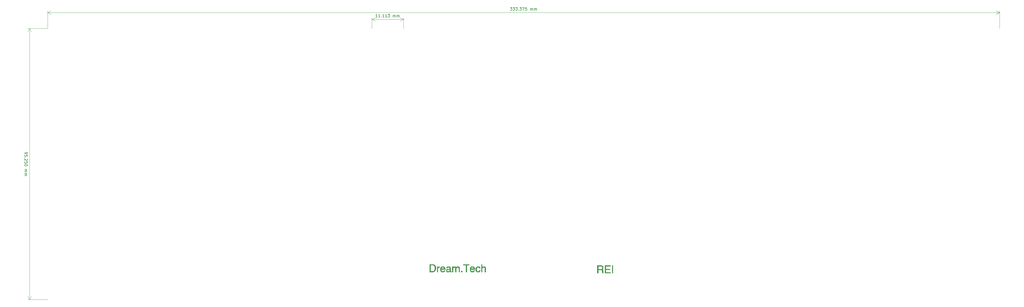
<source format=gto>
G04 #@! TF.GenerationSoftware,KiCad,Pcbnew,(5.1.5)-3*
G04 #@! TF.CreationDate,2020-06-19T00:16:12+10:00*
G04 #@! TF.ProjectId,rei_pcb,7265695f-7063-4622-9e6b-696361645f70,rev?*
G04 #@! TF.SameCoordinates,Original*
G04 #@! TF.FileFunction,Legend,Top*
G04 #@! TF.FilePolarity,Positive*
%FSLAX46Y46*%
G04 Gerber Fmt 4.6, Leading zero omitted, Abs format (unit mm)*
G04 Created by KiCad (PCBNEW (5.1.5)-3) date 2020-06-19 00:16:12*
%MOMM*%
%LPD*%
G04 APERTURE LIST*
%ADD10C,0.150000*%
%ADD11C,0.120000*%
%ADD12C,0.010000*%
%ADD13C,4.089800*%
%ADD14C,1.852000*%
%ADD15C,3.150000*%
G04 APERTURE END LIST*
D10*
X139303571Y-27757381D02*
X138732142Y-27757381D01*
X139017857Y-27757381D02*
X139017857Y-26757381D01*
X138922619Y-26900239D01*
X138827380Y-26995477D01*
X138732142Y-27043096D01*
X140255952Y-27757381D02*
X139684523Y-27757381D01*
X139970238Y-27757381D02*
X139970238Y-26757381D01*
X139875000Y-26900239D01*
X139779761Y-26995477D01*
X139684523Y-27043096D01*
X140684523Y-27662143D02*
X140732142Y-27709762D01*
X140684523Y-27757381D01*
X140636904Y-27709762D01*
X140684523Y-27662143D01*
X140684523Y-27757381D01*
X141684523Y-27757381D02*
X141113095Y-27757381D01*
X141398809Y-27757381D02*
X141398809Y-26757381D01*
X141303571Y-26900239D01*
X141208333Y-26995477D01*
X141113095Y-27043096D01*
X142636904Y-27757381D02*
X142065476Y-27757381D01*
X142351190Y-27757381D02*
X142351190Y-26757381D01*
X142255952Y-26900239D01*
X142160714Y-26995477D01*
X142065476Y-27043096D01*
X142970238Y-26757381D02*
X143589285Y-26757381D01*
X143255952Y-27138334D01*
X143398809Y-27138334D01*
X143494047Y-27185953D01*
X143541666Y-27233572D01*
X143589285Y-27328810D01*
X143589285Y-27566905D01*
X143541666Y-27662143D01*
X143494047Y-27709762D01*
X143398809Y-27757381D01*
X143113095Y-27757381D01*
X143017857Y-27709762D01*
X142970238Y-27662143D01*
X144779761Y-27757381D02*
X144779761Y-27090715D01*
X144779761Y-27185953D02*
X144827380Y-27138334D01*
X144922619Y-27090715D01*
X145065476Y-27090715D01*
X145160714Y-27138334D01*
X145208333Y-27233572D01*
X145208333Y-27757381D01*
X145208333Y-27233572D02*
X145255952Y-27138334D01*
X145351190Y-27090715D01*
X145494047Y-27090715D01*
X145589285Y-27138334D01*
X145636904Y-27233572D01*
X145636904Y-27757381D01*
X146113095Y-27757381D02*
X146113095Y-27090715D01*
X146113095Y-27185953D02*
X146160714Y-27138334D01*
X146255952Y-27090715D01*
X146398809Y-27090715D01*
X146494047Y-27138334D01*
X146541666Y-27233572D01*
X146541666Y-27757381D01*
X146541666Y-27233572D02*
X146589285Y-27138334D01*
X146684523Y-27090715D01*
X146827380Y-27090715D01*
X146922619Y-27138334D01*
X146970238Y-27233572D01*
X146970238Y-27757381D01*
D11*
X148431250Y-28575001D02*
X137318750Y-28575001D01*
X148431250Y-31750000D02*
X148431250Y-27988580D01*
X137318750Y-31750000D02*
X137318750Y-27988580D01*
X137318750Y-28575001D02*
X138445254Y-27988580D01*
X137318750Y-28575001D02*
X138445254Y-29161422D01*
X148431250Y-28575001D02*
X147304746Y-27988580D01*
X148431250Y-28575001D02*
X147304746Y-29161422D01*
D10*
X185833333Y-24376130D02*
X186452380Y-24376130D01*
X186119047Y-24757083D01*
X186261904Y-24757083D01*
X186357142Y-24804702D01*
X186404761Y-24852321D01*
X186452380Y-24947559D01*
X186452380Y-25185654D01*
X186404761Y-25280892D01*
X186357142Y-25328511D01*
X186261904Y-25376130D01*
X185976190Y-25376130D01*
X185880952Y-25328511D01*
X185833333Y-25280892D01*
X186785714Y-24376130D02*
X187404761Y-24376130D01*
X187071428Y-24757083D01*
X187214285Y-24757083D01*
X187309523Y-24804702D01*
X187357142Y-24852321D01*
X187404761Y-24947559D01*
X187404761Y-25185654D01*
X187357142Y-25280892D01*
X187309523Y-25328511D01*
X187214285Y-25376130D01*
X186928571Y-25376130D01*
X186833333Y-25328511D01*
X186785714Y-25280892D01*
X187738095Y-24376130D02*
X188357142Y-24376130D01*
X188023809Y-24757083D01*
X188166666Y-24757083D01*
X188261904Y-24804702D01*
X188309523Y-24852321D01*
X188357142Y-24947559D01*
X188357142Y-25185654D01*
X188309523Y-25280892D01*
X188261904Y-25328511D01*
X188166666Y-25376130D01*
X187880952Y-25376130D01*
X187785714Y-25328511D01*
X187738095Y-25280892D01*
X188785714Y-25280892D02*
X188833333Y-25328511D01*
X188785714Y-25376130D01*
X188738095Y-25328511D01*
X188785714Y-25280892D01*
X188785714Y-25376130D01*
X189166666Y-24376130D02*
X189785714Y-24376130D01*
X189452380Y-24757083D01*
X189595238Y-24757083D01*
X189690476Y-24804702D01*
X189738095Y-24852321D01*
X189785714Y-24947559D01*
X189785714Y-25185654D01*
X189738095Y-25280892D01*
X189690476Y-25328511D01*
X189595238Y-25376130D01*
X189309523Y-25376130D01*
X189214285Y-25328511D01*
X189166666Y-25280892D01*
X190119047Y-24376130D02*
X190785714Y-24376130D01*
X190357142Y-25376130D01*
X191642857Y-24376130D02*
X191166666Y-24376130D01*
X191119047Y-24852321D01*
X191166666Y-24804702D01*
X191261904Y-24757083D01*
X191500000Y-24757083D01*
X191595238Y-24804702D01*
X191642857Y-24852321D01*
X191690476Y-24947559D01*
X191690476Y-25185654D01*
X191642857Y-25280892D01*
X191595238Y-25328511D01*
X191500000Y-25376130D01*
X191261904Y-25376130D01*
X191166666Y-25328511D01*
X191119047Y-25280892D01*
X192880952Y-25376130D02*
X192880952Y-24709464D01*
X192880952Y-24804702D02*
X192928571Y-24757083D01*
X193023809Y-24709464D01*
X193166666Y-24709464D01*
X193261904Y-24757083D01*
X193309523Y-24852321D01*
X193309523Y-25376130D01*
X193309523Y-24852321D02*
X193357142Y-24757083D01*
X193452380Y-24709464D01*
X193595238Y-24709464D01*
X193690476Y-24757083D01*
X193738095Y-24852321D01*
X193738095Y-25376130D01*
X194214285Y-25376130D02*
X194214285Y-24709464D01*
X194214285Y-24804702D02*
X194261904Y-24757083D01*
X194357142Y-24709464D01*
X194500000Y-24709464D01*
X194595238Y-24757083D01*
X194642857Y-24852321D01*
X194642857Y-25376130D01*
X194642857Y-24852321D02*
X194690476Y-24757083D01*
X194785714Y-24709464D01*
X194928571Y-24709464D01*
X195023809Y-24757083D01*
X195071428Y-24852321D01*
X195071428Y-25376130D01*
D11*
X23812500Y-26193750D02*
X357187500Y-26193750D01*
X23812500Y-31750000D02*
X23812500Y-25607329D01*
X357187500Y-31750000D02*
X357187500Y-25607329D01*
X357187500Y-26193750D02*
X356060996Y-26780171D01*
X357187500Y-26193750D02*
X356060996Y-25607329D01*
X23812500Y-26193750D02*
X24939004Y-26780171D01*
X23812500Y-26193750D02*
X24939004Y-25607329D01*
D10*
X15740119Y-75327380D02*
X15740119Y-75517857D01*
X15787738Y-75613095D01*
X15835357Y-75660714D01*
X15978214Y-75755952D01*
X16168690Y-75803571D01*
X16549642Y-75803571D01*
X16644880Y-75755952D01*
X16692500Y-75708333D01*
X16740119Y-75613095D01*
X16740119Y-75422619D01*
X16692500Y-75327380D01*
X16644880Y-75279761D01*
X16549642Y-75232142D01*
X16311547Y-75232142D01*
X16216309Y-75279761D01*
X16168690Y-75327380D01*
X16121071Y-75422619D01*
X16121071Y-75613095D01*
X16168690Y-75708333D01*
X16216309Y-75755952D01*
X16311547Y-75803571D01*
X16740119Y-76708333D02*
X16740119Y-76232142D01*
X16263928Y-76184523D01*
X16311547Y-76232142D01*
X16359166Y-76327380D01*
X16359166Y-76565476D01*
X16311547Y-76660714D01*
X16263928Y-76708333D01*
X16168690Y-76755952D01*
X15930595Y-76755952D01*
X15835357Y-76708333D01*
X15787738Y-76660714D01*
X15740119Y-76565476D01*
X15740119Y-76327380D01*
X15787738Y-76232142D01*
X15835357Y-76184523D01*
X15835357Y-77184523D02*
X15787738Y-77232142D01*
X15740119Y-77184523D01*
X15787738Y-77136904D01*
X15835357Y-77184523D01*
X15740119Y-77184523D01*
X16644880Y-77613095D02*
X16692500Y-77660714D01*
X16740119Y-77755952D01*
X16740119Y-77994047D01*
X16692500Y-78089285D01*
X16644880Y-78136904D01*
X16549642Y-78184523D01*
X16454404Y-78184523D01*
X16311547Y-78136904D01*
X15740119Y-77565476D01*
X15740119Y-78184523D01*
X16740119Y-79089285D02*
X16740119Y-78613095D01*
X16263928Y-78565476D01*
X16311547Y-78613095D01*
X16359166Y-78708333D01*
X16359166Y-78946428D01*
X16311547Y-79041666D01*
X16263928Y-79089285D01*
X16168690Y-79136904D01*
X15930595Y-79136904D01*
X15835357Y-79089285D01*
X15787738Y-79041666D01*
X15740119Y-78946428D01*
X15740119Y-78708333D01*
X15787738Y-78613095D01*
X15835357Y-78565476D01*
X16740119Y-79755952D02*
X16740119Y-79851190D01*
X16692500Y-79946428D01*
X16644880Y-79994047D01*
X16549642Y-80041666D01*
X16359166Y-80089285D01*
X16121071Y-80089285D01*
X15930595Y-80041666D01*
X15835357Y-79994047D01*
X15787738Y-79946428D01*
X15740119Y-79851190D01*
X15740119Y-79755952D01*
X15787738Y-79660714D01*
X15835357Y-79613095D01*
X15930595Y-79565476D01*
X16121071Y-79517857D01*
X16359166Y-79517857D01*
X16549642Y-79565476D01*
X16644880Y-79613095D01*
X16692500Y-79660714D01*
X16740119Y-79755952D01*
X15740119Y-81279761D02*
X16406785Y-81279761D01*
X16311547Y-81279761D02*
X16359166Y-81327380D01*
X16406785Y-81422619D01*
X16406785Y-81565476D01*
X16359166Y-81660714D01*
X16263928Y-81708333D01*
X15740119Y-81708333D01*
X16263928Y-81708333D02*
X16359166Y-81755952D01*
X16406785Y-81851190D01*
X16406785Y-81994047D01*
X16359166Y-82089285D01*
X16263928Y-82136904D01*
X15740119Y-82136904D01*
X15740119Y-82613095D02*
X16406785Y-82613095D01*
X16311547Y-82613095D02*
X16359166Y-82660714D01*
X16406785Y-82755952D01*
X16406785Y-82898809D01*
X16359166Y-82994047D01*
X16263928Y-83041666D01*
X15740119Y-83041666D01*
X16263928Y-83041666D02*
X16359166Y-83089285D01*
X16406785Y-83184523D01*
X16406785Y-83327380D01*
X16359166Y-83422619D01*
X16263928Y-83470238D01*
X15740119Y-83470238D01*
D11*
X17462500Y-31750000D02*
X17462500Y-127000000D01*
X23812500Y-31750000D02*
X16876079Y-31750000D01*
X23812500Y-127000000D02*
X16876079Y-127000000D01*
X17462500Y-127000000D02*
X16876079Y-125873496D01*
X17462500Y-127000000D02*
X18048921Y-125873496D01*
X17462500Y-31750000D02*
X16876079Y-32876504D01*
X17462500Y-31750000D02*
X18048921Y-32876504D01*
D12*
G36*
X216277000Y-115014000D02*
G01*
X216377000Y-115014000D01*
X216377000Y-115114000D01*
X216277000Y-115114000D01*
X216277000Y-115014000D01*
G37*
X216277000Y-115014000D02*
X216377000Y-115014000D01*
X216377000Y-115114000D01*
X216277000Y-115114000D01*
X216277000Y-115014000D01*
G36*
X216377000Y-115014000D02*
G01*
X216477000Y-115014000D01*
X216477000Y-115114000D01*
X216377000Y-115114000D01*
X216377000Y-115014000D01*
G37*
X216377000Y-115014000D02*
X216477000Y-115014000D01*
X216477000Y-115114000D01*
X216377000Y-115114000D01*
X216377000Y-115014000D01*
G36*
X216477000Y-115014000D02*
G01*
X216577000Y-115014000D01*
X216577000Y-115114000D01*
X216477000Y-115114000D01*
X216477000Y-115014000D01*
G37*
X216477000Y-115014000D02*
X216577000Y-115014000D01*
X216577000Y-115114000D01*
X216477000Y-115114000D01*
X216477000Y-115014000D01*
G36*
X216577000Y-115014000D02*
G01*
X216677000Y-115014000D01*
X216677000Y-115114000D01*
X216577000Y-115114000D01*
X216577000Y-115014000D01*
G37*
X216577000Y-115014000D02*
X216677000Y-115014000D01*
X216677000Y-115114000D01*
X216577000Y-115114000D01*
X216577000Y-115014000D01*
G36*
X216677000Y-115014000D02*
G01*
X216777000Y-115014000D01*
X216777000Y-115114000D01*
X216677000Y-115114000D01*
X216677000Y-115014000D01*
G37*
X216677000Y-115014000D02*
X216777000Y-115014000D01*
X216777000Y-115114000D01*
X216677000Y-115114000D01*
X216677000Y-115014000D01*
G36*
X216777000Y-115014000D02*
G01*
X216877000Y-115014000D01*
X216877000Y-115114000D01*
X216777000Y-115114000D01*
X216777000Y-115014000D01*
G37*
X216777000Y-115014000D02*
X216877000Y-115014000D01*
X216877000Y-115114000D01*
X216777000Y-115114000D01*
X216777000Y-115014000D01*
G36*
X216877000Y-115014000D02*
G01*
X216977000Y-115014000D01*
X216977000Y-115114000D01*
X216877000Y-115114000D01*
X216877000Y-115014000D01*
G37*
X216877000Y-115014000D02*
X216977000Y-115014000D01*
X216977000Y-115114000D01*
X216877000Y-115114000D01*
X216877000Y-115014000D01*
G36*
X216977000Y-115014000D02*
G01*
X217077000Y-115014000D01*
X217077000Y-115114000D01*
X216977000Y-115114000D01*
X216977000Y-115014000D01*
G37*
X216977000Y-115014000D02*
X217077000Y-115014000D01*
X217077000Y-115114000D01*
X216977000Y-115114000D01*
X216977000Y-115014000D01*
G36*
X217077000Y-115014000D02*
G01*
X217177000Y-115014000D01*
X217177000Y-115114000D01*
X217077000Y-115114000D01*
X217077000Y-115014000D01*
G37*
X217077000Y-115014000D02*
X217177000Y-115014000D01*
X217177000Y-115114000D01*
X217077000Y-115114000D01*
X217077000Y-115014000D01*
G36*
X217177000Y-115014000D02*
G01*
X217277000Y-115014000D01*
X217277000Y-115114000D01*
X217177000Y-115114000D01*
X217177000Y-115014000D01*
G37*
X217177000Y-115014000D02*
X217277000Y-115014000D01*
X217277000Y-115114000D01*
X217177000Y-115114000D01*
X217177000Y-115014000D01*
G36*
X217277000Y-115014000D02*
G01*
X217377000Y-115014000D01*
X217377000Y-115114000D01*
X217277000Y-115114000D01*
X217277000Y-115014000D01*
G37*
X217277000Y-115014000D02*
X217377000Y-115014000D01*
X217377000Y-115114000D01*
X217277000Y-115114000D01*
X217277000Y-115014000D01*
G36*
X217377000Y-115014000D02*
G01*
X217477000Y-115014000D01*
X217477000Y-115114000D01*
X217377000Y-115114000D01*
X217377000Y-115014000D01*
G37*
X217377000Y-115014000D02*
X217477000Y-115014000D01*
X217477000Y-115114000D01*
X217377000Y-115114000D01*
X217377000Y-115014000D01*
G36*
X217477000Y-115014000D02*
G01*
X217577000Y-115014000D01*
X217577000Y-115114000D01*
X217477000Y-115114000D01*
X217477000Y-115014000D01*
G37*
X217477000Y-115014000D02*
X217577000Y-115014000D01*
X217577000Y-115114000D01*
X217477000Y-115114000D01*
X217477000Y-115014000D01*
G36*
X217577000Y-115014000D02*
G01*
X217677000Y-115014000D01*
X217677000Y-115114000D01*
X217577000Y-115114000D01*
X217577000Y-115014000D01*
G37*
X217577000Y-115014000D02*
X217677000Y-115014000D01*
X217677000Y-115114000D01*
X217577000Y-115114000D01*
X217577000Y-115014000D01*
G36*
X217677000Y-115014000D02*
G01*
X217777000Y-115014000D01*
X217777000Y-115114000D01*
X217677000Y-115114000D01*
X217677000Y-115014000D01*
G37*
X217677000Y-115014000D02*
X217777000Y-115014000D01*
X217777000Y-115114000D01*
X217677000Y-115114000D01*
X217677000Y-115014000D01*
G36*
X217777000Y-115014000D02*
G01*
X217877000Y-115014000D01*
X217877000Y-115114000D01*
X217777000Y-115114000D01*
X217777000Y-115014000D01*
G37*
X217777000Y-115014000D02*
X217877000Y-115014000D01*
X217877000Y-115114000D01*
X217777000Y-115114000D01*
X217777000Y-115014000D01*
G36*
X218977000Y-115014000D02*
G01*
X219077000Y-115014000D01*
X219077000Y-115114000D01*
X218977000Y-115114000D01*
X218977000Y-115014000D01*
G37*
X218977000Y-115014000D02*
X219077000Y-115014000D01*
X219077000Y-115114000D01*
X218977000Y-115114000D01*
X218977000Y-115014000D01*
G36*
X219077000Y-115014000D02*
G01*
X219177000Y-115014000D01*
X219177000Y-115114000D01*
X219077000Y-115114000D01*
X219077000Y-115014000D01*
G37*
X219077000Y-115014000D02*
X219177000Y-115014000D01*
X219177000Y-115114000D01*
X219077000Y-115114000D01*
X219077000Y-115014000D01*
G36*
X219177000Y-115014000D02*
G01*
X219277000Y-115014000D01*
X219277000Y-115114000D01*
X219177000Y-115114000D01*
X219177000Y-115014000D01*
G37*
X219177000Y-115014000D02*
X219277000Y-115014000D01*
X219277000Y-115114000D01*
X219177000Y-115114000D01*
X219177000Y-115014000D01*
G36*
X219277000Y-115014000D02*
G01*
X219377000Y-115014000D01*
X219377000Y-115114000D01*
X219277000Y-115114000D01*
X219277000Y-115014000D01*
G37*
X219277000Y-115014000D02*
X219377000Y-115014000D01*
X219377000Y-115114000D01*
X219277000Y-115114000D01*
X219277000Y-115014000D01*
G36*
X219377000Y-115014000D02*
G01*
X219477000Y-115014000D01*
X219477000Y-115114000D01*
X219377000Y-115114000D01*
X219377000Y-115014000D01*
G37*
X219377000Y-115014000D02*
X219477000Y-115014000D01*
X219477000Y-115114000D01*
X219377000Y-115114000D01*
X219377000Y-115014000D01*
G36*
X219477000Y-115014000D02*
G01*
X219577000Y-115014000D01*
X219577000Y-115114000D01*
X219477000Y-115114000D01*
X219477000Y-115014000D01*
G37*
X219477000Y-115014000D02*
X219577000Y-115014000D01*
X219577000Y-115114000D01*
X219477000Y-115114000D01*
X219477000Y-115014000D01*
G36*
X219577000Y-115014000D02*
G01*
X219677000Y-115014000D01*
X219677000Y-115114000D01*
X219577000Y-115114000D01*
X219577000Y-115014000D01*
G37*
X219577000Y-115014000D02*
X219677000Y-115014000D01*
X219677000Y-115114000D01*
X219577000Y-115114000D01*
X219577000Y-115014000D01*
G36*
X219677000Y-115014000D02*
G01*
X219777000Y-115014000D01*
X219777000Y-115114000D01*
X219677000Y-115114000D01*
X219677000Y-115014000D01*
G37*
X219677000Y-115014000D02*
X219777000Y-115014000D01*
X219777000Y-115114000D01*
X219677000Y-115114000D01*
X219677000Y-115014000D01*
G36*
X219777000Y-115014000D02*
G01*
X219877000Y-115014000D01*
X219877000Y-115114000D01*
X219777000Y-115114000D01*
X219777000Y-115014000D01*
G37*
X219777000Y-115014000D02*
X219877000Y-115014000D01*
X219877000Y-115114000D01*
X219777000Y-115114000D01*
X219777000Y-115014000D01*
G36*
X219877000Y-115014000D02*
G01*
X219977000Y-115014000D01*
X219977000Y-115114000D01*
X219877000Y-115114000D01*
X219877000Y-115014000D01*
G37*
X219877000Y-115014000D02*
X219977000Y-115014000D01*
X219977000Y-115114000D01*
X219877000Y-115114000D01*
X219877000Y-115014000D01*
G36*
X219977000Y-115014000D02*
G01*
X220077000Y-115014000D01*
X220077000Y-115114000D01*
X219977000Y-115114000D01*
X219977000Y-115014000D01*
G37*
X219977000Y-115014000D02*
X220077000Y-115014000D01*
X220077000Y-115114000D01*
X219977000Y-115114000D01*
X219977000Y-115014000D01*
G36*
X220077000Y-115014000D02*
G01*
X220177000Y-115014000D01*
X220177000Y-115114000D01*
X220077000Y-115114000D01*
X220077000Y-115014000D01*
G37*
X220077000Y-115014000D02*
X220177000Y-115014000D01*
X220177000Y-115114000D01*
X220077000Y-115114000D01*
X220077000Y-115014000D01*
G36*
X220177000Y-115014000D02*
G01*
X220277000Y-115014000D01*
X220277000Y-115114000D01*
X220177000Y-115114000D01*
X220177000Y-115014000D01*
G37*
X220177000Y-115014000D02*
X220277000Y-115014000D01*
X220277000Y-115114000D01*
X220177000Y-115114000D01*
X220177000Y-115014000D01*
G36*
X220277000Y-115014000D02*
G01*
X220377000Y-115014000D01*
X220377000Y-115114000D01*
X220277000Y-115114000D01*
X220277000Y-115014000D01*
G37*
X220277000Y-115014000D02*
X220377000Y-115014000D01*
X220377000Y-115114000D01*
X220277000Y-115114000D01*
X220277000Y-115014000D01*
G36*
X220377000Y-115014000D02*
G01*
X220477000Y-115014000D01*
X220477000Y-115114000D01*
X220377000Y-115114000D01*
X220377000Y-115014000D01*
G37*
X220377000Y-115014000D02*
X220477000Y-115014000D01*
X220477000Y-115114000D01*
X220377000Y-115114000D01*
X220377000Y-115014000D01*
G36*
X220477000Y-115014000D02*
G01*
X220577000Y-115014000D01*
X220577000Y-115114000D01*
X220477000Y-115114000D01*
X220477000Y-115014000D01*
G37*
X220477000Y-115014000D02*
X220577000Y-115014000D01*
X220577000Y-115114000D01*
X220477000Y-115114000D01*
X220477000Y-115014000D01*
G36*
X220577000Y-115014000D02*
G01*
X220677000Y-115014000D01*
X220677000Y-115114000D01*
X220577000Y-115114000D01*
X220577000Y-115014000D01*
G37*
X220577000Y-115014000D02*
X220677000Y-115014000D01*
X220677000Y-115114000D01*
X220577000Y-115114000D01*
X220577000Y-115014000D01*
G36*
X220677000Y-115014000D02*
G01*
X220777000Y-115014000D01*
X220777000Y-115114000D01*
X220677000Y-115114000D01*
X220677000Y-115014000D01*
G37*
X220677000Y-115014000D02*
X220777000Y-115014000D01*
X220777000Y-115114000D01*
X220677000Y-115114000D01*
X220677000Y-115014000D01*
G36*
X220777000Y-115014000D02*
G01*
X220877000Y-115014000D01*
X220877000Y-115114000D01*
X220777000Y-115114000D01*
X220777000Y-115014000D01*
G37*
X220777000Y-115014000D02*
X220877000Y-115014000D01*
X220877000Y-115114000D01*
X220777000Y-115114000D01*
X220777000Y-115014000D01*
G36*
X221477000Y-115014000D02*
G01*
X221577000Y-115014000D01*
X221577000Y-115114000D01*
X221477000Y-115114000D01*
X221477000Y-115014000D01*
G37*
X221477000Y-115014000D02*
X221577000Y-115014000D01*
X221577000Y-115114000D01*
X221477000Y-115114000D01*
X221477000Y-115014000D01*
G36*
X221577000Y-115014000D02*
G01*
X221677000Y-115014000D01*
X221677000Y-115114000D01*
X221577000Y-115114000D01*
X221577000Y-115014000D01*
G37*
X221577000Y-115014000D02*
X221677000Y-115014000D01*
X221677000Y-115114000D01*
X221577000Y-115114000D01*
X221577000Y-115014000D01*
G36*
X221677000Y-115014000D02*
G01*
X221777000Y-115014000D01*
X221777000Y-115114000D01*
X221677000Y-115114000D01*
X221677000Y-115014000D01*
G37*
X221677000Y-115014000D02*
X221777000Y-115014000D01*
X221777000Y-115114000D01*
X221677000Y-115114000D01*
X221677000Y-115014000D01*
G36*
X216277000Y-115114000D02*
G01*
X216377000Y-115114000D01*
X216377000Y-115214000D01*
X216277000Y-115214000D01*
X216277000Y-115114000D01*
G37*
X216277000Y-115114000D02*
X216377000Y-115114000D01*
X216377000Y-115214000D01*
X216277000Y-115214000D01*
X216277000Y-115114000D01*
G36*
X216377000Y-115114000D02*
G01*
X216477000Y-115114000D01*
X216477000Y-115214000D01*
X216377000Y-115214000D01*
X216377000Y-115114000D01*
G37*
X216377000Y-115114000D02*
X216477000Y-115114000D01*
X216477000Y-115214000D01*
X216377000Y-115214000D01*
X216377000Y-115114000D01*
G36*
X216477000Y-115114000D02*
G01*
X216577000Y-115114000D01*
X216577000Y-115214000D01*
X216477000Y-115214000D01*
X216477000Y-115114000D01*
G37*
X216477000Y-115114000D02*
X216577000Y-115114000D01*
X216577000Y-115214000D01*
X216477000Y-115214000D01*
X216477000Y-115114000D01*
G36*
X216577000Y-115114000D02*
G01*
X216677000Y-115114000D01*
X216677000Y-115214000D01*
X216577000Y-115214000D01*
X216577000Y-115114000D01*
G37*
X216577000Y-115114000D02*
X216677000Y-115114000D01*
X216677000Y-115214000D01*
X216577000Y-115214000D01*
X216577000Y-115114000D01*
G36*
X216677000Y-115114000D02*
G01*
X216777000Y-115114000D01*
X216777000Y-115214000D01*
X216677000Y-115214000D01*
X216677000Y-115114000D01*
G37*
X216677000Y-115114000D02*
X216777000Y-115114000D01*
X216777000Y-115214000D01*
X216677000Y-115214000D01*
X216677000Y-115114000D01*
G36*
X216777000Y-115114000D02*
G01*
X216877000Y-115114000D01*
X216877000Y-115214000D01*
X216777000Y-115214000D01*
X216777000Y-115114000D01*
G37*
X216777000Y-115114000D02*
X216877000Y-115114000D01*
X216877000Y-115214000D01*
X216777000Y-115214000D01*
X216777000Y-115114000D01*
G36*
X216877000Y-115114000D02*
G01*
X216977000Y-115114000D01*
X216977000Y-115214000D01*
X216877000Y-115214000D01*
X216877000Y-115114000D01*
G37*
X216877000Y-115114000D02*
X216977000Y-115114000D01*
X216977000Y-115214000D01*
X216877000Y-115214000D01*
X216877000Y-115114000D01*
G36*
X216977000Y-115114000D02*
G01*
X217077000Y-115114000D01*
X217077000Y-115214000D01*
X216977000Y-115214000D01*
X216977000Y-115114000D01*
G37*
X216977000Y-115114000D02*
X217077000Y-115114000D01*
X217077000Y-115214000D01*
X216977000Y-115214000D01*
X216977000Y-115114000D01*
G36*
X217077000Y-115114000D02*
G01*
X217177000Y-115114000D01*
X217177000Y-115214000D01*
X217077000Y-115214000D01*
X217077000Y-115114000D01*
G37*
X217077000Y-115114000D02*
X217177000Y-115114000D01*
X217177000Y-115214000D01*
X217077000Y-115214000D01*
X217077000Y-115114000D01*
G36*
X217177000Y-115114000D02*
G01*
X217277000Y-115114000D01*
X217277000Y-115214000D01*
X217177000Y-115214000D01*
X217177000Y-115114000D01*
G37*
X217177000Y-115114000D02*
X217277000Y-115114000D01*
X217277000Y-115214000D01*
X217177000Y-115214000D01*
X217177000Y-115114000D01*
G36*
X217277000Y-115114000D02*
G01*
X217377000Y-115114000D01*
X217377000Y-115214000D01*
X217277000Y-115214000D01*
X217277000Y-115114000D01*
G37*
X217277000Y-115114000D02*
X217377000Y-115114000D01*
X217377000Y-115214000D01*
X217277000Y-115214000D01*
X217277000Y-115114000D01*
G36*
X217377000Y-115114000D02*
G01*
X217477000Y-115114000D01*
X217477000Y-115214000D01*
X217377000Y-115214000D01*
X217377000Y-115114000D01*
G37*
X217377000Y-115114000D02*
X217477000Y-115114000D01*
X217477000Y-115214000D01*
X217377000Y-115214000D01*
X217377000Y-115114000D01*
G36*
X217477000Y-115114000D02*
G01*
X217577000Y-115114000D01*
X217577000Y-115214000D01*
X217477000Y-115214000D01*
X217477000Y-115114000D01*
G37*
X217477000Y-115114000D02*
X217577000Y-115114000D01*
X217577000Y-115214000D01*
X217477000Y-115214000D01*
X217477000Y-115114000D01*
G36*
X217577000Y-115114000D02*
G01*
X217677000Y-115114000D01*
X217677000Y-115214000D01*
X217577000Y-115214000D01*
X217577000Y-115114000D01*
G37*
X217577000Y-115114000D02*
X217677000Y-115114000D01*
X217677000Y-115214000D01*
X217577000Y-115214000D01*
X217577000Y-115114000D01*
G36*
X217677000Y-115114000D02*
G01*
X217777000Y-115114000D01*
X217777000Y-115214000D01*
X217677000Y-115214000D01*
X217677000Y-115114000D01*
G37*
X217677000Y-115114000D02*
X217777000Y-115114000D01*
X217777000Y-115214000D01*
X217677000Y-115214000D01*
X217677000Y-115114000D01*
G36*
X217777000Y-115114000D02*
G01*
X217877000Y-115114000D01*
X217877000Y-115214000D01*
X217777000Y-115214000D01*
X217777000Y-115114000D01*
G37*
X217777000Y-115114000D02*
X217877000Y-115114000D01*
X217877000Y-115214000D01*
X217777000Y-115214000D01*
X217777000Y-115114000D01*
G36*
X217877000Y-115114000D02*
G01*
X217977000Y-115114000D01*
X217977000Y-115214000D01*
X217877000Y-115214000D01*
X217877000Y-115114000D01*
G37*
X217877000Y-115114000D02*
X217977000Y-115114000D01*
X217977000Y-115214000D01*
X217877000Y-115214000D01*
X217877000Y-115114000D01*
G36*
X217977000Y-115114000D02*
G01*
X218077000Y-115114000D01*
X218077000Y-115214000D01*
X217977000Y-115214000D01*
X217977000Y-115114000D01*
G37*
X217977000Y-115114000D02*
X218077000Y-115114000D01*
X218077000Y-115214000D01*
X217977000Y-115214000D01*
X217977000Y-115114000D01*
G36*
X218977000Y-115114000D02*
G01*
X219077000Y-115114000D01*
X219077000Y-115214000D01*
X218977000Y-115214000D01*
X218977000Y-115114000D01*
G37*
X218977000Y-115114000D02*
X219077000Y-115114000D01*
X219077000Y-115214000D01*
X218977000Y-115214000D01*
X218977000Y-115114000D01*
G36*
X219077000Y-115114000D02*
G01*
X219177000Y-115114000D01*
X219177000Y-115214000D01*
X219077000Y-115214000D01*
X219077000Y-115114000D01*
G37*
X219077000Y-115114000D02*
X219177000Y-115114000D01*
X219177000Y-115214000D01*
X219077000Y-115214000D01*
X219077000Y-115114000D01*
G36*
X219177000Y-115114000D02*
G01*
X219277000Y-115114000D01*
X219277000Y-115214000D01*
X219177000Y-115214000D01*
X219177000Y-115114000D01*
G37*
X219177000Y-115114000D02*
X219277000Y-115114000D01*
X219277000Y-115214000D01*
X219177000Y-115214000D01*
X219177000Y-115114000D01*
G36*
X219277000Y-115114000D02*
G01*
X219377000Y-115114000D01*
X219377000Y-115214000D01*
X219277000Y-115214000D01*
X219277000Y-115114000D01*
G37*
X219277000Y-115114000D02*
X219377000Y-115114000D01*
X219377000Y-115214000D01*
X219277000Y-115214000D01*
X219277000Y-115114000D01*
G36*
X219377000Y-115114000D02*
G01*
X219477000Y-115114000D01*
X219477000Y-115214000D01*
X219377000Y-115214000D01*
X219377000Y-115114000D01*
G37*
X219377000Y-115114000D02*
X219477000Y-115114000D01*
X219477000Y-115214000D01*
X219377000Y-115214000D01*
X219377000Y-115114000D01*
G36*
X219477000Y-115114000D02*
G01*
X219577000Y-115114000D01*
X219577000Y-115214000D01*
X219477000Y-115214000D01*
X219477000Y-115114000D01*
G37*
X219477000Y-115114000D02*
X219577000Y-115114000D01*
X219577000Y-115214000D01*
X219477000Y-115214000D01*
X219477000Y-115114000D01*
G36*
X219577000Y-115114000D02*
G01*
X219677000Y-115114000D01*
X219677000Y-115214000D01*
X219577000Y-115214000D01*
X219577000Y-115114000D01*
G37*
X219577000Y-115114000D02*
X219677000Y-115114000D01*
X219677000Y-115214000D01*
X219577000Y-115214000D01*
X219577000Y-115114000D01*
G36*
X219677000Y-115114000D02*
G01*
X219777000Y-115114000D01*
X219777000Y-115214000D01*
X219677000Y-115214000D01*
X219677000Y-115114000D01*
G37*
X219677000Y-115114000D02*
X219777000Y-115114000D01*
X219777000Y-115214000D01*
X219677000Y-115214000D01*
X219677000Y-115114000D01*
G36*
X219777000Y-115114000D02*
G01*
X219877000Y-115114000D01*
X219877000Y-115214000D01*
X219777000Y-115214000D01*
X219777000Y-115114000D01*
G37*
X219777000Y-115114000D02*
X219877000Y-115114000D01*
X219877000Y-115214000D01*
X219777000Y-115214000D01*
X219777000Y-115114000D01*
G36*
X219877000Y-115114000D02*
G01*
X219977000Y-115114000D01*
X219977000Y-115214000D01*
X219877000Y-115214000D01*
X219877000Y-115114000D01*
G37*
X219877000Y-115114000D02*
X219977000Y-115114000D01*
X219977000Y-115214000D01*
X219877000Y-115214000D01*
X219877000Y-115114000D01*
G36*
X219977000Y-115114000D02*
G01*
X220077000Y-115114000D01*
X220077000Y-115214000D01*
X219977000Y-115214000D01*
X219977000Y-115114000D01*
G37*
X219977000Y-115114000D02*
X220077000Y-115114000D01*
X220077000Y-115214000D01*
X219977000Y-115214000D01*
X219977000Y-115114000D01*
G36*
X220077000Y-115114000D02*
G01*
X220177000Y-115114000D01*
X220177000Y-115214000D01*
X220077000Y-115214000D01*
X220077000Y-115114000D01*
G37*
X220077000Y-115114000D02*
X220177000Y-115114000D01*
X220177000Y-115214000D01*
X220077000Y-115214000D01*
X220077000Y-115114000D01*
G36*
X220177000Y-115114000D02*
G01*
X220277000Y-115114000D01*
X220277000Y-115214000D01*
X220177000Y-115214000D01*
X220177000Y-115114000D01*
G37*
X220177000Y-115114000D02*
X220277000Y-115114000D01*
X220277000Y-115214000D01*
X220177000Y-115214000D01*
X220177000Y-115114000D01*
G36*
X220277000Y-115114000D02*
G01*
X220377000Y-115114000D01*
X220377000Y-115214000D01*
X220277000Y-115214000D01*
X220277000Y-115114000D01*
G37*
X220277000Y-115114000D02*
X220377000Y-115114000D01*
X220377000Y-115214000D01*
X220277000Y-115214000D01*
X220277000Y-115114000D01*
G36*
X220377000Y-115114000D02*
G01*
X220477000Y-115114000D01*
X220477000Y-115214000D01*
X220377000Y-115214000D01*
X220377000Y-115114000D01*
G37*
X220377000Y-115114000D02*
X220477000Y-115114000D01*
X220477000Y-115214000D01*
X220377000Y-115214000D01*
X220377000Y-115114000D01*
G36*
X220477000Y-115114000D02*
G01*
X220577000Y-115114000D01*
X220577000Y-115214000D01*
X220477000Y-115214000D01*
X220477000Y-115114000D01*
G37*
X220477000Y-115114000D02*
X220577000Y-115114000D01*
X220577000Y-115214000D01*
X220477000Y-115214000D01*
X220477000Y-115114000D01*
G36*
X220577000Y-115114000D02*
G01*
X220677000Y-115114000D01*
X220677000Y-115214000D01*
X220577000Y-115214000D01*
X220577000Y-115114000D01*
G37*
X220577000Y-115114000D02*
X220677000Y-115114000D01*
X220677000Y-115214000D01*
X220577000Y-115214000D01*
X220577000Y-115114000D01*
G36*
X220677000Y-115114000D02*
G01*
X220777000Y-115114000D01*
X220777000Y-115214000D01*
X220677000Y-115214000D01*
X220677000Y-115114000D01*
G37*
X220677000Y-115114000D02*
X220777000Y-115114000D01*
X220777000Y-115214000D01*
X220677000Y-115214000D01*
X220677000Y-115114000D01*
G36*
X220777000Y-115114000D02*
G01*
X220877000Y-115114000D01*
X220877000Y-115214000D01*
X220777000Y-115214000D01*
X220777000Y-115114000D01*
G37*
X220777000Y-115114000D02*
X220877000Y-115114000D01*
X220877000Y-115214000D01*
X220777000Y-115214000D01*
X220777000Y-115114000D01*
G36*
X221477000Y-115114000D02*
G01*
X221577000Y-115114000D01*
X221577000Y-115214000D01*
X221477000Y-115214000D01*
X221477000Y-115114000D01*
G37*
X221477000Y-115114000D02*
X221577000Y-115114000D01*
X221577000Y-115214000D01*
X221477000Y-115214000D01*
X221477000Y-115114000D01*
G36*
X221577000Y-115114000D02*
G01*
X221677000Y-115114000D01*
X221677000Y-115214000D01*
X221577000Y-115214000D01*
X221577000Y-115114000D01*
G37*
X221577000Y-115114000D02*
X221677000Y-115114000D01*
X221677000Y-115214000D01*
X221577000Y-115214000D01*
X221577000Y-115114000D01*
G36*
X221677000Y-115114000D02*
G01*
X221777000Y-115114000D01*
X221777000Y-115214000D01*
X221677000Y-115214000D01*
X221677000Y-115114000D01*
G37*
X221677000Y-115114000D02*
X221777000Y-115114000D01*
X221777000Y-115214000D01*
X221677000Y-115214000D01*
X221677000Y-115114000D01*
G36*
X216277000Y-115214000D02*
G01*
X216377000Y-115214000D01*
X216377000Y-115314000D01*
X216277000Y-115314000D01*
X216277000Y-115214000D01*
G37*
X216277000Y-115214000D02*
X216377000Y-115214000D01*
X216377000Y-115314000D01*
X216277000Y-115314000D01*
X216277000Y-115214000D01*
G36*
X216377000Y-115214000D02*
G01*
X216477000Y-115214000D01*
X216477000Y-115314000D01*
X216377000Y-115314000D01*
X216377000Y-115214000D01*
G37*
X216377000Y-115214000D02*
X216477000Y-115214000D01*
X216477000Y-115314000D01*
X216377000Y-115314000D01*
X216377000Y-115214000D01*
G36*
X216477000Y-115214000D02*
G01*
X216577000Y-115214000D01*
X216577000Y-115314000D01*
X216477000Y-115314000D01*
X216477000Y-115214000D01*
G37*
X216477000Y-115214000D02*
X216577000Y-115214000D01*
X216577000Y-115314000D01*
X216477000Y-115314000D01*
X216477000Y-115214000D01*
G36*
X216577000Y-115214000D02*
G01*
X216677000Y-115214000D01*
X216677000Y-115314000D01*
X216577000Y-115314000D01*
X216577000Y-115214000D01*
G37*
X216577000Y-115214000D02*
X216677000Y-115214000D01*
X216677000Y-115314000D01*
X216577000Y-115314000D01*
X216577000Y-115214000D01*
G36*
X216677000Y-115214000D02*
G01*
X216777000Y-115214000D01*
X216777000Y-115314000D01*
X216677000Y-115314000D01*
X216677000Y-115214000D01*
G37*
X216677000Y-115214000D02*
X216777000Y-115214000D01*
X216777000Y-115314000D01*
X216677000Y-115314000D01*
X216677000Y-115214000D01*
G36*
X216777000Y-115214000D02*
G01*
X216877000Y-115214000D01*
X216877000Y-115314000D01*
X216777000Y-115314000D01*
X216777000Y-115214000D01*
G37*
X216777000Y-115214000D02*
X216877000Y-115214000D01*
X216877000Y-115314000D01*
X216777000Y-115314000D01*
X216777000Y-115214000D01*
G36*
X216877000Y-115214000D02*
G01*
X216977000Y-115214000D01*
X216977000Y-115314000D01*
X216877000Y-115314000D01*
X216877000Y-115214000D01*
G37*
X216877000Y-115214000D02*
X216977000Y-115214000D01*
X216977000Y-115314000D01*
X216877000Y-115314000D01*
X216877000Y-115214000D01*
G36*
X216977000Y-115214000D02*
G01*
X217077000Y-115214000D01*
X217077000Y-115314000D01*
X216977000Y-115314000D01*
X216977000Y-115214000D01*
G37*
X216977000Y-115214000D02*
X217077000Y-115214000D01*
X217077000Y-115314000D01*
X216977000Y-115314000D01*
X216977000Y-115214000D01*
G36*
X217077000Y-115214000D02*
G01*
X217177000Y-115214000D01*
X217177000Y-115314000D01*
X217077000Y-115314000D01*
X217077000Y-115214000D01*
G37*
X217077000Y-115214000D02*
X217177000Y-115214000D01*
X217177000Y-115314000D01*
X217077000Y-115314000D01*
X217077000Y-115214000D01*
G36*
X217177000Y-115214000D02*
G01*
X217277000Y-115214000D01*
X217277000Y-115314000D01*
X217177000Y-115314000D01*
X217177000Y-115214000D01*
G37*
X217177000Y-115214000D02*
X217277000Y-115214000D01*
X217277000Y-115314000D01*
X217177000Y-115314000D01*
X217177000Y-115214000D01*
G36*
X217277000Y-115214000D02*
G01*
X217377000Y-115214000D01*
X217377000Y-115314000D01*
X217277000Y-115314000D01*
X217277000Y-115214000D01*
G37*
X217277000Y-115214000D02*
X217377000Y-115214000D01*
X217377000Y-115314000D01*
X217277000Y-115314000D01*
X217277000Y-115214000D01*
G36*
X217377000Y-115214000D02*
G01*
X217477000Y-115214000D01*
X217477000Y-115314000D01*
X217377000Y-115314000D01*
X217377000Y-115214000D01*
G37*
X217377000Y-115214000D02*
X217477000Y-115214000D01*
X217477000Y-115314000D01*
X217377000Y-115314000D01*
X217377000Y-115214000D01*
G36*
X217477000Y-115214000D02*
G01*
X217577000Y-115214000D01*
X217577000Y-115314000D01*
X217477000Y-115314000D01*
X217477000Y-115214000D01*
G37*
X217477000Y-115214000D02*
X217577000Y-115214000D01*
X217577000Y-115314000D01*
X217477000Y-115314000D01*
X217477000Y-115214000D01*
G36*
X217577000Y-115214000D02*
G01*
X217677000Y-115214000D01*
X217677000Y-115314000D01*
X217577000Y-115314000D01*
X217577000Y-115214000D01*
G37*
X217577000Y-115214000D02*
X217677000Y-115214000D01*
X217677000Y-115314000D01*
X217577000Y-115314000D01*
X217577000Y-115214000D01*
G36*
X217677000Y-115214000D02*
G01*
X217777000Y-115214000D01*
X217777000Y-115314000D01*
X217677000Y-115314000D01*
X217677000Y-115214000D01*
G37*
X217677000Y-115214000D02*
X217777000Y-115214000D01*
X217777000Y-115314000D01*
X217677000Y-115314000D01*
X217677000Y-115214000D01*
G36*
X217777000Y-115214000D02*
G01*
X217877000Y-115214000D01*
X217877000Y-115314000D01*
X217777000Y-115314000D01*
X217777000Y-115214000D01*
G37*
X217777000Y-115214000D02*
X217877000Y-115214000D01*
X217877000Y-115314000D01*
X217777000Y-115314000D01*
X217777000Y-115214000D01*
G36*
X217877000Y-115214000D02*
G01*
X217977000Y-115214000D01*
X217977000Y-115314000D01*
X217877000Y-115314000D01*
X217877000Y-115214000D01*
G37*
X217877000Y-115214000D02*
X217977000Y-115214000D01*
X217977000Y-115314000D01*
X217877000Y-115314000D01*
X217877000Y-115214000D01*
G36*
X217977000Y-115214000D02*
G01*
X218077000Y-115214000D01*
X218077000Y-115314000D01*
X217977000Y-115314000D01*
X217977000Y-115214000D01*
G37*
X217977000Y-115214000D02*
X218077000Y-115214000D01*
X218077000Y-115314000D01*
X217977000Y-115314000D01*
X217977000Y-115214000D01*
G36*
X218077000Y-115214000D02*
G01*
X218177000Y-115214000D01*
X218177000Y-115314000D01*
X218077000Y-115314000D01*
X218077000Y-115214000D01*
G37*
X218077000Y-115214000D02*
X218177000Y-115214000D01*
X218177000Y-115314000D01*
X218077000Y-115314000D01*
X218077000Y-115214000D01*
G36*
X218177000Y-115214000D02*
G01*
X218277000Y-115214000D01*
X218277000Y-115314000D01*
X218177000Y-115314000D01*
X218177000Y-115214000D01*
G37*
X218177000Y-115214000D02*
X218277000Y-115214000D01*
X218277000Y-115314000D01*
X218177000Y-115314000D01*
X218177000Y-115214000D01*
G36*
X218977000Y-115214000D02*
G01*
X219077000Y-115214000D01*
X219077000Y-115314000D01*
X218977000Y-115314000D01*
X218977000Y-115214000D01*
G37*
X218977000Y-115214000D02*
X219077000Y-115214000D01*
X219077000Y-115314000D01*
X218977000Y-115314000D01*
X218977000Y-115214000D01*
G36*
X219077000Y-115214000D02*
G01*
X219177000Y-115214000D01*
X219177000Y-115314000D01*
X219077000Y-115314000D01*
X219077000Y-115214000D01*
G37*
X219077000Y-115214000D02*
X219177000Y-115214000D01*
X219177000Y-115314000D01*
X219077000Y-115314000D01*
X219077000Y-115214000D01*
G36*
X219177000Y-115214000D02*
G01*
X219277000Y-115214000D01*
X219277000Y-115314000D01*
X219177000Y-115314000D01*
X219177000Y-115214000D01*
G37*
X219177000Y-115214000D02*
X219277000Y-115214000D01*
X219277000Y-115314000D01*
X219177000Y-115314000D01*
X219177000Y-115214000D01*
G36*
X219277000Y-115214000D02*
G01*
X219377000Y-115214000D01*
X219377000Y-115314000D01*
X219277000Y-115314000D01*
X219277000Y-115214000D01*
G37*
X219277000Y-115214000D02*
X219377000Y-115214000D01*
X219377000Y-115314000D01*
X219277000Y-115314000D01*
X219277000Y-115214000D01*
G36*
X219377000Y-115214000D02*
G01*
X219477000Y-115214000D01*
X219477000Y-115314000D01*
X219377000Y-115314000D01*
X219377000Y-115214000D01*
G37*
X219377000Y-115214000D02*
X219477000Y-115214000D01*
X219477000Y-115314000D01*
X219377000Y-115314000D01*
X219377000Y-115214000D01*
G36*
X219477000Y-115214000D02*
G01*
X219577000Y-115214000D01*
X219577000Y-115314000D01*
X219477000Y-115314000D01*
X219477000Y-115214000D01*
G37*
X219477000Y-115214000D02*
X219577000Y-115214000D01*
X219577000Y-115314000D01*
X219477000Y-115314000D01*
X219477000Y-115214000D01*
G36*
X219577000Y-115214000D02*
G01*
X219677000Y-115214000D01*
X219677000Y-115314000D01*
X219577000Y-115314000D01*
X219577000Y-115214000D01*
G37*
X219577000Y-115214000D02*
X219677000Y-115214000D01*
X219677000Y-115314000D01*
X219577000Y-115314000D01*
X219577000Y-115214000D01*
G36*
X219677000Y-115214000D02*
G01*
X219777000Y-115214000D01*
X219777000Y-115314000D01*
X219677000Y-115314000D01*
X219677000Y-115214000D01*
G37*
X219677000Y-115214000D02*
X219777000Y-115214000D01*
X219777000Y-115314000D01*
X219677000Y-115314000D01*
X219677000Y-115214000D01*
G36*
X219777000Y-115214000D02*
G01*
X219877000Y-115214000D01*
X219877000Y-115314000D01*
X219777000Y-115314000D01*
X219777000Y-115214000D01*
G37*
X219777000Y-115214000D02*
X219877000Y-115214000D01*
X219877000Y-115314000D01*
X219777000Y-115314000D01*
X219777000Y-115214000D01*
G36*
X219877000Y-115214000D02*
G01*
X219977000Y-115214000D01*
X219977000Y-115314000D01*
X219877000Y-115314000D01*
X219877000Y-115214000D01*
G37*
X219877000Y-115214000D02*
X219977000Y-115214000D01*
X219977000Y-115314000D01*
X219877000Y-115314000D01*
X219877000Y-115214000D01*
G36*
X219977000Y-115214000D02*
G01*
X220077000Y-115214000D01*
X220077000Y-115314000D01*
X219977000Y-115314000D01*
X219977000Y-115214000D01*
G37*
X219977000Y-115214000D02*
X220077000Y-115214000D01*
X220077000Y-115314000D01*
X219977000Y-115314000D01*
X219977000Y-115214000D01*
G36*
X220077000Y-115214000D02*
G01*
X220177000Y-115214000D01*
X220177000Y-115314000D01*
X220077000Y-115314000D01*
X220077000Y-115214000D01*
G37*
X220077000Y-115214000D02*
X220177000Y-115214000D01*
X220177000Y-115314000D01*
X220077000Y-115314000D01*
X220077000Y-115214000D01*
G36*
X220177000Y-115214000D02*
G01*
X220277000Y-115214000D01*
X220277000Y-115314000D01*
X220177000Y-115314000D01*
X220177000Y-115214000D01*
G37*
X220177000Y-115214000D02*
X220277000Y-115214000D01*
X220277000Y-115314000D01*
X220177000Y-115314000D01*
X220177000Y-115214000D01*
G36*
X220277000Y-115214000D02*
G01*
X220377000Y-115214000D01*
X220377000Y-115314000D01*
X220277000Y-115314000D01*
X220277000Y-115214000D01*
G37*
X220277000Y-115214000D02*
X220377000Y-115214000D01*
X220377000Y-115314000D01*
X220277000Y-115314000D01*
X220277000Y-115214000D01*
G36*
X220377000Y-115214000D02*
G01*
X220477000Y-115214000D01*
X220477000Y-115314000D01*
X220377000Y-115314000D01*
X220377000Y-115214000D01*
G37*
X220377000Y-115214000D02*
X220477000Y-115214000D01*
X220477000Y-115314000D01*
X220377000Y-115314000D01*
X220377000Y-115214000D01*
G36*
X220477000Y-115214000D02*
G01*
X220577000Y-115214000D01*
X220577000Y-115314000D01*
X220477000Y-115314000D01*
X220477000Y-115214000D01*
G37*
X220477000Y-115214000D02*
X220577000Y-115214000D01*
X220577000Y-115314000D01*
X220477000Y-115314000D01*
X220477000Y-115214000D01*
G36*
X220577000Y-115214000D02*
G01*
X220677000Y-115214000D01*
X220677000Y-115314000D01*
X220577000Y-115314000D01*
X220577000Y-115214000D01*
G37*
X220577000Y-115214000D02*
X220677000Y-115214000D01*
X220677000Y-115314000D01*
X220577000Y-115314000D01*
X220577000Y-115214000D01*
G36*
X220677000Y-115214000D02*
G01*
X220777000Y-115214000D01*
X220777000Y-115314000D01*
X220677000Y-115314000D01*
X220677000Y-115214000D01*
G37*
X220677000Y-115214000D02*
X220777000Y-115214000D01*
X220777000Y-115314000D01*
X220677000Y-115314000D01*
X220677000Y-115214000D01*
G36*
X220777000Y-115214000D02*
G01*
X220877000Y-115214000D01*
X220877000Y-115314000D01*
X220777000Y-115314000D01*
X220777000Y-115214000D01*
G37*
X220777000Y-115214000D02*
X220877000Y-115214000D01*
X220877000Y-115314000D01*
X220777000Y-115314000D01*
X220777000Y-115214000D01*
G36*
X221477000Y-115214000D02*
G01*
X221577000Y-115214000D01*
X221577000Y-115314000D01*
X221477000Y-115314000D01*
X221477000Y-115214000D01*
G37*
X221477000Y-115214000D02*
X221577000Y-115214000D01*
X221577000Y-115314000D01*
X221477000Y-115314000D01*
X221477000Y-115214000D01*
G36*
X221577000Y-115214000D02*
G01*
X221677000Y-115214000D01*
X221677000Y-115314000D01*
X221577000Y-115314000D01*
X221577000Y-115214000D01*
G37*
X221577000Y-115214000D02*
X221677000Y-115214000D01*
X221677000Y-115314000D01*
X221577000Y-115314000D01*
X221577000Y-115214000D01*
G36*
X221677000Y-115214000D02*
G01*
X221777000Y-115214000D01*
X221777000Y-115314000D01*
X221677000Y-115314000D01*
X221677000Y-115214000D01*
G37*
X221677000Y-115214000D02*
X221777000Y-115214000D01*
X221777000Y-115314000D01*
X221677000Y-115314000D01*
X221677000Y-115214000D01*
G36*
X216277000Y-115314000D02*
G01*
X216377000Y-115314000D01*
X216377000Y-115414000D01*
X216277000Y-115414000D01*
X216277000Y-115314000D01*
G37*
X216277000Y-115314000D02*
X216377000Y-115314000D01*
X216377000Y-115414000D01*
X216277000Y-115414000D01*
X216277000Y-115314000D01*
G36*
X216377000Y-115314000D02*
G01*
X216477000Y-115314000D01*
X216477000Y-115414000D01*
X216377000Y-115414000D01*
X216377000Y-115314000D01*
G37*
X216377000Y-115314000D02*
X216477000Y-115314000D01*
X216477000Y-115414000D01*
X216377000Y-115414000D01*
X216377000Y-115314000D01*
G36*
X216477000Y-115314000D02*
G01*
X216577000Y-115314000D01*
X216577000Y-115414000D01*
X216477000Y-115414000D01*
X216477000Y-115314000D01*
G37*
X216477000Y-115314000D02*
X216577000Y-115314000D01*
X216577000Y-115414000D01*
X216477000Y-115414000D01*
X216477000Y-115314000D01*
G36*
X216577000Y-115314000D02*
G01*
X216677000Y-115314000D01*
X216677000Y-115414000D01*
X216577000Y-115414000D01*
X216577000Y-115314000D01*
G37*
X216577000Y-115314000D02*
X216677000Y-115314000D01*
X216677000Y-115414000D01*
X216577000Y-115414000D01*
X216577000Y-115314000D01*
G36*
X217877000Y-115314000D02*
G01*
X217977000Y-115314000D01*
X217977000Y-115414000D01*
X217877000Y-115414000D01*
X217877000Y-115314000D01*
G37*
X217877000Y-115314000D02*
X217977000Y-115314000D01*
X217977000Y-115414000D01*
X217877000Y-115414000D01*
X217877000Y-115314000D01*
G36*
X217977000Y-115314000D02*
G01*
X218077000Y-115314000D01*
X218077000Y-115414000D01*
X217977000Y-115414000D01*
X217977000Y-115314000D01*
G37*
X217977000Y-115314000D02*
X218077000Y-115314000D01*
X218077000Y-115414000D01*
X217977000Y-115414000D01*
X217977000Y-115314000D01*
G36*
X218077000Y-115314000D02*
G01*
X218177000Y-115314000D01*
X218177000Y-115414000D01*
X218077000Y-115414000D01*
X218077000Y-115314000D01*
G37*
X218077000Y-115314000D02*
X218177000Y-115314000D01*
X218177000Y-115414000D01*
X218077000Y-115414000D01*
X218077000Y-115314000D01*
G36*
X218177000Y-115314000D02*
G01*
X218277000Y-115314000D01*
X218277000Y-115414000D01*
X218177000Y-115414000D01*
X218177000Y-115314000D01*
G37*
X218177000Y-115314000D02*
X218277000Y-115314000D01*
X218277000Y-115414000D01*
X218177000Y-115414000D01*
X218177000Y-115314000D01*
G36*
X218977000Y-115314000D02*
G01*
X219077000Y-115314000D01*
X219077000Y-115414000D01*
X218977000Y-115414000D01*
X218977000Y-115314000D01*
G37*
X218977000Y-115314000D02*
X219077000Y-115314000D01*
X219077000Y-115414000D01*
X218977000Y-115414000D01*
X218977000Y-115314000D01*
G36*
X219077000Y-115314000D02*
G01*
X219177000Y-115314000D01*
X219177000Y-115414000D01*
X219077000Y-115414000D01*
X219077000Y-115314000D01*
G37*
X219077000Y-115314000D02*
X219177000Y-115314000D01*
X219177000Y-115414000D01*
X219077000Y-115414000D01*
X219077000Y-115314000D01*
G36*
X219177000Y-115314000D02*
G01*
X219277000Y-115314000D01*
X219277000Y-115414000D01*
X219177000Y-115414000D01*
X219177000Y-115314000D01*
G37*
X219177000Y-115314000D02*
X219277000Y-115314000D01*
X219277000Y-115414000D01*
X219177000Y-115414000D01*
X219177000Y-115314000D01*
G36*
X221477000Y-115314000D02*
G01*
X221577000Y-115314000D01*
X221577000Y-115414000D01*
X221477000Y-115414000D01*
X221477000Y-115314000D01*
G37*
X221477000Y-115314000D02*
X221577000Y-115314000D01*
X221577000Y-115414000D01*
X221477000Y-115414000D01*
X221477000Y-115314000D01*
G36*
X221577000Y-115314000D02*
G01*
X221677000Y-115314000D01*
X221677000Y-115414000D01*
X221577000Y-115414000D01*
X221577000Y-115314000D01*
G37*
X221577000Y-115314000D02*
X221677000Y-115314000D01*
X221677000Y-115414000D01*
X221577000Y-115414000D01*
X221577000Y-115314000D01*
G36*
X221677000Y-115314000D02*
G01*
X221777000Y-115314000D01*
X221777000Y-115414000D01*
X221677000Y-115414000D01*
X221677000Y-115314000D01*
G37*
X221677000Y-115314000D02*
X221777000Y-115314000D01*
X221777000Y-115414000D01*
X221677000Y-115414000D01*
X221677000Y-115314000D01*
G36*
X216277000Y-115414000D02*
G01*
X216377000Y-115414000D01*
X216377000Y-115514000D01*
X216277000Y-115514000D01*
X216277000Y-115414000D01*
G37*
X216277000Y-115414000D02*
X216377000Y-115414000D01*
X216377000Y-115514000D01*
X216277000Y-115514000D01*
X216277000Y-115414000D01*
G36*
X216377000Y-115414000D02*
G01*
X216477000Y-115414000D01*
X216477000Y-115514000D01*
X216377000Y-115514000D01*
X216377000Y-115414000D01*
G37*
X216377000Y-115414000D02*
X216477000Y-115414000D01*
X216477000Y-115514000D01*
X216377000Y-115514000D01*
X216377000Y-115414000D01*
G36*
X216477000Y-115414000D02*
G01*
X216577000Y-115414000D01*
X216577000Y-115514000D01*
X216477000Y-115514000D01*
X216477000Y-115414000D01*
G37*
X216477000Y-115414000D02*
X216577000Y-115414000D01*
X216577000Y-115514000D01*
X216477000Y-115514000D01*
X216477000Y-115414000D01*
G36*
X216577000Y-115414000D02*
G01*
X216677000Y-115414000D01*
X216677000Y-115514000D01*
X216577000Y-115514000D01*
X216577000Y-115414000D01*
G37*
X216577000Y-115414000D02*
X216677000Y-115414000D01*
X216677000Y-115514000D01*
X216577000Y-115514000D01*
X216577000Y-115414000D01*
G36*
X217977000Y-115414000D02*
G01*
X218077000Y-115414000D01*
X218077000Y-115514000D01*
X217977000Y-115514000D01*
X217977000Y-115414000D01*
G37*
X217977000Y-115414000D02*
X218077000Y-115414000D01*
X218077000Y-115514000D01*
X217977000Y-115514000D01*
X217977000Y-115414000D01*
G36*
X218077000Y-115414000D02*
G01*
X218177000Y-115414000D01*
X218177000Y-115514000D01*
X218077000Y-115514000D01*
X218077000Y-115414000D01*
G37*
X218077000Y-115414000D02*
X218177000Y-115414000D01*
X218177000Y-115514000D01*
X218077000Y-115514000D01*
X218077000Y-115414000D01*
G36*
X218177000Y-115414000D02*
G01*
X218277000Y-115414000D01*
X218277000Y-115514000D01*
X218177000Y-115514000D01*
X218177000Y-115414000D01*
G37*
X218177000Y-115414000D02*
X218277000Y-115414000D01*
X218277000Y-115514000D01*
X218177000Y-115514000D01*
X218177000Y-115414000D01*
G36*
X218277000Y-115414000D02*
G01*
X218377000Y-115414000D01*
X218377000Y-115514000D01*
X218277000Y-115514000D01*
X218277000Y-115414000D01*
G37*
X218277000Y-115414000D02*
X218377000Y-115414000D01*
X218377000Y-115514000D01*
X218277000Y-115514000D01*
X218277000Y-115414000D01*
G36*
X218977000Y-115414000D02*
G01*
X219077000Y-115414000D01*
X219077000Y-115514000D01*
X218977000Y-115514000D01*
X218977000Y-115414000D01*
G37*
X218977000Y-115414000D02*
X219077000Y-115414000D01*
X219077000Y-115514000D01*
X218977000Y-115514000D01*
X218977000Y-115414000D01*
G36*
X219077000Y-115414000D02*
G01*
X219177000Y-115414000D01*
X219177000Y-115514000D01*
X219077000Y-115514000D01*
X219077000Y-115414000D01*
G37*
X219077000Y-115414000D02*
X219177000Y-115414000D01*
X219177000Y-115514000D01*
X219077000Y-115514000D01*
X219077000Y-115414000D01*
G36*
X219177000Y-115414000D02*
G01*
X219277000Y-115414000D01*
X219277000Y-115514000D01*
X219177000Y-115514000D01*
X219177000Y-115414000D01*
G37*
X219177000Y-115414000D02*
X219277000Y-115414000D01*
X219277000Y-115514000D01*
X219177000Y-115514000D01*
X219177000Y-115414000D01*
G36*
X221477000Y-115414000D02*
G01*
X221577000Y-115414000D01*
X221577000Y-115514000D01*
X221477000Y-115514000D01*
X221477000Y-115414000D01*
G37*
X221477000Y-115414000D02*
X221577000Y-115414000D01*
X221577000Y-115514000D01*
X221477000Y-115514000D01*
X221477000Y-115414000D01*
G36*
X221577000Y-115414000D02*
G01*
X221677000Y-115414000D01*
X221677000Y-115514000D01*
X221577000Y-115514000D01*
X221577000Y-115414000D01*
G37*
X221577000Y-115414000D02*
X221677000Y-115414000D01*
X221677000Y-115514000D01*
X221577000Y-115514000D01*
X221577000Y-115414000D01*
G36*
X221677000Y-115414000D02*
G01*
X221777000Y-115414000D01*
X221777000Y-115514000D01*
X221677000Y-115514000D01*
X221677000Y-115414000D01*
G37*
X221677000Y-115414000D02*
X221777000Y-115414000D01*
X221777000Y-115514000D01*
X221677000Y-115514000D01*
X221677000Y-115414000D01*
G36*
X216277000Y-115514000D02*
G01*
X216377000Y-115514000D01*
X216377000Y-115614000D01*
X216277000Y-115614000D01*
X216277000Y-115514000D01*
G37*
X216277000Y-115514000D02*
X216377000Y-115514000D01*
X216377000Y-115614000D01*
X216277000Y-115614000D01*
X216277000Y-115514000D01*
G36*
X216377000Y-115514000D02*
G01*
X216477000Y-115514000D01*
X216477000Y-115614000D01*
X216377000Y-115614000D01*
X216377000Y-115514000D01*
G37*
X216377000Y-115514000D02*
X216477000Y-115514000D01*
X216477000Y-115614000D01*
X216377000Y-115614000D01*
X216377000Y-115514000D01*
G36*
X216477000Y-115514000D02*
G01*
X216577000Y-115514000D01*
X216577000Y-115614000D01*
X216477000Y-115614000D01*
X216477000Y-115514000D01*
G37*
X216477000Y-115514000D02*
X216577000Y-115514000D01*
X216577000Y-115614000D01*
X216477000Y-115614000D01*
X216477000Y-115514000D01*
G36*
X216577000Y-115514000D02*
G01*
X216677000Y-115514000D01*
X216677000Y-115614000D01*
X216577000Y-115614000D01*
X216577000Y-115514000D01*
G37*
X216577000Y-115514000D02*
X216677000Y-115514000D01*
X216677000Y-115614000D01*
X216577000Y-115614000D01*
X216577000Y-115514000D01*
G36*
X217977000Y-115514000D02*
G01*
X218077000Y-115514000D01*
X218077000Y-115614000D01*
X217977000Y-115614000D01*
X217977000Y-115514000D01*
G37*
X217977000Y-115514000D02*
X218077000Y-115514000D01*
X218077000Y-115614000D01*
X217977000Y-115614000D01*
X217977000Y-115514000D01*
G36*
X218077000Y-115514000D02*
G01*
X218177000Y-115514000D01*
X218177000Y-115614000D01*
X218077000Y-115614000D01*
X218077000Y-115514000D01*
G37*
X218077000Y-115514000D02*
X218177000Y-115514000D01*
X218177000Y-115614000D01*
X218077000Y-115614000D01*
X218077000Y-115514000D01*
G36*
X218177000Y-115514000D02*
G01*
X218277000Y-115514000D01*
X218277000Y-115614000D01*
X218177000Y-115614000D01*
X218177000Y-115514000D01*
G37*
X218177000Y-115514000D02*
X218277000Y-115514000D01*
X218277000Y-115614000D01*
X218177000Y-115614000D01*
X218177000Y-115514000D01*
G36*
X218277000Y-115514000D02*
G01*
X218377000Y-115514000D01*
X218377000Y-115614000D01*
X218277000Y-115614000D01*
X218277000Y-115514000D01*
G37*
X218277000Y-115514000D02*
X218377000Y-115514000D01*
X218377000Y-115614000D01*
X218277000Y-115614000D01*
X218277000Y-115514000D01*
G36*
X218977000Y-115514000D02*
G01*
X219077000Y-115514000D01*
X219077000Y-115614000D01*
X218977000Y-115614000D01*
X218977000Y-115514000D01*
G37*
X218977000Y-115514000D02*
X219077000Y-115514000D01*
X219077000Y-115614000D01*
X218977000Y-115614000D01*
X218977000Y-115514000D01*
G36*
X219077000Y-115514000D02*
G01*
X219177000Y-115514000D01*
X219177000Y-115614000D01*
X219077000Y-115614000D01*
X219077000Y-115514000D01*
G37*
X219077000Y-115514000D02*
X219177000Y-115514000D01*
X219177000Y-115614000D01*
X219077000Y-115614000D01*
X219077000Y-115514000D01*
G36*
X219177000Y-115514000D02*
G01*
X219277000Y-115514000D01*
X219277000Y-115614000D01*
X219177000Y-115614000D01*
X219177000Y-115514000D01*
G37*
X219177000Y-115514000D02*
X219277000Y-115514000D01*
X219277000Y-115614000D01*
X219177000Y-115614000D01*
X219177000Y-115514000D01*
G36*
X221477000Y-115514000D02*
G01*
X221577000Y-115514000D01*
X221577000Y-115614000D01*
X221477000Y-115614000D01*
X221477000Y-115514000D01*
G37*
X221477000Y-115514000D02*
X221577000Y-115514000D01*
X221577000Y-115614000D01*
X221477000Y-115614000D01*
X221477000Y-115514000D01*
G36*
X221577000Y-115514000D02*
G01*
X221677000Y-115514000D01*
X221677000Y-115614000D01*
X221577000Y-115614000D01*
X221577000Y-115514000D01*
G37*
X221577000Y-115514000D02*
X221677000Y-115514000D01*
X221677000Y-115614000D01*
X221577000Y-115614000D01*
X221577000Y-115514000D01*
G36*
X221677000Y-115514000D02*
G01*
X221777000Y-115514000D01*
X221777000Y-115614000D01*
X221677000Y-115614000D01*
X221677000Y-115514000D01*
G37*
X221677000Y-115514000D02*
X221777000Y-115514000D01*
X221777000Y-115614000D01*
X221677000Y-115614000D01*
X221677000Y-115514000D01*
G36*
X216277000Y-115614000D02*
G01*
X216377000Y-115614000D01*
X216377000Y-115714000D01*
X216277000Y-115714000D01*
X216277000Y-115614000D01*
G37*
X216277000Y-115614000D02*
X216377000Y-115614000D01*
X216377000Y-115714000D01*
X216277000Y-115714000D01*
X216277000Y-115614000D01*
G36*
X216377000Y-115614000D02*
G01*
X216477000Y-115614000D01*
X216477000Y-115714000D01*
X216377000Y-115714000D01*
X216377000Y-115614000D01*
G37*
X216377000Y-115614000D02*
X216477000Y-115614000D01*
X216477000Y-115714000D01*
X216377000Y-115714000D01*
X216377000Y-115614000D01*
G36*
X216477000Y-115614000D02*
G01*
X216577000Y-115614000D01*
X216577000Y-115714000D01*
X216477000Y-115714000D01*
X216477000Y-115614000D01*
G37*
X216477000Y-115614000D02*
X216577000Y-115614000D01*
X216577000Y-115714000D01*
X216477000Y-115714000D01*
X216477000Y-115614000D01*
G36*
X216577000Y-115614000D02*
G01*
X216677000Y-115614000D01*
X216677000Y-115714000D01*
X216577000Y-115714000D01*
X216577000Y-115614000D01*
G37*
X216577000Y-115614000D02*
X216677000Y-115614000D01*
X216677000Y-115714000D01*
X216577000Y-115714000D01*
X216577000Y-115614000D01*
G36*
X218077000Y-115614000D02*
G01*
X218177000Y-115614000D01*
X218177000Y-115714000D01*
X218077000Y-115714000D01*
X218077000Y-115614000D01*
G37*
X218077000Y-115614000D02*
X218177000Y-115614000D01*
X218177000Y-115714000D01*
X218077000Y-115714000D01*
X218077000Y-115614000D01*
G36*
X218177000Y-115614000D02*
G01*
X218277000Y-115614000D01*
X218277000Y-115714000D01*
X218177000Y-115714000D01*
X218177000Y-115614000D01*
G37*
X218177000Y-115614000D02*
X218277000Y-115614000D01*
X218277000Y-115714000D01*
X218177000Y-115714000D01*
X218177000Y-115614000D01*
G36*
X218277000Y-115614000D02*
G01*
X218377000Y-115614000D01*
X218377000Y-115714000D01*
X218277000Y-115714000D01*
X218277000Y-115614000D01*
G37*
X218277000Y-115614000D02*
X218377000Y-115614000D01*
X218377000Y-115714000D01*
X218277000Y-115714000D01*
X218277000Y-115614000D01*
G36*
X218977000Y-115614000D02*
G01*
X219077000Y-115614000D01*
X219077000Y-115714000D01*
X218977000Y-115714000D01*
X218977000Y-115614000D01*
G37*
X218977000Y-115614000D02*
X219077000Y-115614000D01*
X219077000Y-115714000D01*
X218977000Y-115714000D01*
X218977000Y-115614000D01*
G36*
X219077000Y-115614000D02*
G01*
X219177000Y-115614000D01*
X219177000Y-115714000D01*
X219077000Y-115714000D01*
X219077000Y-115614000D01*
G37*
X219077000Y-115614000D02*
X219177000Y-115614000D01*
X219177000Y-115714000D01*
X219077000Y-115714000D01*
X219077000Y-115614000D01*
G36*
X219177000Y-115614000D02*
G01*
X219277000Y-115614000D01*
X219277000Y-115714000D01*
X219177000Y-115714000D01*
X219177000Y-115614000D01*
G37*
X219177000Y-115614000D02*
X219277000Y-115614000D01*
X219277000Y-115714000D01*
X219177000Y-115714000D01*
X219177000Y-115614000D01*
G36*
X221477000Y-115614000D02*
G01*
X221577000Y-115614000D01*
X221577000Y-115714000D01*
X221477000Y-115714000D01*
X221477000Y-115614000D01*
G37*
X221477000Y-115614000D02*
X221577000Y-115614000D01*
X221577000Y-115714000D01*
X221477000Y-115714000D01*
X221477000Y-115614000D01*
G36*
X221577000Y-115614000D02*
G01*
X221677000Y-115614000D01*
X221677000Y-115714000D01*
X221577000Y-115714000D01*
X221577000Y-115614000D01*
G37*
X221577000Y-115614000D02*
X221677000Y-115614000D01*
X221677000Y-115714000D01*
X221577000Y-115714000D01*
X221577000Y-115614000D01*
G36*
X221677000Y-115614000D02*
G01*
X221777000Y-115614000D01*
X221777000Y-115714000D01*
X221677000Y-115714000D01*
X221677000Y-115614000D01*
G37*
X221677000Y-115614000D02*
X221777000Y-115614000D01*
X221777000Y-115714000D01*
X221677000Y-115714000D01*
X221677000Y-115614000D01*
G36*
X216277000Y-115714000D02*
G01*
X216377000Y-115714000D01*
X216377000Y-115814000D01*
X216277000Y-115814000D01*
X216277000Y-115714000D01*
G37*
X216277000Y-115714000D02*
X216377000Y-115714000D01*
X216377000Y-115814000D01*
X216277000Y-115814000D01*
X216277000Y-115714000D01*
G36*
X216377000Y-115714000D02*
G01*
X216477000Y-115714000D01*
X216477000Y-115814000D01*
X216377000Y-115814000D01*
X216377000Y-115714000D01*
G37*
X216377000Y-115714000D02*
X216477000Y-115714000D01*
X216477000Y-115814000D01*
X216377000Y-115814000D01*
X216377000Y-115714000D01*
G36*
X216477000Y-115714000D02*
G01*
X216577000Y-115714000D01*
X216577000Y-115814000D01*
X216477000Y-115814000D01*
X216477000Y-115714000D01*
G37*
X216477000Y-115714000D02*
X216577000Y-115714000D01*
X216577000Y-115814000D01*
X216477000Y-115814000D01*
X216477000Y-115714000D01*
G36*
X216577000Y-115714000D02*
G01*
X216677000Y-115714000D01*
X216677000Y-115814000D01*
X216577000Y-115814000D01*
X216577000Y-115714000D01*
G37*
X216577000Y-115714000D02*
X216677000Y-115714000D01*
X216677000Y-115814000D01*
X216577000Y-115814000D01*
X216577000Y-115714000D01*
G36*
X218077000Y-115714000D02*
G01*
X218177000Y-115714000D01*
X218177000Y-115814000D01*
X218077000Y-115814000D01*
X218077000Y-115714000D01*
G37*
X218077000Y-115714000D02*
X218177000Y-115714000D01*
X218177000Y-115814000D01*
X218077000Y-115814000D01*
X218077000Y-115714000D01*
G36*
X218177000Y-115714000D02*
G01*
X218277000Y-115714000D01*
X218277000Y-115814000D01*
X218177000Y-115814000D01*
X218177000Y-115714000D01*
G37*
X218177000Y-115714000D02*
X218277000Y-115714000D01*
X218277000Y-115814000D01*
X218177000Y-115814000D01*
X218177000Y-115714000D01*
G36*
X218277000Y-115714000D02*
G01*
X218377000Y-115714000D01*
X218377000Y-115814000D01*
X218277000Y-115814000D01*
X218277000Y-115714000D01*
G37*
X218277000Y-115714000D02*
X218377000Y-115714000D01*
X218377000Y-115814000D01*
X218277000Y-115814000D01*
X218277000Y-115714000D01*
G36*
X218977000Y-115714000D02*
G01*
X219077000Y-115714000D01*
X219077000Y-115814000D01*
X218977000Y-115814000D01*
X218977000Y-115714000D01*
G37*
X218977000Y-115714000D02*
X219077000Y-115714000D01*
X219077000Y-115814000D01*
X218977000Y-115814000D01*
X218977000Y-115714000D01*
G36*
X219077000Y-115714000D02*
G01*
X219177000Y-115714000D01*
X219177000Y-115814000D01*
X219077000Y-115814000D01*
X219077000Y-115714000D01*
G37*
X219077000Y-115714000D02*
X219177000Y-115714000D01*
X219177000Y-115814000D01*
X219077000Y-115814000D01*
X219077000Y-115714000D01*
G36*
X219177000Y-115714000D02*
G01*
X219277000Y-115714000D01*
X219277000Y-115814000D01*
X219177000Y-115814000D01*
X219177000Y-115714000D01*
G37*
X219177000Y-115714000D02*
X219277000Y-115714000D01*
X219277000Y-115814000D01*
X219177000Y-115814000D01*
X219177000Y-115714000D01*
G36*
X221477000Y-115714000D02*
G01*
X221577000Y-115714000D01*
X221577000Y-115814000D01*
X221477000Y-115814000D01*
X221477000Y-115714000D01*
G37*
X221477000Y-115714000D02*
X221577000Y-115714000D01*
X221577000Y-115814000D01*
X221477000Y-115814000D01*
X221477000Y-115714000D01*
G36*
X221577000Y-115714000D02*
G01*
X221677000Y-115714000D01*
X221677000Y-115814000D01*
X221577000Y-115814000D01*
X221577000Y-115714000D01*
G37*
X221577000Y-115714000D02*
X221677000Y-115714000D01*
X221677000Y-115814000D01*
X221577000Y-115814000D01*
X221577000Y-115714000D01*
G36*
X221677000Y-115714000D02*
G01*
X221777000Y-115714000D01*
X221777000Y-115814000D01*
X221677000Y-115814000D01*
X221677000Y-115714000D01*
G37*
X221677000Y-115714000D02*
X221777000Y-115714000D01*
X221777000Y-115814000D01*
X221677000Y-115814000D01*
X221677000Y-115714000D01*
G36*
X216277000Y-115814000D02*
G01*
X216377000Y-115814000D01*
X216377000Y-115914000D01*
X216277000Y-115914000D01*
X216277000Y-115814000D01*
G37*
X216277000Y-115814000D02*
X216377000Y-115814000D01*
X216377000Y-115914000D01*
X216277000Y-115914000D01*
X216277000Y-115814000D01*
G36*
X216377000Y-115814000D02*
G01*
X216477000Y-115814000D01*
X216477000Y-115914000D01*
X216377000Y-115914000D01*
X216377000Y-115814000D01*
G37*
X216377000Y-115814000D02*
X216477000Y-115814000D01*
X216477000Y-115914000D01*
X216377000Y-115914000D01*
X216377000Y-115814000D01*
G36*
X216477000Y-115814000D02*
G01*
X216577000Y-115814000D01*
X216577000Y-115914000D01*
X216477000Y-115914000D01*
X216477000Y-115814000D01*
G37*
X216477000Y-115814000D02*
X216577000Y-115814000D01*
X216577000Y-115914000D01*
X216477000Y-115914000D01*
X216477000Y-115814000D01*
G36*
X216577000Y-115814000D02*
G01*
X216677000Y-115814000D01*
X216677000Y-115914000D01*
X216577000Y-115914000D01*
X216577000Y-115814000D01*
G37*
X216577000Y-115814000D02*
X216677000Y-115814000D01*
X216677000Y-115914000D01*
X216577000Y-115914000D01*
X216577000Y-115814000D01*
G36*
X218077000Y-115814000D02*
G01*
X218177000Y-115814000D01*
X218177000Y-115914000D01*
X218077000Y-115914000D01*
X218077000Y-115814000D01*
G37*
X218077000Y-115814000D02*
X218177000Y-115814000D01*
X218177000Y-115914000D01*
X218077000Y-115914000D01*
X218077000Y-115814000D01*
G36*
X218177000Y-115814000D02*
G01*
X218277000Y-115814000D01*
X218277000Y-115914000D01*
X218177000Y-115914000D01*
X218177000Y-115814000D01*
G37*
X218177000Y-115814000D02*
X218277000Y-115814000D01*
X218277000Y-115914000D01*
X218177000Y-115914000D01*
X218177000Y-115814000D01*
G36*
X218277000Y-115814000D02*
G01*
X218377000Y-115814000D01*
X218377000Y-115914000D01*
X218277000Y-115914000D01*
X218277000Y-115814000D01*
G37*
X218277000Y-115814000D02*
X218377000Y-115814000D01*
X218377000Y-115914000D01*
X218277000Y-115914000D01*
X218277000Y-115814000D01*
G36*
X218977000Y-115814000D02*
G01*
X219077000Y-115814000D01*
X219077000Y-115914000D01*
X218977000Y-115914000D01*
X218977000Y-115814000D01*
G37*
X218977000Y-115814000D02*
X219077000Y-115814000D01*
X219077000Y-115914000D01*
X218977000Y-115914000D01*
X218977000Y-115814000D01*
G36*
X219077000Y-115814000D02*
G01*
X219177000Y-115814000D01*
X219177000Y-115914000D01*
X219077000Y-115914000D01*
X219077000Y-115814000D01*
G37*
X219077000Y-115814000D02*
X219177000Y-115814000D01*
X219177000Y-115914000D01*
X219077000Y-115914000D01*
X219077000Y-115814000D01*
G36*
X219177000Y-115814000D02*
G01*
X219277000Y-115814000D01*
X219277000Y-115914000D01*
X219177000Y-115914000D01*
X219177000Y-115814000D01*
G37*
X219177000Y-115814000D02*
X219277000Y-115814000D01*
X219277000Y-115914000D01*
X219177000Y-115914000D01*
X219177000Y-115814000D01*
G36*
X221477000Y-115814000D02*
G01*
X221577000Y-115814000D01*
X221577000Y-115914000D01*
X221477000Y-115914000D01*
X221477000Y-115814000D01*
G37*
X221477000Y-115814000D02*
X221577000Y-115814000D01*
X221577000Y-115914000D01*
X221477000Y-115914000D01*
X221477000Y-115814000D01*
G36*
X221577000Y-115814000D02*
G01*
X221677000Y-115814000D01*
X221677000Y-115914000D01*
X221577000Y-115914000D01*
X221577000Y-115814000D01*
G37*
X221577000Y-115814000D02*
X221677000Y-115814000D01*
X221677000Y-115914000D01*
X221577000Y-115914000D01*
X221577000Y-115814000D01*
G36*
X221677000Y-115814000D02*
G01*
X221777000Y-115814000D01*
X221777000Y-115914000D01*
X221677000Y-115914000D01*
X221677000Y-115814000D01*
G37*
X221677000Y-115814000D02*
X221777000Y-115814000D01*
X221777000Y-115914000D01*
X221677000Y-115914000D01*
X221677000Y-115814000D01*
G36*
X216277000Y-115914000D02*
G01*
X216377000Y-115914000D01*
X216377000Y-116014000D01*
X216277000Y-116014000D01*
X216277000Y-115914000D01*
G37*
X216277000Y-115914000D02*
X216377000Y-115914000D01*
X216377000Y-116014000D01*
X216277000Y-116014000D01*
X216277000Y-115914000D01*
G36*
X216377000Y-115914000D02*
G01*
X216477000Y-115914000D01*
X216477000Y-116014000D01*
X216377000Y-116014000D01*
X216377000Y-115914000D01*
G37*
X216377000Y-115914000D02*
X216477000Y-115914000D01*
X216477000Y-116014000D01*
X216377000Y-116014000D01*
X216377000Y-115914000D01*
G36*
X216477000Y-115914000D02*
G01*
X216577000Y-115914000D01*
X216577000Y-116014000D01*
X216477000Y-116014000D01*
X216477000Y-115914000D01*
G37*
X216477000Y-115914000D02*
X216577000Y-115914000D01*
X216577000Y-116014000D01*
X216477000Y-116014000D01*
X216477000Y-115914000D01*
G36*
X216577000Y-115914000D02*
G01*
X216677000Y-115914000D01*
X216677000Y-116014000D01*
X216577000Y-116014000D01*
X216577000Y-115914000D01*
G37*
X216577000Y-115914000D02*
X216677000Y-115914000D01*
X216677000Y-116014000D01*
X216577000Y-116014000D01*
X216577000Y-115914000D01*
G36*
X218077000Y-115914000D02*
G01*
X218177000Y-115914000D01*
X218177000Y-116014000D01*
X218077000Y-116014000D01*
X218077000Y-115914000D01*
G37*
X218077000Y-115914000D02*
X218177000Y-115914000D01*
X218177000Y-116014000D01*
X218077000Y-116014000D01*
X218077000Y-115914000D01*
G36*
X218177000Y-115914000D02*
G01*
X218277000Y-115914000D01*
X218277000Y-116014000D01*
X218177000Y-116014000D01*
X218177000Y-115914000D01*
G37*
X218177000Y-115914000D02*
X218277000Y-115914000D01*
X218277000Y-116014000D01*
X218177000Y-116014000D01*
X218177000Y-115914000D01*
G36*
X218277000Y-115914000D02*
G01*
X218377000Y-115914000D01*
X218377000Y-116014000D01*
X218277000Y-116014000D01*
X218277000Y-115914000D01*
G37*
X218277000Y-115914000D02*
X218377000Y-115914000D01*
X218377000Y-116014000D01*
X218277000Y-116014000D01*
X218277000Y-115914000D01*
G36*
X218977000Y-115914000D02*
G01*
X219077000Y-115914000D01*
X219077000Y-116014000D01*
X218977000Y-116014000D01*
X218977000Y-115914000D01*
G37*
X218977000Y-115914000D02*
X219077000Y-115914000D01*
X219077000Y-116014000D01*
X218977000Y-116014000D01*
X218977000Y-115914000D01*
G36*
X219077000Y-115914000D02*
G01*
X219177000Y-115914000D01*
X219177000Y-116014000D01*
X219077000Y-116014000D01*
X219077000Y-115914000D01*
G37*
X219077000Y-115914000D02*
X219177000Y-115914000D01*
X219177000Y-116014000D01*
X219077000Y-116014000D01*
X219077000Y-115914000D01*
G36*
X219177000Y-115914000D02*
G01*
X219277000Y-115914000D01*
X219277000Y-116014000D01*
X219177000Y-116014000D01*
X219177000Y-115914000D01*
G37*
X219177000Y-115914000D02*
X219277000Y-115914000D01*
X219277000Y-116014000D01*
X219177000Y-116014000D01*
X219177000Y-115914000D01*
G36*
X221477000Y-115914000D02*
G01*
X221577000Y-115914000D01*
X221577000Y-116014000D01*
X221477000Y-116014000D01*
X221477000Y-115914000D01*
G37*
X221477000Y-115914000D02*
X221577000Y-115914000D01*
X221577000Y-116014000D01*
X221477000Y-116014000D01*
X221477000Y-115914000D01*
G36*
X221577000Y-115914000D02*
G01*
X221677000Y-115914000D01*
X221677000Y-116014000D01*
X221577000Y-116014000D01*
X221577000Y-115914000D01*
G37*
X221577000Y-115914000D02*
X221677000Y-115914000D01*
X221677000Y-116014000D01*
X221577000Y-116014000D01*
X221577000Y-115914000D01*
G36*
X221677000Y-115914000D02*
G01*
X221777000Y-115914000D01*
X221777000Y-116014000D01*
X221677000Y-116014000D01*
X221677000Y-115914000D01*
G37*
X221677000Y-115914000D02*
X221777000Y-115914000D01*
X221777000Y-116014000D01*
X221677000Y-116014000D01*
X221677000Y-115914000D01*
G36*
X216277000Y-116014000D02*
G01*
X216377000Y-116014000D01*
X216377000Y-116114000D01*
X216277000Y-116114000D01*
X216277000Y-116014000D01*
G37*
X216277000Y-116014000D02*
X216377000Y-116014000D01*
X216377000Y-116114000D01*
X216277000Y-116114000D01*
X216277000Y-116014000D01*
G36*
X216377000Y-116014000D02*
G01*
X216477000Y-116014000D01*
X216477000Y-116114000D01*
X216377000Y-116114000D01*
X216377000Y-116014000D01*
G37*
X216377000Y-116014000D02*
X216477000Y-116014000D01*
X216477000Y-116114000D01*
X216377000Y-116114000D01*
X216377000Y-116014000D01*
G36*
X216477000Y-116014000D02*
G01*
X216577000Y-116014000D01*
X216577000Y-116114000D01*
X216477000Y-116114000D01*
X216477000Y-116014000D01*
G37*
X216477000Y-116014000D02*
X216577000Y-116014000D01*
X216577000Y-116114000D01*
X216477000Y-116114000D01*
X216477000Y-116014000D01*
G36*
X216577000Y-116014000D02*
G01*
X216677000Y-116014000D01*
X216677000Y-116114000D01*
X216577000Y-116114000D01*
X216577000Y-116014000D01*
G37*
X216577000Y-116014000D02*
X216677000Y-116014000D01*
X216677000Y-116114000D01*
X216577000Y-116114000D01*
X216577000Y-116014000D01*
G36*
X217977000Y-116014000D02*
G01*
X218077000Y-116014000D01*
X218077000Y-116114000D01*
X217977000Y-116114000D01*
X217977000Y-116014000D01*
G37*
X217977000Y-116014000D02*
X218077000Y-116014000D01*
X218077000Y-116114000D01*
X217977000Y-116114000D01*
X217977000Y-116014000D01*
G36*
X218077000Y-116014000D02*
G01*
X218177000Y-116014000D01*
X218177000Y-116114000D01*
X218077000Y-116114000D01*
X218077000Y-116014000D01*
G37*
X218077000Y-116014000D02*
X218177000Y-116014000D01*
X218177000Y-116114000D01*
X218077000Y-116114000D01*
X218077000Y-116014000D01*
G36*
X218177000Y-116014000D02*
G01*
X218277000Y-116014000D01*
X218277000Y-116114000D01*
X218177000Y-116114000D01*
X218177000Y-116014000D01*
G37*
X218177000Y-116014000D02*
X218277000Y-116014000D01*
X218277000Y-116114000D01*
X218177000Y-116114000D01*
X218177000Y-116014000D01*
G36*
X218277000Y-116014000D02*
G01*
X218377000Y-116014000D01*
X218377000Y-116114000D01*
X218277000Y-116114000D01*
X218277000Y-116014000D01*
G37*
X218277000Y-116014000D02*
X218377000Y-116014000D01*
X218377000Y-116114000D01*
X218277000Y-116114000D01*
X218277000Y-116014000D01*
G36*
X218977000Y-116014000D02*
G01*
X219077000Y-116014000D01*
X219077000Y-116114000D01*
X218977000Y-116114000D01*
X218977000Y-116014000D01*
G37*
X218977000Y-116014000D02*
X219077000Y-116014000D01*
X219077000Y-116114000D01*
X218977000Y-116114000D01*
X218977000Y-116014000D01*
G36*
X219077000Y-116014000D02*
G01*
X219177000Y-116014000D01*
X219177000Y-116114000D01*
X219077000Y-116114000D01*
X219077000Y-116014000D01*
G37*
X219077000Y-116014000D02*
X219177000Y-116014000D01*
X219177000Y-116114000D01*
X219077000Y-116114000D01*
X219077000Y-116014000D01*
G36*
X219177000Y-116014000D02*
G01*
X219277000Y-116014000D01*
X219277000Y-116114000D01*
X219177000Y-116114000D01*
X219177000Y-116014000D01*
G37*
X219177000Y-116014000D02*
X219277000Y-116014000D01*
X219277000Y-116114000D01*
X219177000Y-116114000D01*
X219177000Y-116014000D01*
G36*
X221477000Y-116014000D02*
G01*
X221577000Y-116014000D01*
X221577000Y-116114000D01*
X221477000Y-116114000D01*
X221477000Y-116014000D01*
G37*
X221477000Y-116014000D02*
X221577000Y-116014000D01*
X221577000Y-116114000D01*
X221477000Y-116114000D01*
X221477000Y-116014000D01*
G36*
X221577000Y-116014000D02*
G01*
X221677000Y-116014000D01*
X221677000Y-116114000D01*
X221577000Y-116114000D01*
X221577000Y-116014000D01*
G37*
X221577000Y-116014000D02*
X221677000Y-116014000D01*
X221677000Y-116114000D01*
X221577000Y-116114000D01*
X221577000Y-116014000D01*
G36*
X221677000Y-116014000D02*
G01*
X221777000Y-116014000D01*
X221777000Y-116114000D01*
X221677000Y-116114000D01*
X221677000Y-116014000D01*
G37*
X221677000Y-116014000D02*
X221777000Y-116014000D01*
X221777000Y-116114000D01*
X221677000Y-116114000D01*
X221677000Y-116014000D01*
G36*
X216277000Y-116114000D02*
G01*
X216377000Y-116114000D01*
X216377000Y-116214000D01*
X216277000Y-116214000D01*
X216277000Y-116114000D01*
G37*
X216277000Y-116114000D02*
X216377000Y-116114000D01*
X216377000Y-116214000D01*
X216277000Y-116214000D01*
X216277000Y-116114000D01*
G36*
X216377000Y-116114000D02*
G01*
X216477000Y-116114000D01*
X216477000Y-116214000D01*
X216377000Y-116214000D01*
X216377000Y-116114000D01*
G37*
X216377000Y-116114000D02*
X216477000Y-116114000D01*
X216477000Y-116214000D01*
X216377000Y-116214000D01*
X216377000Y-116114000D01*
G36*
X216477000Y-116114000D02*
G01*
X216577000Y-116114000D01*
X216577000Y-116214000D01*
X216477000Y-116214000D01*
X216477000Y-116114000D01*
G37*
X216477000Y-116114000D02*
X216577000Y-116114000D01*
X216577000Y-116214000D01*
X216477000Y-116214000D01*
X216477000Y-116114000D01*
G36*
X216577000Y-116114000D02*
G01*
X216677000Y-116114000D01*
X216677000Y-116214000D01*
X216577000Y-116214000D01*
X216577000Y-116114000D01*
G37*
X216577000Y-116114000D02*
X216677000Y-116114000D01*
X216677000Y-116214000D01*
X216577000Y-116214000D01*
X216577000Y-116114000D01*
G36*
X217977000Y-116114000D02*
G01*
X218077000Y-116114000D01*
X218077000Y-116214000D01*
X217977000Y-116214000D01*
X217977000Y-116114000D01*
G37*
X217977000Y-116114000D02*
X218077000Y-116114000D01*
X218077000Y-116214000D01*
X217977000Y-116214000D01*
X217977000Y-116114000D01*
G36*
X218077000Y-116114000D02*
G01*
X218177000Y-116114000D01*
X218177000Y-116214000D01*
X218077000Y-116214000D01*
X218077000Y-116114000D01*
G37*
X218077000Y-116114000D02*
X218177000Y-116114000D01*
X218177000Y-116214000D01*
X218077000Y-116214000D01*
X218077000Y-116114000D01*
G36*
X218177000Y-116114000D02*
G01*
X218277000Y-116114000D01*
X218277000Y-116214000D01*
X218177000Y-116214000D01*
X218177000Y-116114000D01*
G37*
X218177000Y-116114000D02*
X218277000Y-116114000D01*
X218277000Y-116214000D01*
X218177000Y-116214000D01*
X218177000Y-116114000D01*
G36*
X218977000Y-116114000D02*
G01*
X219077000Y-116114000D01*
X219077000Y-116214000D01*
X218977000Y-116214000D01*
X218977000Y-116114000D01*
G37*
X218977000Y-116114000D02*
X219077000Y-116114000D01*
X219077000Y-116214000D01*
X218977000Y-116214000D01*
X218977000Y-116114000D01*
G36*
X219077000Y-116114000D02*
G01*
X219177000Y-116114000D01*
X219177000Y-116214000D01*
X219077000Y-116214000D01*
X219077000Y-116114000D01*
G37*
X219077000Y-116114000D02*
X219177000Y-116114000D01*
X219177000Y-116214000D01*
X219077000Y-116214000D01*
X219077000Y-116114000D01*
G36*
X219177000Y-116114000D02*
G01*
X219277000Y-116114000D01*
X219277000Y-116214000D01*
X219177000Y-116214000D01*
X219177000Y-116114000D01*
G37*
X219177000Y-116114000D02*
X219277000Y-116114000D01*
X219277000Y-116214000D01*
X219177000Y-116214000D01*
X219177000Y-116114000D01*
G36*
X221477000Y-116114000D02*
G01*
X221577000Y-116114000D01*
X221577000Y-116214000D01*
X221477000Y-116214000D01*
X221477000Y-116114000D01*
G37*
X221477000Y-116114000D02*
X221577000Y-116114000D01*
X221577000Y-116214000D01*
X221477000Y-116214000D01*
X221477000Y-116114000D01*
G36*
X221577000Y-116114000D02*
G01*
X221677000Y-116114000D01*
X221677000Y-116214000D01*
X221577000Y-116214000D01*
X221577000Y-116114000D01*
G37*
X221577000Y-116114000D02*
X221677000Y-116114000D01*
X221677000Y-116214000D01*
X221577000Y-116214000D01*
X221577000Y-116114000D01*
G36*
X221677000Y-116114000D02*
G01*
X221777000Y-116114000D01*
X221777000Y-116214000D01*
X221677000Y-116214000D01*
X221677000Y-116114000D01*
G37*
X221677000Y-116114000D02*
X221777000Y-116114000D01*
X221777000Y-116214000D01*
X221677000Y-116214000D01*
X221677000Y-116114000D01*
G36*
X216277000Y-116214000D02*
G01*
X216377000Y-116214000D01*
X216377000Y-116314000D01*
X216277000Y-116314000D01*
X216277000Y-116214000D01*
G37*
X216277000Y-116214000D02*
X216377000Y-116214000D01*
X216377000Y-116314000D01*
X216277000Y-116314000D01*
X216277000Y-116214000D01*
G36*
X216377000Y-116214000D02*
G01*
X216477000Y-116214000D01*
X216477000Y-116314000D01*
X216377000Y-116314000D01*
X216377000Y-116214000D01*
G37*
X216377000Y-116214000D02*
X216477000Y-116214000D01*
X216477000Y-116314000D01*
X216377000Y-116314000D01*
X216377000Y-116214000D01*
G36*
X216477000Y-116214000D02*
G01*
X216577000Y-116214000D01*
X216577000Y-116314000D01*
X216477000Y-116314000D01*
X216477000Y-116214000D01*
G37*
X216477000Y-116214000D02*
X216577000Y-116214000D01*
X216577000Y-116314000D01*
X216477000Y-116314000D01*
X216477000Y-116214000D01*
G36*
X216577000Y-116214000D02*
G01*
X216677000Y-116214000D01*
X216677000Y-116314000D01*
X216577000Y-116314000D01*
X216577000Y-116214000D01*
G37*
X216577000Y-116214000D02*
X216677000Y-116214000D01*
X216677000Y-116314000D01*
X216577000Y-116314000D01*
X216577000Y-116214000D01*
G36*
X217777000Y-116214000D02*
G01*
X217877000Y-116214000D01*
X217877000Y-116314000D01*
X217777000Y-116314000D01*
X217777000Y-116214000D01*
G37*
X217777000Y-116214000D02*
X217877000Y-116214000D01*
X217877000Y-116314000D01*
X217777000Y-116314000D01*
X217777000Y-116214000D01*
G36*
X217877000Y-116214000D02*
G01*
X217977000Y-116214000D01*
X217977000Y-116314000D01*
X217877000Y-116314000D01*
X217877000Y-116214000D01*
G37*
X217877000Y-116214000D02*
X217977000Y-116214000D01*
X217977000Y-116314000D01*
X217877000Y-116314000D01*
X217877000Y-116214000D01*
G36*
X217977000Y-116214000D02*
G01*
X218077000Y-116214000D01*
X218077000Y-116314000D01*
X217977000Y-116314000D01*
X217977000Y-116214000D01*
G37*
X217977000Y-116214000D02*
X218077000Y-116214000D01*
X218077000Y-116314000D01*
X217977000Y-116314000D01*
X217977000Y-116214000D01*
G36*
X218077000Y-116214000D02*
G01*
X218177000Y-116214000D01*
X218177000Y-116314000D01*
X218077000Y-116314000D01*
X218077000Y-116214000D01*
G37*
X218077000Y-116214000D02*
X218177000Y-116214000D01*
X218177000Y-116314000D01*
X218077000Y-116314000D01*
X218077000Y-116214000D01*
G36*
X218177000Y-116214000D02*
G01*
X218277000Y-116214000D01*
X218277000Y-116314000D01*
X218177000Y-116314000D01*
X218177000Y-116214000D01*
G37*
X218177000Y-116214000D02*
X218277000Y-116214000D01*
X218277000Y-116314000D01*
X218177000Y-116314000D01*
X218177000Y-116214000D01*
G36*
X218977000Y-116214000D02*
G01*
X219077000Y-116214000D01*
X219077000Y-116314000D01*
X218977000Y-116314000D01*
X218977000Y-116214000D01*
G37*
X218977000Y-116214000D02*
X219077000Y-116214000D01*
X219077000Y-116314000D01*
X218977000Y-116314000D01*
X218977000Y-116214000D01*
G36*
X219077000Y-116214000D02*
G01*
X219177000Y-116214000D01*
X219177000Y-116314000D01*
X219077000Y-116314000D01*
X219077000Y-116214000D01*
G37*
X219077000Y-116214000D02*
X219177000Y-116214000D01*
X219177000Y-116314000D01*
X219077000Y-116314000D01*
X219077000Y-116214000D01*
G36*
X219177000Y-116214000D02*
G01*
X219277000Y-116214000D01*
X219277000Y-116314000D01*
X219177000Y-116314000D01*
X219177000Y-116214000D01*
G37*
X219177000Y-116214000D02*
X219277000Y-116214000D01*
X219277000Y-116314000D01*
X219177000Y-116314000D01*
X219177000Y-116214000D01*
G36*
X219277000Y-116214000D02*
G01*
X219377000Y-116214000D01*
X219377000Y-116314000D01*
X219277000Y-116314000D01*
X219277000Y-116214000D01*
G37*
X219277000Y-116214000D02*
X219377000Y-116214000D01*
X219377000Y-116314000D01*
X219277000Y-116314000D01*
X219277000Y-116214000D01*
G36*
X219377000Y-116214000D02*
G01*
X219477000Y-116214000D01*
X219477000Y-116314000D01*
X219377000Y-116314000D01*
X219377000Y-116214000D01*
G37*
X219377000Y-116214000D02*
X219477000Y-116214000D01*
X219477000Y-116314000D01*
X219377000Y-116314000D01*
X219377000Y-116214000D01*
G36*
X219477000Y-116214000D02*
G01*
X219577000Y-116214000D01*
X219577000Y-116314000D01*
X219477000Y-116314000D01*
X219477000Y-116214000D01*
G37*
X219477000Y-116214000D02*
X219577000Y-116214000D01*
X219577000Y-116314000D01*
X219477000Y-116314000D01*
X219477000Y-116214000D01*
G36*
X219577000Y-116214000D02*
G01*
X219677000Y-116214000D01*
X219677000Y-116314000D01*
X219577000Y-116314000D01*
X219577000Y-116214000D01*
G37*
X219577000Y-116214000D02*
X219677000Y-116214000D01*
X219677000Y-116314000D01*
X219577000Y-116314000D01*
X219577000Y-116214000D01*
G36*
X219677000Y-116214000D02*
G01*
X219777000Y-116214000D01*
X219777000Y-116314000D01*
X219677000Y-116314000D01*
X219677000Y-116214000D01*
G37*
X219677000Y-116214000D02*
X219777000Y-116214000D01*
X219777000Y-116314000D01*
X219677000Y-116314000D01*
X219677000Y-116214000D01*
G36*
X219777000Y-116214000D02*
G01*
X219877000Y-116214000D01*
X219877000Y-116314000D01*
X219777000Y-116314000D01*
X219777000Y-116214000D01*
G37*
X219777000Y-116214000D02*
X219877000Y-116214000D01*
X219877000Y-116314000D01*
X219777000Y-116314000D01*
X219777000Y-116214000D01*
G36*
X219877000Y-116214000D02*
G01*
X219977000Y-116214000D01*
X219977000Y-116314000D01*
X219877000Y-116314000D01*
X219877000Y-116214000D01*
G37*
X219877000Y-116214000D02*
X219977000Y-116214000D01*
X219977000Y-116314000D01*
X219877000Y-116314000D01*
X219877000Y-116214000D01*
G36*
X219977000Y-116214000D02*
G01*
X220077000Y-116214000D01*
X220077000Y-116314000D01*
X219977000Y-116314000D01*
X219977000Y-116214000D01*
G37*
X219977000Y-116214000D02*
X220077000Y-116214000D01*
X220077000Y-116314000D01*
X219977000Y-116314000D01*
X219977000Y-116214000D01*
G36*
X220077000Y-116214000D02*
G01*
X220177000Y-116214000D01*
X220177000Y-116314000D01*
X220077000Y-116314000D01*
X220077000Y-116214000D01*
G37*
X220077000Y-116214000D02*
X220177000Y-116214000D01*
X220177000Y-116314000D01*
X220077000Y-116314000D01*
X220077000Y-116214000D01*
G36*
X220177000Y-116214000D02*
G01*
X220277000Y-116214000D01*
X220277000Y-116314000D01*
X220177000Y-116314000D01*
X220177000Y-116214000D01*
G37*
X220177000Y-116214000D02*
X220277000Y-116214000D01*
X220277000Y-116314000D01*
X220177000Y-116314000D01*
X220177000Y-116214000D01*
G36*
X220277000Y-116214000D02*
G01*
X220377000Y-116214000D01*
X220377000Y-116314000D01*
X220277000Y-116314000D01*
X220277000Y-116214000D01*
G37*
X220277000Y-116214000D02*
X220377000Y-116214000D01*
X220377000Y-116314000D01*
X220277000Y-116314000D01*
X220277000Y-116214000D01*
G36*
X220377000Y-116214000D02*
G01*
X220477000Y-116214000D01*
X220477000Y-116314000D01*
X220377000Y-116314000D01*
X220377000Y-116214000D01*
G37*
X220377000Y-116214000D02*
X220477000Y-116214000D01*
X220477000Y-116314000D01*
X220377000Y-116314000D01*
X220377000Y-116214000D01*
G36*
X220477000Y-116214000D02*
G01*
X220577000Y-116214000D01*
X220577000Y-116314000D01*
X220477000Y-116314000D01*
X220477000Y-116214000D01*
G37*
X220477000Y-116214000D02*
X220577000Y-116214000D01*
X220577000Y-116314000D01*
X220477000Y-116314000D01*
X220477000Y-116214000D01*
G36*
X220577000Y-116214000D02*
G01*
X220677000Y-116214000D01*
X220677000Y-116314000D01*
X220577000Y-116314000D01*
X220577000Y-116214000D01*
G37*
X220577000Y-116214000D02*
X220677000Y-116214000D01*
X220677000Y-116314000D01*
X220577000Y-116314000D01*
X220577000Y-116214000D01*
G36*
X220677000Y-116214000D02*
G01*
X220777000Y-116214000D01*
X220777000Y-116314000D01*
X220677000Y-116314000D01*
X220677000Y-116214000D01*
G37*
X220677000Y-116214000D02*
X220777000Y-116214000D01*
X220777000Y-116314000D01*
X220677000Y-116314000D01*
X220677000Y-116214000D01*
G36*
X221477000Y-116214000D02*
G01*
X221577000Y-116214000D01*
X221577000Y-116314000D01*
X221477000Y-116314000D01*
X221477000Y-116214000D01*
G37*
X221477000Y-116214000D02*
X221577000Y-116214000D01*
X221577000Y-116314000D01*
X221477000Y-116314000D01*
X221477000Y-116214000D01*
G36*
X221577000Y-116214000D02*
G01*
X221677000Y-116214000D01*
X221677000Y-116314000D01*
X221577000Y-116314000D01*
X221577000Y-116214000D01*
G37*
X221577000Y-116214000D02*
X221677000Y-116214000D01*
X221677000Y-116314000D01*
X221577000Y-116314000D01*
X221577000Y-116214000D01*
G36*
X221677000Y-116214000D02*
G01*
X221777000Y-116214000D01*
X221777000Y-116314000D01*
X221677000Y-116314000D01*
X221677000Y-116214000D01*
G37*
X221677000Y-116214000D02*
X221777000Y-116214000D01*
X221777000Y-116314000D01*
X221677000Y-116314000D01*
X221677000Y-116214000D01*
G36*
X216277000Y-116314000D02*
G01*
X216377000Y-116314000D01*
X216377000Y-116414000D01*
X216277000Y-116414000D01*
X216277000Y-116314000D01*
G37*
X216277000Y-116314000D02*
X216377000Y-116314000D01*
X216377000Y-116414000D01*
X216277000Y-116414000D01*
X216277000Y-116314000D01*
G36*
X216377000Y-116314000D02*
G01*
X216477000Y-116314000D01*
X216477000Y-116414000D01*
X216377000Y-116414000D01*
X216377000Y-116314000D01*
G37*
X216377000Y-116314000D02*
X216477000Y-116314000D01*
X216477000Y-116414000D01*
X216377000Y-116414000D01*
X216377000Y-116314000D01*
G36*
X216477000Y-116314000D02*
G01*
X216577000Y-116314000D01*
X216577000Y-116414000D01*
X216477000Y-116414000D01*
X216477000Y-116314000D01*
G37*
X216477000Y-116314000D02*
X216577000Y-116314000D01*
X216577000Y-116414000D01*
X216477000Y-116414000D01*
X216477000Y-116314000D01*
G36*
X216577000Y-116314000D02*
G01*
X216677000Y-116314000D01*
X216677000Y-116414000D01*
X216577000Y-116414000D01*
X216577000Y-116314000D01*
G37*
X216577000Y-116314000D02*
X216677000Y-116314000D01*
X216677000Y-116414000D01*
X216577000Y-116414000D01*
X216577000Y-116314000D01*
G36*
X216677000Y-116314000D02*
G01*
X216777000Y-116314000D01*
X216777000Y-116414000D01*
X216677000Y-116414000D01*
X216677000Y-116314000D01*
G37*
X216677000Y-116314000D02*
X216777000Y-116314000D01*
X216777000Y-116414000D01*
X216677000Y-116414000D01*
X216677000Y-116314000D01*
G36*
X216777000Y-116314000D02*
G01*
X216877000Y-116314000D01*
X216877000Y-116414000D01*
X216777000Y-116414000D01*
X216777000Y-116314000D01*
G37*
X216777000Y-116314000D02*
X216877000Y-116314000D01*
X216877000Y-116414000D01*
X216777000Y-116414000D01*
X216777000Y-116314000D01*
G36*
X216877000Y-116314000D02*
G01*
X216977000Y-116314000D01*
X216977000Y-116414000D01*
X216877000Y-116414000D01*
X216877000Y-116314000D01*
G37*
X216877000Y-116314000D02*
X216977000Y-116314000D01*
X216977000Y-116414000D01*
X216877000Y-116414000D01*
X216877000Y-116314000D01*
G36*
X216977000Y-116314000D02*
G01*
X217077000Y-116314000D01*
X217077000Y-116414000D01*
X216977000Y-116414000D01*
X216977000Y-116314000D01*
G37*
X216977000Y-116314000D02*
X217077000Y-116314000D01*
X217077000Y-116414000D01*
X216977000Y-116414000D01*
X216977000Y-116314000D01*
G36*
X217077000Y-116314000D02*
G01*
X217177000Y-116314000D01*
X217177000Y-116414000D01*
X217077000Y-116414000D01*
X217077000Y-116314000D01*
G37*
X217077000Y-116314000D02*
X217177000Y-116314000D01*
X217177000Y-116414000D01*
X217077000Y-116414000D01*
X217077000Y-116314000D01*
G36*
X217177000Y-116314000D02*
G01*
X217277000Y-116314000D01*
X217277000Y-116414000D01*
X217177000Y-116414000D01*
X217177000Y-116314000D01*
G37*
X217177000Y-116314000D02*
X217277000Y-116314000D01*
X217277000Y-116414000D01*
X217177000Y-116414000D01*
X217177000Y-116314000D01*
G36*
X217277000Y-116314000D02*
G01*
X217377000Y-116314000D01*
X217377000Y-116414000D01*
X217277000Y-116414000D01*
X217277000Y-116314000D01*
G37*
X217277000Y-116314000D02*
X217377000Y-116314000D01*
X217377000Y-116414000D01*
X217277000Y-116414000D01*
X217277000Y-116314000D01*
G36*
X217377000Y-116314000D02*
G01*
X217477000Y-116314000D01*
X217477000Y-116414000D01*
X217377000Y-116414000D01*
X217377000Y-116314000D01*
G37*
X217377000Y-116314000D02*
X217477000Y-116314000D01*
X217477000Y-116414000D01*
X217377000Y-116414000D01*
X217377000Y-116314000D01*
G36*
X217477000Y-116314000D02*
G01*
X217577000Y-116314000D01*
X217577000Y-116414000D01*
X217477000Y-116414000D01*
X217477000Y-116314000D01*
G37*
X217477000Y-116314000D02*
X217577000Y-116314000D01*
X217577000Y-116414000D01*
X217477000Y-116414000D01*
X217477000Y-116314000D01*
G36*
X217577000Y-116314000D02*
G01*
X217677000Y-116314000D01*
X217677000Y-116414000D01*
X217577000Y-116414000D01*
X217577000Y-116314000D01*
G37*
X217577000Y-116314000D02*
X217677000Y-116314000D01*
X217677000Y-116414000D01*
X217577000Y-116414000D01*
X217577000Y-116314000D01*
G36*
X217677000Y-116314000D02*
G01*
X217777000Y-116314000D01*
X217777000Y-116414000D01*
X217677000Y-116414000D01*
X217677000Y-116314000D01*
G37*
X217677000Y-116314000D02*
X217777000Y-116314000D01*
X217777000Y-116414000D01*
X217677000Y-116414000D01*
X217677000Y-116314000D01*
G36*
X217777000Y-116314000D02*
G01*
X217877000Y-116314000D01*
X217877000Y-116414000D01*
X217777000Y-116414000D01*
X217777000Y-116314000D01*
G37*
X217777000Y-116314000D02*
X217877000Y-116314000D01*
X217877000Y-116414000D01*
X217777000Y-116414000D01*
X217777000Y-116314000D01*
G36*
X217877000Y-116314000D02*
G01*
X217977000Y-116314000D01*
X217977000Y-116414000D01*
X217877000Y-116414000D01*
X217877000Y-116314000D01*
G37*
X217877000Y-116314000D02*
X217977000Y-116314000D01*
X217977000Y-116414000D01*
X217877000Y-116414000D01*
X217877000Y-116314000D01*
G36*
X217977000Y-116314000D02*
G01*
X218077000Y-116314000D01*
X218077000Y-116414000D01*
X217977000Y-116414000D01*
X217977000Y-116314000D01*
G37*
X217977000Y-116314000D02*
X218077000Y-116314000D01*
X218077000Y-116414000D01*
X217977000Y-116414000D01*
X217977000Y-116314000D01*
G36*
X218077000Y-116314000D02*
G01*
X218177000Y-116314000D01*
X218177000Y-116414000D01*
X218077000Y-116414000D01*
X218077000Y-116314000D01*
G37*
X218077000Y-116314000D02*
X218177000Y-116314000D01*
X218177000Y-116414000D01*
X218077000Y-116414000D01*
X218077000Y-116314000D01*
G36*
X218977000Y-116314000D02*
G01*
X219077000Y-116314000D01*
X219077000Y-116414000D01*
X218977000Y-116414000D01*
X218977000Y-116314000D01*
G37*
X218977000Y-116314000D02*
X219077000Y-116314000D01*
X219077000Y-116414000D01*
X218977000Y-116414000D01*
X218977000Y-116314000D01*
G36*
X219077000Y-116314000D02*
G01*
X219177000Y-116314000D01*
X219177000Y-116414000D01*
X219077000Y-116414000D01*
X219077000Y-116314000D01*
G37*
X219077000Y-116314000D02*
X219177000Y-116314000D01*
X219177000Y-116414000D01*
X219077000Y-116414000D01*
X219077000Y-116314000D01*
G36*
X219177000Y-116314000D02*
G01*
X219277000Y-116314000D01*
X219277000Y-116414000D01*
X219177000Y-116414000D01*
X219177000Y-116314000D01*
G37*
X219177000Y-116314000D02*
X219277000Y-116314000D01*
X219277000Y-116414000D01*
X219177000Y-116414000D01*
X219177000Y-116314000D01*
G36*
X219277000Y-116314000D02*
G01*
X219377000Y-116314000D01*
X219377000Y-116414000D01*
X219277000Y-116414000D01*
X219277000Y-116314000D01*
G37*
X219277000Y-116314000D02*
X219377000Y-116314000D01*
X219377000Y-116414000D01*
X219277000Y-116414000D01*
X219277000Y-116314000D01*
G36*
X219377000Y-116314000D02*
G01*
X219477000Y-116314000D01*
X219477000Y-116414000D01*
X219377000Y-116414000D01*
X219377000Y-116314000D01*
G37*
X219377000Y-116314000D02*
X219477000Y-116314000D01*
X219477000Y-116414000D01*
X219377000Y-116414000D01*
X219377000Y-116314000D01*
G36*
X219477000Y-116314000D02*
G01*
X219577000Y-116314000D01*
X219577000Y-116414000D01*
X219477000Y-116414000D01*
X219477000Y-116314000D01*
G37*
X219477000Y-116314000D02*
X219577000Y-116314000D01*
X219577000Y-116414000D01*
X219477000Y-116414000D01*
X219477000Y-116314000D01*
G36*
X219577000Y-116314000D02*
G01*
X219677000Y-116314000D01*
X219677000Y-116414000D01*
X219577000Y-116414000D01*
X219577000Y-116314000D01*
G37*
X219577000Y-116314000D02*
X219677000Y-116314000D01*
X219677000Y-116414000D01*
X219577000Y-116414000D01*
X219577000Y-116314000D01*
G36*
X219677000Y-116314000D02*
G01*
X219777000Y-116314000D01*
X219777000Y-116414000D01*
X219677000Y-116414000D01*
X219677000Y-116314000D01*
G37*
X219677000Y-116314000D02*
X219777000Y-116314000D01*
X219777000Y-116414000D01*
X219677000Y-116414000D01*
X219677000Y-116314000D01*
G36*
X219777000Y-116314000D02*
G01*
X219877000Y-116314000D01*
X219877000Y-116414000D01*
X219777000Y-116414000D01*
X219777000Y-116314000D01*
G37*
X219777000Y-116314000D02*
X219877000Y-116314000D01*
X219877000Y-116414000D01*
X219777000Y-116414000D01*
X219777000Y-116314000D01*
G36*
X219877000Y-116314000D02*
G01*
X219977000Y-116314000D01*
X219977000Y-116414000D01*
X219877000Y-116414000D01*
X219877000Y-116314000D01*
G37*
X219877000Y-116314000D02*
X219977000Y-116314000D01*
X219977000Y-116414000D01*
X219877000Y-116414000D01*
X219877000Y-116314000D01*
G36*
X219977000Y-116314000D02*
G01*
X220077000Y-116314000D01*
X220077000Y-116414000D01*
X219977000Y-116414000D01*
X219977000Y-116314000D01*
G37*
X219977000Y-116314000D02*
X220077000Y-116314000D01*
X220077000Y-116414000D01*
X219977000Y-116414000D01*
X219977000Y-116314000D01*
G36*
X220077000Y-116314000D02*
G01*
X220177000Y-116314000D01*
X220177000Y-116414000D01*
X220077000Y-116414000D01*
X220077000Y-116314000D01*
G37*
X220077000Y-116314000D02*
X220177000Y-116314000D01*
X220177000Y-116414000D01*
X220077000Y-116414000D01*
X220077000Y-116314000D01*
G36*
X220177000Y-116314000D02*
G01*
X220277000Y-116314000D01*
X220277000Y-116414000D01*
X220177000Y-116414000D01*
X220177000Y-116314000D01*
G37*
X220177000Y-116314000D02*
X220277000Y-116314000D01*
X220277000Y-116414000D01*
X220177000Y-116414000D01*
X220177000Y-116314000D01*
G36*
X220277000Y-116314000D02*
G01*
X220377000Y-116314000D01*
X220377000Y-116414000D01*
X220277000Y-116414000D01*
X220277000Y-116314000D01*
G37*
X220277000Y-116314000D02*
X220377000Y-116314000D01*
X220377000Y-116414000D01*
X220277000Y-116414000D01*
X220277000Y-116314000D01*
G36*
X220377000Y-116314000D02*
G01*
X220477000Y-116314000D01*
X220477000Y-116414000D01*
X220377000Y-116414000D01*
X220377000Y-116314000D01*
G37*
X220377000Y-116314000D02*
X220477000Y-116314000D01*
X220477000Y-116414000D01*
X220377000Y-116414000D01*
X220377000Y-116314000D01*
G36*
X220477000Y-116314000D02*
G01*
X220577000Y-116314000D01*
X220577000Y-116414000D01*
X220477000Y-116414000D01*
X220477000Y-116314000D01*
G37*
X220477000Y-116314000D02*
X220577000Y-116314000D01*
X220577000Y-116414000D01*
X220477000Y-116414000D01*
X220477000Y-116314000D01*
G36*
X220577000Y-116314000D02*
G01*
X220677000Y-116314000D01*
X220677000Y-116414000D01*
X220577000Y-116414000D01*
X220577000Y-116314000D01*
G37*
X220577000Y-116314000D02*
X220677000Y-116314000D01*
X220677000Y-116414000D01*
X220577000Y-116414000D01*
X220577000Y-116314000D01*
G36*
X220677000Y-116314000D02*
G01*
X220777000Y-116314000D01*
X220777000Y-116414000D01*
X220677000Y-116414000D01*
X220677000Y-116314000D01*
G37*
X220677000Y-116314000D02*
X220777000Y-116314000D01*
X220777000Y-116414000D01*
X220677000Y-116414000D01*
X220677000Y-116314000D01*
G36*
X221477000Y-116314000D02*
G01*
X221577000Y-116314000D01*
X221577000Y-116414000D01*
X221477000Y-116414000D01*
X221477000Y-116314000D01*
G37*
X221477000Y-116314000D02*
X221577000Y-116314000D01*
X221577000Y-116414000D01*
X221477000Y-116414000D01*
X221477000Y-116314000D01*
G36*
X221577000Y-116314000D02*
G01*
X221677000Y-116314000D01*
X221677000Y-116414000D01*
X221577000Y-116414000D01*
X221577000Y-116314000D01*
G37*
X221577000Y-116314000D02*
X221677000Y-116314000D01*
X221677000Y-116414000D01*
X221577000Y-116414000D01*
X221577000Y-116314000D01*
G36*
X221677000Y-116314000D02*
G01*
X221777000Y-116314000D01*
X221777000Y-116414000D01*
X221677000Y-116414000D01*
X221677000Y-116314000D01*
G37*
X221677000Y-116314000D02*
X221777000Y-116314000D01*
X221777000Y-116414000D01*
X221677000Y-116414000D01*
X221677000Y-116314000D01*
G36*
X216277000Y-116414000D02*
G01*
X216377000Y-116414000D01*
X216377000Y-116514000D01*
X216277000Y-116514000D01*
X216277000Y-116414000D01*
G37*
X216277000Y-116414000D02*
X216377000Y-116414000D01*
X216377000Y-116514000D01*
X216277000Y-116514000D01*
X216277000Y-116414000D01*
G36*
X216377000Y-116414000D02*
G01*
X216477000Y-116414000D01*
X216477000Y-116514000D01*
X216377000Y-116514000D01*
X216377000Y-116414000D01*
G37*
X216377000Y-116414000D02*
X216477000Y-116414000D01*
X216477000Y-116514000D01*
X216377000Y-116514000D01*
X216377000Y-116414000D01*
G36*
X216477000Y-116414000D02*
G01*
X216577000Y-116414000D01*
X216577000Y-116514000D01*
X216477000Y-116514000D01*
X216477000Y-116414000D01*
G37*
X216477000Y-116414000D02*
X216577000Y-116414000D01*
X216577000Y-116514000D01*
X216477000Y-116514000D01*
X216477000Y-116414000D01*
G36*
X216577000Y-116414000D02*
G01*
X216677000Y-116414000D01*
X216677000Y-116514000D01*
X216577000Y-116514000D01*
X216577000Y-116414000D01*
G37*
X216577000Y-116414000D02*
X216677000Y-116414000D01*
X216677000Y-116514000D01*
X216577000Y-116514000D01*
X216577000Y-116414000D01*
G36*
X216677000Y-116414000D02*
G01*
X216777000Y-116414000D01*
X216777000Y-116514000D01*
X216677000Y-116514000D01*
X216677000Y-116414000D01*
G37*
X216677000Y-116414000D02*
X216777000Y-116414000D01*
X216777000Y-116514000D01*
X216677000Y-116514000D01*
X216677000Y-116414000D01*
G36*
X216777000Y-116414000D02*
G01*
X216877000Y-116414000D01*
X216877000Y-116514000D01*
X216777000Y-116514000D01*
X216777000Y-116414000D01*
G37*
X216777000Y-116414000D02*
X216877000Y-116414000D01*
X216877000Y-116514000D01*
X216777000Y-116514000D01*
X216777000Y-116414000D01*
G36*
X216877000Y-116414000D02*
G01*
X216977000Y-116414000D01*
X216977000Y-116514000D01*
X216877000Y-116514000D01*
X216877000Y-116414000D01*
G37*
X216877000Y-116414000D02*
X216977000Y-116414000D01*
X216977000Y-116514000D01*
X216877000Y-116514000D01*
X216877000Y-116414000D01*
G36*
X216977000Y-116414000D02*
G01*
X217077000Y-116414000D01*
X217077000Y-116514000D01*
X216977000Y-116514000D01*
X216977000Y-116414000D01*
G37*
X216977000Y-116414000D02*
X217077000Y-116414000D01*
X217077000Y-116514000D01*
X216977000Y-116514000D01*
X216977000Y-116414000D01*
G36*
X217077000Y-116414000D02*
G01*
X217177000Y-116414000D01*
X217177000Y-116514000D01*
X217077000Y-116514000D01*
X217077000Y-116414000D01*
G37*
X217077000Y-116414000D02*
X217177000Y-116414000D01*
X217177000Y-116514000D01*
X217077000Y-116514000D01*
X217077000Y-116414000D01*
G36*
X217177000Y-116414000D02*
G01*
X217277000Y-116414000D01*
X217277000Y-116514000D01*
X217177000Y-116514000D01*
X217177000Y-116414000D01*
G37*
X217177000Y-116414000D02*
X217277000Y-116414000D01*
X217277000Y-116514000D01*
X217177000Y-116514000D01*
X217177000Y-116414000D01*
G36*
X217277000Y-116414000D02*
G01*
X217377000Y-116414000D01*
X217377000Y-116514000D01*
X217277000Y-116514000D01*
X217277000Y-116414000D01*
G37*
X217277000Y-116414000D02*
X217377000Y-116414000D01*
X217377000Y-116514000D01*
X217277000Y-116514000D01*
X217277000Y-116414000D01*
G36*
X217377000Y-116414000D02*
G01*
X217477000Y-116414000D01*
X217477000Y-116514000D01*
X217377000Y-116514000D01*
X217377000Y-116414000D01*
G37*
X217377000Y-116414000D02*
X217477000Y-116414000D01*
X217477000Y-116514000D01*
X217377000Y-116514000D01*
X217377000Y-116414000D01*
G36*
X217477000Y-116414000D02*
G01*
X217577000Y-116414000D01*
X217577000Y-116514000D01*
X217477000Y-116514000D01*
X217477000Y-116414000D01*
G37*
X217477000Y-116414000D02*
X217577000Y-116414000D01*
X217577000Y-116514000D01*
X217477000Y-116514000D01*
X217477000Y-116414000D01*
G36*
X217577000Y-116414000D02*
G01*
X217677000Y-116414000D01*
X217677000Y-116514000D01*
X217577000Y-116514000D01*
X217577000Y-116414000D01*
G37*
X217577000Y-116414000D02*
X217677000Y-116414000D01*
X217677000Y-116514000D01*
X217577000Y-116514000D01*
X217577000Y-116414000D01*
G36*
X217677000Y-116414000D02*
G01*
X217777000Y-116414000D01*
X217777000Y-116514000D01*
X217677000Y-116514000D01*
X217677000Y-116414000D01*
G37*
X217677000Y-116414000D02*
X217777000Y-116414000D01*
X217777000Y-116514000D01*
X217677000Y-116514000D01*
X217677000Y-116414000D01*
G36*
X217777000Y-116414000D02*
G01*
X217877000Y-116414000D01*
X217877000Y-116514000D01*
X217777000Y-116514000D01*
X217777000Y-116414000D01*
G37*
X217777000Y-116414000D02*
X217877000Y-116414000D01*
X217877000Y-116514000D01*
X217777000Y-116514000D01*
X217777000Y-116414000D01*
G36*
X217877000Y-116414000D02*
G01*
X217977000Y-116414000D01*
X217977000Y-116514000D01*
X217877000Y-116514000D01*
X217877000Y-116414000D01*
G37*
X217877000Y-116414000D02*
X217977000Y-116414000D01*
X217977000Y-116514000D01*
X217877000Y-116514000D01*
X217877000Y-116414000D01*
G36*
X217977000Y-116414000D02*
G01*
X218077000Y-116414000D01*
X218077000Y-116514000D01*
X217977000Y-116514000D01*
X217977000Y-116414000D01*
G37*
X217977000Y-116414000D02*
X218077000Y-116414000D01*
X218077000Y-116514000D01*
X217977000Y-116514000D01*
X217977000Y-116414000D01*
G36*
X218977000Y-116414000D02*
G01*
X219077000Y-116414000D01*
X219077000Y-116514000D01*
X218977000Y-116514000D01*
X218977000Y-116414000D01*
G37*
X218977000Y-116414000D02*
X219077000Y-116414000D01*
X219077000Y-116514000D01*
X218977000Y-116514000D01*
X218977000Y-116414000D01*
G36*
X219077000Y-116414000D02*
G01*
X219177000Y-116414000D01*
X219177000Y-116514000D01*
X219077000Y-116514000D01*
X219077000Y-116414000D01*
G37*
X219077000Y-116414000D02*
X219177000Y-116414000D01*
X219177000Y-116514000D01*
X219077000Y-116514000D01*
X219077000Y-116414000D01*
G36*
X219177000Y-116414000D02*
G01*
X219277000Y-116414000D01*
X219277000Y-116514000D01*
X219177000Y-116514000D01*
X219177000Y-116414000D01*
G37*
X219177000Y-116414000D02*
X219277000Y-116414000D01*
X219277000Y-116514000D01*
X219177000Y-116514000D01*
X219177000Y-116414000D01*
G36*
X219277000Y-116414000D02*
G01*
X219377000Y-116414000D01*
X219377000Y-116514000D01*
X219277000Y-116514000D01*
X219277000Y-116414000D01*
G37*
X219277000Y-116414000D02*
X219377000Y-116414000D01*
X219377000Y-116514000D01*
X219277000Y-116514000D01*
X219277000Y-116414000D01*
G36*
X219377000Y-116414000D02*
G01*
X219477000Y-116414000D01*
X219477000Y-116514000D01*
X219377000Y-116514000D01*
X219377000Y-116414000D01*
G37*
X219377000Y-116414000D02*
X219477000Y-116414000D01*
X219477000Y-116514000D01*
X219377000Y-116514000D01*
X219377000Y-116414000D01*
G36*
X219477000Y-116414000D02*
G01*
X219577000Y-116414000D01*
X219577000Y-116514000D01*
X219477000Y-116514000D01*
X219477000Y-116414000D01*
G37*
X219477000Y-116414000D02*
X219577000Y-116414000D01*
X219577000Y-116514000D01*
X219477000Y-116514000D01*
X219477000Y-116414000D01*
G36*
X219577000Y-116414000D02*
G01*
X219677000Y-116414000D01*
X219677000Y-116514000D01*
X219577000Y-116514000D01*
X219577000Y-116414000D01*
G37*
X219577000Y-116414000D02*
X219677000Y-116414000D01*
X219677000Y-116514000D01*
X219577000Y-116514000D01*
X219577000Y-116414000D01*
G36*
X219677000Y-116414000D02*
G01*
X219777000Y-116414000D01*
X219777000Y-116514000D01*
X219677000Y-116514000D01*
X219677000Y-116414000D01*
G37*
X219677000Y-116414000D02*
X219777000Y-116414000D01*
X219777000Y-116514000D01*
X219677000Y-116514000D01*
X219677000Y-116414000D01*
G36*
X219777000Y-116414000D02*
G01*
X219877000Y-116414000D01*
X219877000Y-116514000D01*
X219777000Y-116514000D01*
X219777000Y-116414000D01*
G37*
X219777000Y-116414000D02*
X219877000Y-116414000D01*
X219877000Y-116514000D01*
X219777000Y-116514000D01*
X219777000Y-116414000D01*
G36*
X219877000Y-116414000D02*
G01*
X219977000Y-116414000D01*
X219977000Y-116514000D01*
X219877000Y-116514000D01*
X219877000Y-116414000D01*
G37*
X219877000Y-116414000D02*
X219977000Y-116414000D01*
X219977000Y-116514000D01*
X219877000Y-116514000D01*
X219877000Y-116414000D01*
G36*
X219977000Y-116414000D02*
G01*
X220077000Y-116414000D01*
X220077000Y-116514000D01*
X219977000Y-116514000D01*
X219977000Y-116414000D01*
G37*
X219977000Y-116414000D02*
X220077000Y-116414000D01*
X220077000Y-116514000D01*
X219977000Y-116514000D01*
X219977000Y-116414000D01*
G36*
X220077000Y-116414000D02*
G01*
X220177000Y-116414000D01*
X220177000Y-116514000D01*
X220077000Y-116514000D01*
X220077000Y-116414000D01*
G37*
X220077000Y-116414000D02*
X220177000Y-116414000D01*
X220177000Y-116514000D01*
X220077000Y-116514000D01*
X220077000Y-116414000D01*
G36*
X220177000Y-116414000D02*
G01*
X220277000Y-116414000D01*
X220277000Y-116514000D01*
X220177000Y-116514000D01*
X220177000Y-116414000D01*
G37*
X220177000Y-116414000D02*
X220277000Y-116414000D01*
X220277000Y-116514000D01*
X220177000Y-116514000D01*
X220177000Y-116414000D01*
G36*
X220277000Y-116414000D02*
G01*
X220377000Y-116414000D01*
X220377000Y-116514000D01*
X220277000Y-116514000D01*
X220277000Y-116414000D01*
G37*
X220277000Y-116414000D02*
X220377000Y-116414000D01*
X220377000Y-116514000D01*
X220277000Y-116514000D01*
X220277000Y-116414000D01*
G36*
X220377000Y-116414000D02*
G01*
X220477000Y-116414000D01*
X220477000Y-116514000D01*
X220377000Y-116514000D01*
X220377000Y-116414000D01*
G37*
X220377000Y-116414000D02*
X220477000Y-116414000D01*
X220477000Y-116514000D01*
X220377000Y-116514000D01*
X220377000Y-116414000D01*
G36*
X220477000Y-116414000D02*
G01*
X220577000Y-116414000D01*
X220577000Y-116514000D01*
X220477000Y-116514000D01*
X220477000Y-116414000D01*
G37*
X220477000Y-116414000D02*
X220577000Y-116414000D01*
X220577000Y-116514000D01*
X220477000Y-116514000D01*
X220477000Y-116414000D01*
G36*
X220577000Y-116414000D02*
G01*
X220677000Y-116414000D01*
X220677000Y-116514000D01*
X220577000Y-116514000D01*
X220577000Y-116414000D01*
G37*
X220577000Y-116414000D02*
X220677000Y-116414000D01*
X220677000Y-116514000D01*
X220577000Y-116514000D01*
X220577000Y-116414000D01*
G36*
X220677000Y-116414000D02*
G01*
X220777000Y-116414000D01*
X220777000Y-116514000D01*
X220677000Y-116514000D01*
X220677000Y-116414000D01*
G37*
X220677000Y-116414000D02*
X220777000Y-116414000D01*
X220777000Y-116514000D01*
X220677000Y-116514000D01*
X220677000Y-116414000D01*
G36*
X221477000Y-116414000D02*
G01*
X221577000Y-116414000D01*
X221577000Y-116514000D01*
X221477000Y-116514000D01*
X221477000Y-116414000D01*
G37*
X221477000Y-116414000D02*
X221577000Y-116414000D01*
X221577000Y-116514000D01*
X221477000Y-116514000D01*
X221477000Y-116414000D01*
G36*
X221577000Y-116414000D02*
G01*
X221677000Y-116414000D01*
X221677000Y-116514000D01*
X221577000Y-116514000D01*
X221577000Y-116414000D01*
G37*
X221577000Y-116414000D02*
X221677000Y-116414000D01*
X221677000Y-116514000D01*
X221577000Y-116514000D01*
X221577000Y-116414000D01*
G36*
X221677000Y-116414000D02*
G01*
X221777000Y-116414000D01*
X221777000Y-116514000D01*
X221677000Y-116514000D01*
X221677000Y-116414000D01*
G37*
X221677000Y-116414000D02*
X221777000Y-116414000D01*
X221777000Y-116514000D01*
X221677000Y-116514000D01*
X221677000Y-116414000D01*
G36*
X216277000Y-116514000D02*
G01*
X216377000Y-116514000D01*
X216377000Y-116614000D01*
X216277000Y-116614000D01*
X216277000Y-116514000D01*
G37*
X216277000Y-116514000D02*
X216377000Y-116514000D01*
X216377000Y-116614000D01*
X216277000Y-116614000D01*
X216277000Y-116514000D01*
G36*
X216377000Y-116514000D02*
G01*
X216477000Y-116514000D01*
X216477000Y-116614000D01*
X216377000Y-116614000D01*
X216377000Y-116514000D01*
G37*
X216377000Y-116514000D02*
X216477000Y-116514000D01*
X216477000Y-116614000D01*
X216377000Y-116614000D01*
X216377000Y-116514000D01*
G36*
X216477000Y-116514000D02*
G01*
X216577000Y-116514000D01*
X216577000Y-116614000D01*
X216477000Y-116614000D01*
X216477000Y-116514000D01*
G37*
X216477000Y-116514000D02*
X216577000Y-116514000D01*
X216577000Y-116614000D01*
X216477000Y-116614000D01*
X216477000Y-116514000D01*
G36*
X216577000Y-116514000D02*
G01*
X216677000Y-116514000D01*
X216677000Y-116614000D01*
X216577000Y-116614000D01*
X216577000Y-116514000D01*
G37*
X216577000Y-116514000D02*
X216677000Y-116514000D01*
X216677000Y-116614000D01*
X216577000Y-116614000D01*
X216577000Y-116514000D01*
G36*
X216677000Y-116514000D02*
G01*
X216777000Y-116514000D01*
X216777000Y-116614000D01*
X216677000Y-116614000D01*
X216677000Y-116514000D01*
G37*
X216677000Y-116514000D02*
X216777000Y-116514000D01*
X216777000Y-116614000D01*
X216677000Y-116614000D01*
X216677000Y-116514000D01*
G36*
X216777000Y-116514000D02*
G01*
X216877000Y-116514000D01*
X216877000Y-116614000D01*
X216777000Y-116614000D01*
X216777000Y-116514000D01*
G37*
X216777000Y-116514000D02*
X216877000Y-116514000D01*
X216877000Y-116614000D01*
X216777000Y-116614000D01*
X216777000Y-116514000D01*
G36*
X216877000Y-116514000D02*
G01*
X216977000Y-116514000D01*
X216977000Y-116614000D01*
X216877000Y-116614000D01*
X216877000Y-116514000D01*
G37*
X216877000Y-116514000D02*
X216977000Y-116514000D01*
X216977000Y-116614000D01*
X216877000Y-116614000D01*
X216877000Y-116514000D01*
G36*
X216977000Y-116514000D02*
G01*
X217077000Y-116514000D01*
X217077000Y-116614000D01*
X216977000Y-116614000D01*
X216977000Y-116514000D01*
G37*
X216977000Y-116514000D02*
X217077000Y-116514000D01*
X217077000Y-116614000D01*
X216977000Y-116614000D01*
X216977000Y-116514000D01*
G36*
X217077000Y-116514000D02*
G01*
X217177000Y-116514000D01*
X217177000Y-116614000D01*
X217077000Y-116614000D01*
X217077000Y-116514000D01*
G37*
X217077000Y-116514000D02*
X217177000Y-116514000D01*
X217177000Y-116614000D01*
X217077000Y-116614000D01*
X217077000Y-116514000D01*
G36*
X217177000Y-116514000D02*
G01*
X217277000Y-116514000D01*
X217277000Y-116614000D01*
X217177000Y-116614000D01*
X217177000Y-116514000D01*
G37*
X217177000Y-116514000D02*
X217277000Y-116514000D01*
X217277000Y-116614000D01*
X217177000Y-116614000D01*
X217177000Y-116514000D01*
G36*
X217277000Y-116514000D02*
G01*
X217377000Y-116514000D01*
X217377000Y-116614000D01*
X217277000Y-116614000D01*
X217277000Y-116514000D01*
G37*
X217277000Y-116514000D02*
X217377000Y-116514000D01*
X217377000Y-116614000D01*
X217277000Y-116614000D01*
X217277000Y-116514000D01*
G36*
X217377000Y-116514000D02*
G01*
X217477000Y-116514000D01*
X217477000Y-116614000D01*
X217377000Y-116614000D01*
X217377000Y-116514000D01*
G37*
X217377000Y-116514000D02*
X217477000Y-116514000D01*
X217477000Y-116614000D01*
X217377000Y-116614000D01*
X217377000Y-116514000D01*
G36*
X217477000Y-116514000D02*
G01*
X217577000Y-116514000D01*
X217577000Y-116614000D01*
X217477000Y-116614000D01*
X217477000Y-116514000D01*
G37*
X217477000Y-116514000D02*
X217577000Y-116514000D01*
X217577000Y-116614000D01*
X217477000Y-116614000D01*
X217477000Y-116514000D01*
G36*
X217577000Y-116514000D02*
G01*
X217677000Y-116514000D01*
X217677000Y-116614000D01*
X217577000Y-116614000D01*
X217577000Y-116514000D01*
G37*
X217577000Y-116514000D02*
X217677000Y-116514000D01*
X217677000Y-116614000D01*
X217577000Y-116614000D01*
X217577000Y-116514000D01*
G36*
X217677000Y-116514000D02*
G01*
X217777000Y-116514000D01*
X217777000Y-116614000D01*
X217677000Y-116614000D01*
X217677000Y-116514000D01*
G37*
X217677000Y-116514000D02*
X217777000Y-116514000D01*
X217777000Y-116614000D01*
X217677000Y-116614000D01*
X217677000Y-116514000D01*
G36*
X217777000Y-116514000D02*
G01*
X217877000Y-116514000D01*
X217877000Y-116614000D01*
X217777000Y-116614000D01*
X217777000Y-116514000D01*
G37*
X217777000Y-116514000D02*
X217877000Y-116514000D01*
X217877000Y-116614000D01*
X217777000Y-116614000D01*
X217777000Y-116514000D01*
G36*
X217877000Y-116514000D02*
G01*
X217977000Y-116514000D01*
X217977000Y-116614000D01*
X217877000Y-116614000D01*
X217877000Y-116514000D01*
G37*
X217877000Y-116514000D02*
X217977000Y-116514000D01*
X217977000Y-116614000D01*
X217877000Y-116614000D01*
X217877000Y-116514000D01*
G36*
X217977000Y-116514000D02*
G01*
X218077000Y-116514000D01*
X218077000Y-116614000D01*
X217977000Y-116614000D01*
X217977000Y-116514000D01*
G37*
X217977000Y-116514000D02*
X218077000Y-116514000D01*
X218077000Y-116614000D01*
X217977000Y-116614000D01*
X217977000Y-116514000D01*
G36*
X218077000Y-116514000D02*
G01*
X218177000Y-116514000D01*
X218177000Y-116614000D01*
X218077000Y-116614000D01*
X218077000Y-116514000D01*
G37*
X218077000Y-116514000D02*
X218177000Y-116514000D01*
X218177000Y-116614000D01*
X218077000Y-116614000D01*
X218077000Y-116514000D01*
G36*
X218977000Y-116514000D02*
G01*
X219077000Y-116514000D01*
X219077000Y-116614000D01*
X218977000Y-116614000D01*
X218977000Y-116514000D01*
G37*
X218977000Y-116514000D02*
X219077000Y-116514000D01*
X219077000Y-116614000D01*
X218977000Y-116614000D01*
X218977000Y-116514000D01*
G36*
X219077000Y-116514000D02*
G01*
X219177000Y-116514000D01*
X219177000Y-116614000D01*
X219077000Y-116614000D01*
X219077000Y-116514000D01*
G37*
X219077000Y-116514000D02*
X219177000Y-116514000D01*
X219177000Y-116614000D01*
X219077000Y-116614000D01*
X219077000Y-116514000D01*
G36*
X219177000Y-116514000D02*
G01*
X219277000Y-116514000D01*
X219277000Y-116614000D01*
X219177000Y-116614000D01*
X219177000Y-116514000D01*
G37*
X219177000Y-116514000D02*
X219277000Y-116514000D01*
X219277000Y-116614000D01*
X219177000Y-116614000D01*
X219177000Y-116514000D01*
G36*
X221477000Y-116514000D02*
G01*
X221577000Y-116514000D01*
X221577000Y-116614000D01*
X221477000Y-116614000D01*
X221477000Y-116514000D01*
G37*
X221477000Y-116514000D02*
X221577000Y-116514000D01*
X221577000Y-116614000D01*
X221477000Y-116614000D01*
X221477000Y-116514000D01*
G36*
X221577000Y-116514000D02*
G01*
X221677000Y-116514000D01*
X221677000Y-116614000D01*
X221577000Y-116614000D01*
X221577000Y-116514000D01*
G37*
X221577000Y-116514000D02*
X221677000Y-116514000D01*
X221677000Y-116614000D01*
X221577000Y-116614000D01*
X221577000Y-116514000D01*
G36*
X221677000Y-116514000D02*
G01*
X221777000Y-116514000D01*
X221777000Y-116614000D01*
X221677000Y-116614000D01*
X221677000Y-116514000D01*
G37*
X221677000Y-116514000D02*
X221777000Y-116514000D01*
X221777000Y-116614000D01*
X221677000Y-116614000D01*
X221677000Y-116514000D01*
G36*
X216277000Y-116614000D02*
G01*
X216377000Y-116614000D01*
X216377000Y-116714000D01*
X216277000Y-116714000D01*
X216277000Y-116614000D01*
G37*
X216277000Y-116614000D02*
X216377000Y-116614000D01*
X216377000Y-116714000D01*
X216277000Y-116714000D01*
X216277000Y-116614000D01*
G36*
X216377000Y-116614000D02*
G01*
X216477000Y-116614000D01*
X216477000Y-116714000D01*
X216377000Y-116714000D01*
X216377000Y-116614000D01*
G37*
X216377000Y-116614000D02*
X216477000Y-116614000D01*
X216477000Y-116714000D01*
X216377000Y-116714000D01*
X216377000Y-116614000D01*
G36*
X216477000Y-116614000D02*
G01*
X216577000Y-116614000D01*
X216577000Y-116714000D01*
X216477000Y-116714000D01*
X216477000Y-116614000D01*
G37*
X216477000Y-116614000D02*
X216577000Y-116614000D01*
X216577000Y-116714000D01*
X216477000Y-116714000D01*
X216477000Y-116614000D01*
G36*
X216577000Y-116614000D02*
G01*
X216677000Y-116614000D01*
X216677000Y-116714000D01*
X216577000Y-116714000D01*
X216577000Y-116614000D01*
G37*
X216577000Y-116614000D02*
X216677000Y-116614000D01*
X216677000Y-116714000D01*
X216577000Y-116714000D01*
X216577000Y-116614000D01*
G36*
X217877000Y-116614000D02*
G01*
X217977000Y-116614000D01*
X217977000Y-116714000D01*
X217877000Y-116714000D01*
X217877000Y-116614000D01*
G37*
X217877000Y-116614000D02*
X217977000Y-116614000D01*
X217977000Y-116714000D01*
X217877000Y-116714000D01*
X217877000Y-116614000D01*
G36*
X217977000Y-116614000D02*
G01*
X218077000Y-116614000D01*
X218077000Y-116714000D01*
X217977000Y-116714000D01*
X217977000Y-116614000D01*
G37*
X217977000Y-116614000D02*
X218077000Y-116614000D01*
X218077000Y-116714000D01*
X217977000Y-116714000D01*
X217977000Y-116614000D01*
G36*
X218077000Y-116614000D02*
G01*
X218177000Y-116614000D01*
X218177000Y-116714000D01*
X218077000Y-116714000D01*
X218077000Y-116614000D01*
G37*
X218077000Y-116614000D02*
X218177000Y-116614000D01*
X218177000Y-116714000D01*
X218077000Y-116714000D01*
X218077000Y-116614000D01*
G36*
X218177000Y-116614000D02*
G01*
X218277000Y-116614000D01*
X218277000Y-116714000D01*
X218177000Y-116714000D01*
X218177000Y-116614000D01*
G37*
X218177000Y-116614000D02*
X218277000Y-116614000D01*
X218277000Y-116714000D01*
X218177000Y-116714000D01*
X218177000Y-116614000D01*
G36*
X218977000Y-116614000D02*
G01*
X219077000Y-116614000D01*
X219077000Y-116714000D01*
X218977000Y-116714000D01*
X218977000Y-116614000D01*
G37*
X218977000Y-116614000D02*
X219077000Y-116614000D01*
X219077000Y-116714000D01*
X218977000Y-116714000D01*
X218977000Y-116614000D01*
G36*
X219077000Y-116614000D02*
G01*
X219177000Y-116614000D01*
X219177000Y-116714000D01*
X219077000Y-116714000D01*
X219077000Y-116614000D01*
G37*
X219077000Y-116614000D02*
X219177000Y-116614000D01*
X219177000Y-116714000D01*
X219077000Y-116714000D01*
X219077000Y-116614000D01*
G36*
X219177000Y-116614000D02*
G01*
X219277000Y-116614000D01*
X219277000Y-116714000D01*
X219177000Y-116714000D01*
X219177000Y-116614000D01*
G37*
X219177000Y-116614000D02*
X219277000Y-116614000D01*
X219277000Y-116714000D01*
X219177000Y-116714000D01*
X219177000Y-116614000D01*
G36*
X221477000Y-116614000D02*
G01*
X221577000Y-116614000D01*
X221577000Y-116714000D01*
X221477000Y-116714000D01*
X221477000Y-116614000D01*
G37*
X221477000Y-116614000D02*
X221577000Y-116614000D01*
X221577000Y-116714000D01*
X221477000Y-116714000D01*
X221477000Y-116614000D01*
G36*
X221577000Y-116614000D02*
G01*
X221677000Y-116614000D01*
X221677000Y-116714000D01*
X221577000Y-116714000D01*
X221577000Y-116614000D01*
G37*
X221577000Y-116614000D02*
X221677000Y-116614000D01*
X221677000Y-116714000D01*
X221577000Y-116714000D01*
X221577000Y-116614000D01*
G36*
X221677000Y-116614000D02*
G01*
X221777000Y-116614000D01*
X221777000Y-116714000D01*
X221677000Y-116714000D01*
X221677000Y-116614000D01*
G37*
X221677000Y-116614000D02*
X221777000Y-116614000D01*
X221777000Y-116714000D01*
X221677000Y-116714000D01*
X221677000Y-116614000D01*
G36*
X216277000Y-116714000D02*
G01*
X216377000Y-116714000D01*
X216377000Y-116814000D01*
X216277000Y-116814000D01*
X216277000Y-116714000D01*
G37*
X216277000Y-116714000D02*
X216377000Y-116714000D01*
X216377000Y-116814000D01*
X216277000Y-116814000D01*
X216277000Y-116714000D01*
G36*
X216377000Y-116714000D02*
G01*
X216477000Y-116714000D01*
X216477000Y-116814000D01*
X216377000Y-116814000D01*
X216377000Y-116714000D01*
G37*
X216377000Y-116714000D02*
X216477000Y-116714000D01*
X216477000Y-116814000D01*
X216377000Y-116814000D01*
X216377000Y-116714000D01*
G36*
X216477000Y-116714000D02*
G01*
X216577000Y-116714000D01*
X216577000Y-116814000D01*
X216477000Y-116814000D01*
X216477000Y-116714000D01*
G37*
X216477000Y-116714000D02*
X216577000Y-116714000D01*
X216577000Y-116814000D01*
X216477000Y-116814000D01*
X216477000Y-116714000D01*
G36*
X216577000Y-116714000D02*
G01*
X216677000Y-116714000D01*
X216677000Y-116814000D01*
X216577000Y-116814000D01*
X216577000Y-116714000D01*
G37*
X216577000Y-116714000D02*
X216677000Y-116714000D01*
X216677000Y-116814000D01*
X216577000Y-116814000D01*
X216577000Y-116714000D01*
G36*
X217977000Y-116714000D02*
G01*
X218077000Y-116714000D01*
X218077000Y-116814000D01*
X217977000Y-116814000D01*
X217977000Y-116714000D01*
G37*
X217977000Y-116714000D02*
X218077000Y-116714000D01*
X218077000Y-116814000D01*
X217977000Y-116814000D01*
X217977000Y-116714000D01*
G36*
X218077000Y-116714000D02*
G01*
X218177000Y-116714000D01*
X218177000Y-116814000D01*
X218077000Y-116814000D01*
X218077000Y-116714000D01*
G37*
X218077000Y-116714000D02*
X218177000Y-116714000D01*
X218177000Y-116814000D01*
X218077000Y-116814000D01*
X218077000Y-116714000D01*
G36*
X218177000Y-116714000D02*
G01*
X218277000Y-116714000D01*
X218277000Y-116814000D01*
X218177000Y-116814000D01*
X218177000Y-116714000D01*
G37*
X218177000Y-116714000D02*
X218277000Y-116714000D01*
X218277000Y-116814000D01*
X218177000Y-116814000D01*
X218177000Y-116714000D01*
G36*
X218277000Y-116714000D02*
G01*
X218377000Y-116714000D01*
X218377000Y-116814000D01*
X218277000Y-116814000D01*
X218277000Y-116714000D01*
G37*
X218277000Y-116714000D02*
X218377000Y-116714000D01*
X218377000Y-116814000D01*
X218277000Y-116814000D01*
X218277000Y-116714000D01*
G36*
X218977000Y-116714000D02*
G01*
X219077000Y-116714000D01*
X219077000Y-116814000D01*
X218977000Y-116814000D01*
X218977000Y-116714000D01*
G37*
X218977000Y-116714000D02*
X219077000Y-116714000D01*
X219077000Y-116814000D01*
X218977000Y-116814000D01*
X218977000Y-116714000D01*
G36*
X219077000Y-116714000D02*
G01*
X219177000Y-116714000D01*
X219177000Y-116814000D01*
X219077000Y-116814000D01*
X219077000Y-116714000D01*
G37*
X219077000Y-116714000D02*
X219177000Y-116714000D01*
X219177000Y-116814000D01*
X219077000Y-116814000D01*
X219077000Y-116714000D01*
G36*
X219177000Y-116714000D02*
G01*
X219277000Y-116714000D01*
X219277000Y-116814000D01*
X219177000Y-116814000D01*
X219177000Y-116714000D01*
G37*
X219177000Y-116714000D02*
X219277000Y-116714000D01*
X219277000Y-116814000D01*
X219177000Y-116814000D01*
X219177000Y-116714000D01*
G36*
X221477000Y-116714000D02*
G01*
X221577000Y-116714000D01*
X221577000Y-116814000D01*
X221477000Y-116814000D01*
X221477000Y-116714000D01*
G37*
X221477000Y-116714000D02*
X221577000Y-116714000D01*
X221577000Y-116814000D01*
X221477000Y-116814000D01*
X221477000Y-116714000D01*
G36*
X221577000Y-116714000D02*
G01*
X221677000Y-116714000D01*
X221677000Y-116814000D01*
X221577000Y-116814000D01*
X221577000Y-116714000D01*
G37*
X221577000Y-116714000D02*
X221677000Y-116714000D01*
X221677000Y-116814000D01*
X221577000Y-116814000D01*
X221577000Y-116714000D01*
G36*
X221677000Y-116714000D02*
G01*
X221777000Y-116714000D01*
X221777000Y-116814000D01*
X221677000Y-116814000D01*
X221677000Y-116714000D01*
G37*
X221677000Y-116714000D02*
X221777000Y-116714000D01*
X221777000Y-116814000D01*
X221677000Y-116814000D01*
X221677000Y-116714000D01*
G36*
X216277000Y-116814000D02*
G01*
X216377000Y-116814000D01*
X216377000Y-116914000D01*
X216277000Y-116914000D01*
X216277000Y-116814000D01*
G37*
X216277000Y-116814000D02*
X216377000Y-116814000D01*
X216377000Y-116914000D01*
X216277000Y-116914000D01*
X216277000Y-116814000D01*
G36*
X216377000Y-116814000D02*
G01*
X216477000Y-116814000D01*
X216477000Y-116914000D01*
X216377000Y-116914000D01*
X216377000Y-116814000D01*
G37*
X216377000Y-116814000D02*
X216477000Y-116814000D01*
X216477000Y-116914000D01*
X216377000Y-116914000D01*
X216377000Y-116814000D01*
G36*
X216477000Y-116814000D02*
G01*
X216577000Y-116814000D01*
X216577000Y-116914000D01*
X216477000Y-116914000D01*
X216477000Y-116814000D01*
G37*
X216477000Y-116814000D02*
X216577000Y-116814000D01*
X216577000Y-116914000D01*
X216477000Y-116914000D01*
X216477000Y-116814000D01*
G36*
X216577000Y-116814000D02*
G01*
X216677000Y-116814000D01*
X216677000Y-116914000D01*
X216577000Y-116914000D01*
X216577000Y-116814000D01*
G37*
X216577000Y-116814000D02*
X216677000Y-116814000D01*
X216677000Y-116914000D01*
X216577000Y-116914000D01*
X216577000Y-116814000D01*
G36*
X217977000Y-116814000D02*
G01*
X218077000Y-116814000D01*
X218077000Y-116914000D01*
X217977000Y-116914000D01*
X217977000Y-116814000D01*
G37*
X217977000Y-116814000D02*
X218077000Y-116814000D01*
X218077000Y-116914000D01*
X217977000Y-116914000D01*
X217977000Y-116814000D01*
G36*
X218077000Y-116814000D02*
G01*
X218177000Y-116814000D01*
X218177000Y-116914000D01*
X218077000Y-116914000D01*
X218077000Y-116814000D01*
G37*
X218077000Y-116814000D02*
X218177000Y-116814000D01*
X218177000Y-116914000D01*
X218077000Y-116914000D01*
X218077000Y-116814000D01*
G36*
X218177000Y-116814000D02*
G01*
X218277000Y-116814000D01*
X218277000Y-116914000D01*
X218177000Y-116914000D01*
X218177000Y-116814000D01*
G37*
X218177000Y-116814000D02*
X218277000Y-116814000D01*
X218277000Y-116914000D01*
X218177000Y-116914000D01*
X218177000Y-116814000D01*
G36*
X218277000Y-116814000D02*
G01*
X218377000Y-116814000D01*
X218377000Y-116914000D01*
X218277000Y-116914000D01*
X218277000Y-116814000D01*
G37*
X218277000Y-116814000D02*
X218377000Y-116814000D01*
X218377000Y-116914000D01*
X218277000Y-116914000D01*
X218277000Y-116814000D01*
G36*
X218977000Y-116814000D02*
G01*
X219077000Y-116814000D01*
X219077000Y-116914000D01*
X218977000Y-116914000D01*
X218977000Y-116814000D01*
G37*
X218977000Y-116814000D02*
X219077000Y-116814000D01*
X219077000Y-116914000D01*
X218977000Y-116914000D01*
X218977000Y-116814000D01*
G36*
X219077000Y-116814000D02*
G01*
X219177000Y-116814000D01*
X219177000Y-116914000D01*
X219077000Y-116914000D01*
X219077000Y-116814000D01*
G37*
X219077000Y-116814000D02*
X219177000Y-116814000D01*
X219177000Y-116914000D01*
X219077000Y-116914000D01*
X219077000Y-116814000D01*
G36*
X219177000Y-116814000D02*
G01*
X219277000Y-116814000D01*
X219277000Y-116914000D01*
X219177000Y-116914000D01*
X219177000Y-116814000D01*
G37*
X219177000Y-116814000D02*
X219277000Y-116814000D01*
X219277000Y-116914000D01*
X219177000Y-116914000D01*
X219177000Y-116814000D01*
G36*
X221477000Y-116814000D02*
G01*
X221577000Y-116814000D01*
X221577000Y-116914000D01*
X221477000Y-116914000D01*
X221477000Y-116814000D01*
G37*
X221477000Y-116814000D02*
X221577000Y-116814000D01*
X221577000Y-116914000D01*
X221477000Y-116914000D01*
X221477000Y-116814000D01*
G36*
X221577000Y-116814000D02*
G01*
X221677000Y-116814000D01*
X221677000Y-116914000D01*
X221577000Y-116914000D01*
X221577000Y-116814000D01*
G37*
X221577000Y-116814000D02*
X221677000Y-116814000D01*
X221677000Y-116914000D01*
X221577000Y-116914000D01*
X221577000Y-116814000D01*
G36*
X221677000Y-116814000D02*
G01*
X221777000Y-116814000D01*
X221777000Y-116914000D01*
X221677000Y-116914000D01*
X221677000Y-116814000D01*
G37*
X221677000Y-116814000D02*
X221777000Y-116814000D01*
X221777000Y-116914000D01*
X221677000Y-116914000D01*
X221677000Y-116814000D01*
G36*
X216277000Y-116914000D02*
G01*
X216377000Y-116914000D01*
X216377000Y-117014000D01*
X216277000Y-117014000D01*
X216277000Y-116914000D01*
G37*
X216277000Y-116914000D02*
X216377000Y-116914000D01*
X216377000Y-117014000D01*
X216277000Y-117014000D01*
X216277000Y-116914000D01*
G36*
X216377000Y-116914000D02*
G01*
X216477000Y-116914000D01*
X216477000Y-117014000D01*
X216377000Y-117014000D01*
X216377000Y-116914000D01*
G37*
X216377000Y-116914000D02*
X216477000Y-116914000D01*
X216477000Y-117014000D01*
X216377000Y-117014000D01*
X216377000Y-116914000D01*
G36*
X216477000Y-116914000D02*
G01*
X216577000Y-116914000D01*
X216577000Y-117014000D01*
X216477000Y-117014000D01*
X216477000Y-116914000D01*
G37*
X216477000Y-116914000D02*
X216577000Y-116914000D01*
X216577000Y-117014000D01*
X216477000Y-117014000D01*
X216477000Y-116914000D01*
G36*
X216577000Y-116914000D02*
G01*
X216677000Y-116914000D01*
X216677000Y-117014000D01*
X216577000Y-117014000D01*
X216577000Y-116914000D01*
G37*
X216577000Y-116914000D02*
X216677000Y-116914000D01*
X216677000Y-117014000D01*
X216577000Y-117014000D01*
X216577000Y-116914000D01*
G36*
X217977000Y-116914000D02*
G01*
X218077000Y-116914000D01*
X218077000Y-117014000D01*
X217977000Y-117014000D01*
X217977000Y-116914000D01*
G37*
X217977000Y-116914000D02*
X218077000Y-116914000D01*
X218077000Y-117014000D01*
X217977000Y-117014000D01*
X217977000Y-116914000D01*
G36*
X218077000Y-116914000D02*
G01*
X218177000Y-116914000D01*
X218177000Y-117014000D01*
X218077000Y-117014000D01*
X218077000Y-116914000D01*
G37*
X218077000Y-116914000D02*
X218177000Y-116914000D01*
X218177000Y-117014000D01*
X218077000Y-117014000D01*
X218077000Y-116914000D01*
G36*
X218177000Y-116914000D02*
G01*
X218277000Y-116914000D01*
X218277000Y-117014000D01*
X218177000Y-117014000D01*
X218177000Y-116914000D01*
G37*
X218177000Y-116914000D02*
X218277000Y-116914000D01*
X218277000Y-117014000D01*
X218177000Y-117014000D01*
X218177000Y-116914000D01*
G36*
X218277000Y-116914000D02*
G01*
X218377000Y-116914000D01*
X218377000Y-117014000D01*
X218277000Y-117014000D01*
X218277000Y-116914000D01*
G37*
X218277000Y-116914000D02*
X218377000Y-116914000D01*
X218377000Y-117014000D01*
X218277000Y-117014000D01*
X218277000Y-116914000D01*
G36*
X218977000Y-116914000D02*
G01*
X219077000Y-116914000D01*
X219077000Y-117014000D01*
X218977000Y-117014000D01*
X218977000Y-116914000D01*
G37*
X218977000Y-116914000D02*
X219077000Y-116914000D01*
X219077000Y-117014000D01*
X218977000Y-117014000D01*
X218977000Y-116914000D01*
G36*
X219077000Y-116914000D02*
G01*
X219177000Y-116914000D01*
X219177000Y-117014000D01*
X219077000Y-117014000D01*
X219077000Y-116914000D01*
G37*
X219077000Y-116914000D02*
X219177000Y-116914000D01*
X219177000Y-117014000D01*
X219077000Y-117014000D01*
X219077000Y-116914000D01*
G36*
X219177000Y-116914000D02*
G01*
X219277000Y-116914000D01*
X219277000Y-117014000D01*
X219177000Y-117014000D01*
X219177000Y-116914000D01*
G37*
X219177000Y-116914000D02*
X219277000Y-116914000D01*
X219277000Y-117014000D01*
X219177000Y-117014000D01*
X219177000Y-116914000D01*
G36*
X221477000Y-116914000D02*
G01*
X221577000Y-116914000D01*
X221577000Y-117014000D01*
X221477000Y-117014000D01*
X221477000Y-116914000D01*
G37*
X221477000Y-116914000D02*
X221577000Y-116914000D01*
X221577000Y-117014000D01*
X221477000Y-117014000D01*
X221477000Y-116914000D01*
G36*
X221577000Y-116914000D02*
G01*
X221677000Y-116914000D01*
X221677000Y-117014000D01*
X221577000Y-117014000D01*
X221577000Y-116914000D01*
G37*
X221577000Y-116914000D02*
X221677000Y-116914000D01*
X221677000Y-117014000D01*
X221577000Y-117014000D01*
X221577000Y-116914000D01*
G36*
X221677000Y-116914000D02*
G01*
X221777000Y-116914000D01*
X221777000Y-117014000D01*
X221677000Y-117014000D01*
X221677000Y-116914000D01*
G37*
X221677000Y-116914000D02*
X221777000Y-116914000D01*
X221777000Y-117014000D01*
X221677000Y-117014000D01*
X221677000Y-116914000D01*
G36*
X216277000Y-117014000D02*
G01*
X216377000Y-117014000D01*
X216377000Y-117114000D01*
X216277000Y-117114000D01*
X216277000Y-117014000D01*
G37*
X216277000Y-117014000D02*
X216377000Y-117014000D01*
X216377000Y-117114000D01*
X216277000Y-117114000D01*
X216277000Y-117014000D01*
G36*
X216377000Y-117014000D02*
G01*
X216477000Y-117014000D01*
X216477000Y-117114000D01*
X216377000Y-117114000D01*
X216377000Y-117014000D01*
G37*
X216377000Y-117014000D02*
X216477000Y-117014000D01*
X216477000Y-117114000D01*
X216377000Y-117114000D01*
X216377000Y-117014000D01*
G36*
X216477000Y-117014000D02*
G01*
X216577000Y-117014000D01*
X216577000Y-117114000D01*
X216477000Y-117114000D01*
X216477000Y-117014000D01*
G37*
X216477000Y-117014000D02*
X216577000Y-117014000D01*
X216577000Y-117114000D01*
X216477000Y-117114000D01*
X216477000Y-117014000D01*
G36*
X216577000Y-117014000D02*
G01*
X216677000Y-117014000D01*
X216677000Y-117114000D01*
X216577000Y-117114000D01*
X216577000Y-117014000D01*
G37*
X216577000Y-117014000D02*
X216677000Y-117014000D01*
X216677000Y-117114000D01*
X216577000Y-117114000D01*
X216577000Y-117014000D01*
G36*
X217977000Y-117014000D02*
G01*
X218077000Y-117014000D01*
X218077000Y-117114000D01*
X217977000Y-117114000D01*
X217977000Y-117014000D01*
G37*
X217977000Y-117014000D02*
X218077000Y-117014000D01*
X218077000Y-117114000D01*
X217977000Y-117114000D01*
X217977000Y-117014000D01*
G36*
X218077000Y-117014000D02*
G01*
X218177000Y-117014000D01*
X218177000Y-117114000D01*
X218077000Y-117114000D01*
X218077000Y-117014000D01*
G37*
X218077000Y-117014000D02*
X218177000Y-117014000D01*
X218177000Y-117114000D01*
X218077000Y-117114000D01*
X218077000Y-117014000D01*
G36*
X218177000Y-117014000D02*
G01*
X218277000Y-117014000D01*
X218277000Y-117114000D01*
X218177000Y-117114000D01*
X218177000Y-117014000D01*
G37*
X218177000Y-117014000D02*
X218277000Y-117014000D01*
X218277000Y-117114000D01*
X218177000Y-117114000D01*
X218177000Y-117014000D01*
G36*
X218277000Y-117014000D02*
G01*
X218377000Y-117014000D01*
X218377000Y-117114000D01*
X218277000Y-117114000D01*
X218277000Y-117014000D01*
G37*
X218277000Y-117014000D02*
X218377000Y-117014000D01*
X218377000Y-117114000D01*
X218277000Y-117114000D01*
X218277000Y-117014000D01*
G36*
X218977000Y-117014000D02*
G01*
X219077000Y-117014000D01*
X219077000Y-117114000D01*
X218977000Y-117114000D01*
X218977000Y-117014000D01*
G37*
X218977000Y-117014000D02*
X219077000Y-117014000D01*
X219077000Y-117114000D01*
X218977000Y-117114000D01*
X218977000Y-117014000D01*
G36*
X219077000Y-117014000D02*
G01*
X219177000Y-117014000D01*
X219177000Y-117114000D01*
X219077000Y-117114000D01*
X219077000Y-117014000D01*
G37*
X219077000Y-117014000D02*
X219177000Y-117014000D01*
X219177000Y-117114000D01*
X219077000Y-117114000D01*
X219077000Y-117014000D01*
G36*
X219177000Y-117014000D02*
G01*
X219277000Y-117014000D01*
X219277000Y-117114000D01*
X219177000Y-117114000D01*
X219177000Y-117014000D01*
G37*
X219177000Y-117014000D02*
X219277000Y-117014000D01*
X219277000Y-117114000D01*
X219177000Y-117114000D01*
X219177000Y-117014000D01*
G36*
X221477000Y-117014000D02*
G01*
X221577000Y-117014000D01*
X221577000Y-117114000D01*
X221477000Y-117114000D01*
X221477000Y-117014000D01*
G37*
X221477000Y-117014000D02*
X221577000Y-117014000D01*
X221577000Y-117114000D01*
X221477000Y-117114000D01*
X221477000Y-117014000D01*
G36*
X221577000Y-117014000D02*
G01*
X221677000Y-117014000D01*
X221677000Y-117114000D01*
X221577000Y-117114000D01*
X221577000Y-117014000D01*
G37*
X221577000Y-117014000D02*
X221677000Y-117014000D01*
X221677000Y-117114000D01*
X221577000Y-117114000D01*
X221577000Y-117014000D01*
G36*
X221677000Y-117014000D02*
G01*
X221777000Y-117014000D01*
X221777000Y-117114000D01*
X221677000Y-117114000D01*
X221677000Y-117014000D01*
G37*
X221677000Y-117014000D02*
X221777000Y-117014000D01*
X221777000Y-117114000D01*
X221677000Y-117114000D01*
X221677000Y-117014000D01*
G36*
X216277000Y-117114000D02*
G01*
X216377000Y-117114000D01*
X216377000Y-117214000D01*
X216277000Y-117214000D01*
X216277000Y-117114000D01*
G37*
X216277000Y-117114000D02*
X216377000Y-117114000D01*
X216377000Y-117214000D01*
X216277000Y-117214000D01*
X216277000Y-117114000D01*
G36*
X216377000Y-117114000D02*
G01*
X216477000Y-117114000D01*
X216477000Y-117214000D01*
X216377000Y-117214000D01*
X216377000Y-117114000D01*
G37*
X216377000Y-117114000D02*
X216477000Y-117114000D01*
X216477000Y-117214000D01*
X216377000Y-117214000D01*
X216377000Y-117114000D01*
G36*
X216477000Y-117114000D02*
G01*
X216577000Y-117114000D01*
X216577000Y-117214000D01*
X216477000Y-117214000D01*
X216477000Y-117114000D01*
G37*
X216477000Y-117114000D02*
X216577000Y-117114000D01*
X216577000Y-117214000D01*
X216477000Y-117214000D01*
X216477000Y-117114000D01*
G36*
X216577000Y-117114000D02*
G01*
X216677000Y-117114000D01*
X216677000Y-117214000D01*
X216577000Y-117214000D01*
X216577000Y-117114000D01*
G37*
X216577000Y-117114000D02*
X216677000Y-117114000D01*
X216677000Y-117214000D01*
X216577000Y-117214000D01*
X216577000Y-117114000D01*
G36*
X217977000Y-117114000D02*
G01*
X218077000Y-117114000D01*
X218077000Y-117214000D01*
X217977000Y-117214000D01*
X217977000Y-117114000D01*
G37*
X217977000Y-117114000D02*
X218077000Y-117114000D01*
X218077000Y-117214000D01*
X217977000Y-117214000D01*
X217977000Y-117114000D01*
G36*
X218077000Y-117114000D02*
G01*
X218177000Y-117114000D01*
X218177000Y-117214000D01*
X218077000Y-117214000D01*
X218077000Y-117114000D01*
G37*
X218077000Y-117114000D02*
X218177000Y-117114000D01*
X218177000Y-117214000D01*
X218077000Y-117214000D01*
X218077000Y-117114000D01*
G36*
X218177000Y-117114000D02*
G01*
X218277000Y-117114000D01*
X218277000Y-117214000D01*
X218177000Y-117214000D01*
X218177000Y-117114000D01*
G37*
X218177000Y-117114000D02*
X218277000Y-117114000D01*
X218277000Y-117214000D01*
X218177000Y-117214000D01*
X218177000Y-117114000D01*
G36*
X218277000Y-117114000D02*
G01*
X218377000Y-117114000D01*
X218377000Y-117214000D01*
X218277000Y-117214000D01*
X218277000Y-117114000D01*
G37*
X218277000Y-117114000D02*
X218377000Y-117114000D01*
X218377000Y-117214000D01*
X218277000Y-117214000D01*
X218277000Y-117114000D01*
G36*
X218977000Y-117114000D02*
G01*
X219077000Y-117114000D01*
X219077000Y-117214000D01*
X218977000Y-117214000D01*
X218977000Y-117114000D01*
G37*
X218977000Y-117114000D02*
X219077000Y-117114000D01*
X219077000Y-117214000D01*
X218977000Y-117214000D01*
X218977000Y-117114000D01*
G36*
X219077000Y-117114000D02*
G01*
X219177000Y-117114000D01*
X219177000Y-117214000D01*
X219077000Y-117214000D01*
X219077000Y-117114000D01*
G37*
X219077000Y-117114000D02*
X219177000Y-117114000D01*
X219177000Y-117214000D01*
X219077000Y-117214000D01*
X219077000Y-117114000D01*
G36*
X219177000Y-117114000D02*
G01*
X219277000Y-117114000D01*
X219277000Y-117214000D01*
X219177000Y-117214000D01*
X219177000Y-117114000D01*
G37*
X219177000Y-117114000D02*
X219277000Y-117114000D01*
X219277000Y-117214000D01*
X219177000Y-117214000D01*
X219177000Y-117114000D01*
G36*
X221477000Y-117114000D02*
G01*
X221577000Y-117114000D01*
X221577000Y-117214000D01*
X221477000Y-117214000D01*
X221477000Y-117114000D01*
G37*
X221477000Y-117114000D02*
X221577000Y-117114000D01*
X221577000Y-117214000D01*
X221477000Y-117214000D01*
X221477000Y-117114000D01*
G36*
X221577000Y-117114000D02*
G01*
X221677000Y-117114000D01*
X221677000Y-117214000D01*
X221577000Y-117214000D01*
X221577000Y-117114000D01*
G37*
X221577000Y-117114000D02*
X221677000Y-117114000D01*
X221677000Y-117214000D01*
X221577000Y-117214000D01*
X221577000Y-117114000D01*
G36*
X221677000Y-117114000D02*
G01*
X221777000Y-117114000D01*
X221777000Y-117214000D01*
X221677000Y-117214000D01*
X221677000Y-117114000D01*
G37*
X221677000Y-117114000D02*
X221777000Y-117114000D01*
X221777000Y-117214000D01*
X221677000Y-117214000D01*
X221677000Y-117114000D01*
G36*
X216277000Y-117214000D02*
G01*
X216377000Y-117214000D01*
X216377000Y-117314000D01*
X216277000Y-117314000D01*
X216277000Y-117214000D01*
G37*
X216277000Y-117214000D02*
X216377000Y-117214000D01*
X216377000Y-117314000D01*
X216277000Y-117314000D01*
X216277000Y-117214000D01*
G36*
X216377000Y-117214000D02*
G01*
X216477000Y-117214000D01*
X216477000Y-117314000D01*
X216377000Y-117314000D01*
X216377000Y-117214000D01*
G37*
X216377000Y-117214000D02*
X216477000Y-117214000D01*
X216477000Y-117314000D01*
X216377000Y-117314000D01*
X216377000Y-117214000D01*
G36*
X216477000Y-117214000D02*
G01*
X216577000Y-117214000D01*
X216577000Y-117314000D01*
X216477000Y-117314000D01*
X216477000Y-117214000D01*
G37*
X216477000Y-117214000D02*
X216577000Y-117214000D01*
X216577000Y-117314000D01*
X216477000Y-117314000D01*
X216477000Y-117214000D01*
G36*
X216577000Y-117214000D02*
G01*
X216677000Y-117214000D01*
X216677000Y-117314000D01*
X216577000Y-117314000D01*
X216577000Y-117214000D01*
G37*
X216577000Y-117214000D02*
X216677000Y-117214000D01*
X216677000Y-117314000D01*
X216577000Y-117314000D01*
X216577000Y-117214000D01*
G36*
X217977000Y-117214000D02*
G01*
X218077000Y-117214000D01*
X218077000Y-117314000D01*
X217977000Y-117314000D01*
X217977000Y-117214000D01*
G37*
X217977000Y-117214000D02*
X218077000Y-117214000D01*
X218077000Y-117314000D01*
X217977000Y-117314000D01*
X217977000Y-117214000D01*
G36*
X218077000Y-117214000D02*
G01*
X218177000Y-117214000D01*
X218177000Y-117314000D01*
X218077000Y-117314000D01*
X218077000Y-117214000D01*
G37*
X218077000Y-117214000D02*
X218177000Y-117214000D01*
X218177000Y-117314000D01*
X218077000Y-117314000D01*
X218077000Y-117214000D01*
G36*
X218177000Y-117214000D02*
G01*
X218277000Y-117214000D01*
X218277000Y-117314000D01*
X218177000Y-117314000D01*
X218177000Y-117214000D01*
G37*
X218177000Y-117214000D02*
X218277000Y-117214000D01*
X218277000Y-117314000D01*
X218177000Y-117314000D01*
X218177000Y-117214000D01*
G36*
X218277000Y-117214000D02*
G01*
X218377000Y-117214000D01*
X218377000Y-117314000D01*
X218277000Y-117314000D01*
X218277000Y-117214000D01*
G37*
X218277000Y-117214000D02*
X218377000Y-117214000D01*
X218377000Y-117314000D01*
X218277000Y-117314000D01*
X218277000Y-117214000D01*
G36*
X218977000Y-117214000D02*
G01*
X219077000Y-117214000D01*
X219077000Y-117314000D01*
X218977000Y-117314000D01*
X218977000Y-117214000D01*
G37*
X218977000Y-117214000D02*
X219077000Y-117214000D01*
X219077000Y-117314000D01*
X218977000Y-117314000D01*
X218977000Y-117214000D01*
G36*
X219077000Y-117214000D02*
G01*
X219177000Y-117214000D01*
X219177000Y-117314000D01*
X219077000Y-117314000D01*
X219077000Y-117214000D01*
G37*
X219077000Y-117214000D02*
X219177000Y-117214000D01*
X219177000Y-117314000D01*
X219077000Y-117314000D01*
X219077000Y-117214000D01*
G36*
X219177000Y-117214000D02*
G01*
X219277000Y-117214000D01*
X219277000Y-117314000D01*
X219177000Y-117314000D01*
X219177000Y-117214000D01*
G37*
X219177000Y-117214000D02*
X219277000Y-117214000D01*
X219277000Y-117314000D01*
X219177000Y-117314000D01*
X219177000Y-117214000D01*
G36*
X221477000Y-117214000D02*
G01*
X221577000Y-117214000D01*
X221577000Y-117314000D01*
X221477000Y-117314000D01*
X221477000Y-117214000D01*
G37*
X221477000Y-117214000D02*
X221577000Y-117214000D01*
X221577000Y-117314000D01*
X221477000Y-117314000D01*
X221477000Y-117214000D01*
G36*
X221577000Y-117214000D02*
G01*
X221677000Y-117214000D01*
X221677000Y-117314000D01*
X221577000Y-117314000D01*
X221577000Y-117214000D01*
G37*
X221577000Y-117214000D02*
X221677000Y-117214000D01*
X221677000Y-117314000D01*
X221577000Y-117314000D01*
X221577000Y-117214000D01*
G36*
X221677000Y-117214000D02*
G01*
X221777000Y-117214000D01*
X221777000Y-117314000D01*
X221677000Y-117314000D01*
X221677000Y-117214000D01*
G37*
X221677000Y-117214000D02*
X221777000Y-117214000D01*
X221777000Y-117314000D01*
X221677000Y-117314000D01*
X221677000Y-117214000D01*
G36*
X216277000Y-117314000D02*
G01*
X216377000Y-117314000D01*
X216377000Y-117414000D01*
X216277000Y-117414000D01*
X216277000Y-117314000D01*
G37*
X216277000Y-117314000D02*
X216377000Y-117314000D01*
X216377000Y-117414000D01*
X216277000Y-117414000D01*
X216277000Y-117314000D01*
G36*
X216377000Y-117314000D02*
G01*
X216477000Y-117314000D01*
X216477000Y-117414000D01*
X216377000Y-117414000D01*
X216377000Y-117314000D01*
G37*
X216377000Y-117314000D02*
X216477000Y-117314000D01*
X216477000Y-117414000D01*
X216377000Y-117414000D01*
X216377000Y-117314000D01*
G36*
X216477000Y-117314000D02*
G01*
X216577000Y-117314000D01*
X216577000Y-117414000D01*
X216477000Y-117414000D01*
X216477000Y-117314000D01*
G37*
X216477000Y-117314000D02*
X216577000Y-117314000D01*
X216577000Y-117414000D01*
X216477000Y-117414000D01*
X216477000Y-117314000D01*
G36*
X216577000Y-117314000D02*
G01*
X216677000Y-117314000D01*
X216677000Y-117414000D01*
X216577000Y-117414000D01*
X216577000Y-117314000D01*
G37*
X216577000Y-117314000D02*
X216677000Y-117314000D01*
X216677000Y-117414000D01*
X216577000Y-117414000D01*
X216577000Y-117314000D01*
G36*
X217977000Y-117314000D02*
G01*
X218077000Y-117314000D01*
X218077000Y-117414000D01*
X217977000Y-117414000D01*
X217977000Y-117314000D01*
G37*
X217977000Y-117314000D02*
X218077000Y-117314000D01*
X218077000Y-117414000D01*
X217977000Y-117414000D01*
X217977000Y-117314000D01*
G36*
X218077000Y-117314000D02*
G01*
X218177000Y-117314000D01*
X218177000Y-117414000D01*
X218077000Y-117414000D01*
X218077000Y-117314000D01*
G37*
X218077000Y-117314000D02*
X218177000Y-117314000D01*
X218177000Y-117414000D01*
X218077000Y-117414000D01*
X218077000Y-117314000D01*
G36*
X218177000Y-117314000D02*
G01*
X218277000Y-117314000D01*
X218277000Y-117414000D01*
X218177000Y-117414000D01*
X218177000Y-117314000D01*
G37*
X218177000Y-117314000D02*
X218277000Y-117314000D01*
X218277000Y-117414000D01*
X218177000Y-117414000D01*
X218177000Y-117314000D01*
G36*
X218277000Y-117314000D02*
G01*
X218377000Y-117314000D01*
X218377000Y-117414000D01*
X218277000Y-117414000D01*
X218277000Y-117314000D01*
G37*
X218277000Y-117314000D02*
X218377000Y-117314000D01*
X218377000Y-117414000D01*
X218277000Y-117414000D01*
X218277000Y-117314000D01*
G36*
X218977000Y-117314000D02*
G01*
X219077000Y-117314000D01*
X219077000Y-117414000D01*
X218977000Y-117414000D01*
X218977000Y-117314000D01*
G37*
X218977000Y-117314000D02*
X219077000Y-117314000D01*
X219077000Y-117414000D01*
X218977000Y-117414000D01*
X218977000Y-117314000D01*
G36*
X219077000Y-117314000D02*
G01*
X219177000Y-117314000D01*
X219177000Y-117414000D01*
X219077000Y-117414000D01*
X219077000Y-117314000D01*
G37*
X219077000Y-117314000D02*
X219177000Y-117314000D01*
X219177000Y-117414000D01*
X219077000Y-117414000D01*
X219077000Y-117314000D01*
G36*
X219177000Y-117314000D02*
G01*
X219277000Y-117314000D01*
X219277000Y-117414000D01*
X219177000Y-117414000D01*
X219177000Y-117314000D01*
G37*
X219177000Y-117314000D02*
X219277000Y-117314000D01*
X219277000Y-117414000D01*
X219177000Y-117414000D01*
X219177000Y-117314000D01*
G36*
X221477000Y-117314000D02*
G01*
X221577000Y-117314000D01*
X221577000Y-117414000D01*
X221477000Y-117414000D01*
X221477000Y-117314000D01*
G37*
X221477000Y-117314000D02*
X221577000Y-117314000D01*
X221577000Y-117414000D01*
X221477000Y-117414000D01*
X221477000Y-117314000D01*
G36*
X221577000Y-117314000D02*
G01*
X221677000Y-117314000D01*
X221677000Y-117414000D01*
X221577000Y-117414000D01*
X221577000Y-117314000D01*
G37*
X221577000Y-117314000D02*
X221677000Y-117314000D01*
X221677000Y-117414000D01*
X221577000Y-117414000D01*
X221577000Y-117314000D01*
G36*
X221677000Y-117314000D02*
G01*
X221777000Y-117314000D01*
X221777000Y-117414000D01*
X221677000Y-117414000D01*
X221677000Y-117314000D01*
G37*
X221677000Y-117314000D02*
X221777000Y-117314000D01*
X221777000Y-117414000D01*
X221677000Y-117414000D01*
X221677000Y-117314000D01*
G36*
X216277000Y-117414000D02*
G01*
X216377000Y-117414000D01*
X216377000Y-117514000D01*
X216277000Y-117514000D01*
X216277000Y-117414000D01*
G37*
X216277000Y-117414000D02*
X216377000Y-117414000D01*
X216377000Y-117514000D01*
X216277000Y-117514000D01*
X216277000Y-117414000D01*
G36*
X216377000Y-117414000D02*
G01*
X216477000Y-117414000D01*
X216477000Y-117514000D01*
X216377000Y-117514000D01*
X216377000Y-117414000D01*
G37*
X216377000Y-117414000D02*
X216477000Y-117414000D01*
X216477000Y-117514000D01*
X216377000Y-117514000D01*
X216377000Y-117414000D01*
G36*
X216477000Y-117414000D02*
G01*
X216577000Y-117414000D01*
X216577000Y-117514000D01*
X216477000Y-117514000D01*
X216477000Y-117414000D01*
G37*
X216477000Y-117414000D02*
X216577000Y-117414000D01*
X216577000Y-117514000D01*
X216477000Y-117514000D01*
X216477000Y-117414000D01*
G36*
X216577000Y-117414000D02*
G01*
X216677000Y-117414000D01*
X216677000Y-117514000D01*
X216577000Y-117514000D01*
X216577000Y-117414000D01*
G37*
X216577000Y-117414000D02*
X216677000Y-117414000D01*
X216677000Y-117514000D01*
X216577000Y-117514000D01*
X216577000Y-117414000D01*
G36*
X218077000Y-117414000D02*
G01*
X218177000Y-117414000D01*
X218177000Y-117514000D01*
X218077000Y-117514000D01*
X218077000Y-117414000D01*
G37*
X218077000Y-117414000D02*
X218177000Y-117414000D01*
X218177000Y-117514000D01*
X218077000Y-117514000D01*
X218077000Y-117414000D01*
G36*
X218177000Y-117414000D02*
G01*
X218277000Y-117414000D01*
X218277000Y-117514000D01*
X218177000Y-117514000D01*
X218177000Y-117414000D01*
G37*
X218177000Y-117414000D02*
X218277000Y-117414000D01*
X218277000Y-117514000D01*
X218177000Y-117514000D01*
X218177000Y-117414000D01*
G36*
X218277000Y-117414000D02*
G01*
X218377000Y-117414000D01*
X218377000Y-117514000D01*
X218277000Y-117514000D01*
X218277000Y-117414000D01*
G37*
X218277000Y-117414000D02*
X218377000Y-117414000D01*
X218377000Y-117514000D01*
X218277000Y-117514000D01*
X218277000Y-117414000D01*
G36*
X218977000Y-117414000D02*
G01*
X219077000Y-117414000D01*
X219077000Y-117514000D01*
X218977000Y-117514000D01*
X218977000Y-117414000D01*
G37*
X218977000Y-117414000D02*
X219077000Y-117414000D01*
X219077000Y-117514000D01*
X218977000Y-117514000D01*
X218977000Y-117414000D01*
G36*
X219077000Y-117414000D02*
G01*
X219177000Y-117414000D01*
X219177000Y-117514000D01*
X219077000Y-117514000D01*
X219077000Y-117414000D01*
G37*
X219077000Y-117414000D02*
X219177000Y-117414000D01*
X219177000Y-117514000D01*
X219077000Y-117514000D01*
X219077000Y-117414000D01*
G36*
X219177000Y-117414000D02*
G01*
X219277000Y-117414000D01*
X219277000Y-117514000D01*
X219177000Y-117514000D01*
X219177000Y-117414000D01*
G37*
X219177000Y-117414000D02*
X219277000Y-117414000D01*
X219277000Y-117514000D01*
X219177000Y-117514000D01*
X219177000Y-117414000D01*
G36*
X219277000Y-117414000D02*
G01*
X219377000Y-117414000D01*
X219377000Y-117514000D01*
X219277000Y-117514000D01*
X219277000Y-117414000D01*
G37*
X219277000Y-117414000D02*
X219377000Y-117414000D01*
X219377000Y-117514000D01*
X219277000Y-117514000D01*
X219277000Y-117414000D01*
G36*
X219377000Y-117414000D02*
G01*
X219477000Y-117414000D01*
X219477000Y-117514000D01*
X219377000Y-117514000D01*
X219377000Y-117414000D01*
G37*
X219377000Y-117414000D02*
X219477000Y-117414000D01*
X219477000Y-117514000D01*
X219377000Y-117514000D01*
X219377000Y-117414000D01*
G36*
X219477000Y-117414000D02*
G01*
X219577000Y-117414000D01*
X219577000Y-117514000D01*
X219477000Y-117514000D01*
X219477000Y-117414000D01*
G37*
X219477000Y-117414000D02*
X219577000Y-117414000D01*
X219577000Y-117514000D01*
X219477000Y-117514000D01*
X219477000Y-117414000D01*
G36*
X219577000Y-117414000D02*
G01*
X219677000Y-117414000D01*
X219677000Y-117514000D01*
X219577000Y-117514000D01*
X219577000Y-117414000D01*
G37*
X219577000Y-117414000D02*
X219677000Y-117414000D01*
X219677000Y-117514000D01*
X219577000Y-117514000D01*
X219577000Y-117414000D01*
G36*
X219677000Y-117414000D02*
G01*
X219777000Y-117414000D01*
X219777000Y-117514000D01*
X219677000Y-117514000D01*
X219677000Y-117414000D01*
G37*
X219677000Y-117414000D02*
X219777000Y-117414000D01*
X219777000Y-117514000D01*
X219677000Y-117514000D01*
X219677000Y-117414000D01*
G36*
X219777000Y-117414000D02*
G01*
X219877000Y-117414000D01*
X219877000Y-117514000D01*
X219777000Y-117514000D01*
X219777000Y-117414000D01*
G37*
X219777000Y-117414000D02*
X219877000Y-117414000D01*
X219877000Y-117514000D01*
X219777000Y-117514000D01*
X219777000Y-117414000D01*
G36*
X219877000Y-117414000D02*
G01*
X219977000Y-117414000D01*
X219977000Y-117514000D01*
X219877000Y-117514000D01*
X219877000Y-117414000D01*
G37*
X219877000Y-117414000D02*
X219977000Y-117414000D01*
X219977000Y-117514000D01*
X219877000Y-117514000D01*
X219877000Y-117414000D01*
G36*
X219977000Y-117414000D02*
G01*
X220077000Y-117414000D01*
X220077000Y-117514000D01*
X219977000Y-117514000D01*
X219977000Y-117414000D01*
G37*
X219977000Y-117414000D02*
X220077000Y-117414000D01*
X220077000Y-117514000D01*
X219977000Y-117514000D01*
X219977000Y-117414000D01*
G36*
X220077000Y-117414000D02*
G01*
X220177000Y-117414000D01*
X220177000Y-117514000D01*
X220077000Y-117514000D01*
X220077000Y-117414000D01*
G37*
X220077000Y-117414000D02*
X220177000Y-117414000D01*
X220177000Y-117514000D01*
X220077000Y-117514000D01*
X220077000Y-117414000D01*
G36*
X220177000Y-117414000D02*
G01*
X220277000Y-117414000D01*
X220277000Y-117514000D01*
X220177000Y-117514000D01*
X220177000Y-117414000D01*
G37*
X220177000Y-117414000D02*
X220277000Y-117414000D01*
X220277000Y-117514000D01*
X220177000Y-117514000D01*
X220177000Y-117414000D01*
G36*
X220277000Y-117414000D02*
G01*
X220377000Y-117414000D01*
X220377000Y-117514000D01*
X220277000Y-117514000D01*
X220277000Y-117414000D01*
G37*
X220277000Y-117414000D02*
X220377000Y-117414000D01*
X220377000Y-117514000D01*
X220277000Y-117514000D01*
X220277000Y-117414000D01*
G36*
X220377000Y-117414000D02*
G01*
X220477000Y-117414000D01*
X220477000Y-117514000D01*
X220377000Y-117514000D01*
X220377000Y-117414000D01*
G37*
X220377000Y-117414000D02*
X220477000Y-117414000D01*
X220477000Y-117514000D01*
X220377000Y-117514000D01*
X220377000Y-117414000D01*
G36*
X220477000Y-117414000D02*
G01*
X220577000Y-117414000D01*
X220577000Y-117514000D01*
X220477000Y-117514000D01*
X220477000Y-117414000D01*
G37*
X220477000Y-117414000D02*
X220577000Y-117414000D01*
X220577000Y-117514000D01*
X220477000Y-117514000D01*
X220477000Y-117414000D01*
G36*
X220577000Y-117414000D02*
G01*
X220677000Y-117414000D01*
X220677000Y-117514000D01*
X220577000Y-117514000D01*
X220577000Y-117414000D01*
G37*
X220577000Y-117414000D02*
X220677000Y-117414000D01*
X220677000Y-117514000D01*
X220577000Y-117514000D01*
X220577000Y-117414000D01*
G36*
X220677000Y-117414000D02*
G01*
X220777000Y-117414000D01*
X220777000Y-117514000D01*
X220677000Y-117514000D01*
X220677000Y-117414000D01*
G37*
X220677000Y-117414000D02*
X220777000Y-117414000D01*
X220777000Y-117514000D01*
X220677000Y-117514000D01*
X220677000Y-117414000D01*
G36*
X220777000Y-117414000D02*
G01*
X220877000Y-117414000D01*
X220877000Y-117514000D01*
X220777000Y-117514000D01*
X220777000Y-117414000D01*
G37*
X220777000Y-117414000D02*
X220877000Y-117414000D01*
X220877000Y-117514000D01*
X220777000Y-117514000D01*
X220777000Y-117414000D01*
G36*
X221477000Y-117414000D02*
G01*
X221577000Y-117414000D01*
X221577000Y-117514000D01*
X221477000Y-117514000D01*
X221477000Y-117414000D01*
G37*
X221477000Y-117414000D02*
X221577000Y-117414000D01*
X221577000Y-117514000D01*
X221477000Y-117514000D01*
X221477000Y-117414000D01*
G36*
X221577000Y-117414000D02*
G01*
X221677000Y-117414000D01*
X221677000Y-117514000D01*
X221577000Y-117514000D01*
X221577000Y-117414000D01*
G37*
X221577000Y-117414000D02*
X221677000Y-117414000D01*
X221677000Y-117514000D01*
X221577000Y-117514000D01*
X221577000Y-117414000D01*
G36*
X221677000Y-117414000D02*
G01*
X221777000Y-117414000D01*
X221777000Y-117514000D01*
X221677000Y-117514000D01*
X221677000Y-117414000D01*
G37*
X221677000Y-117414000D02*
X221777000Y-117414000D01*
X221777000Y-117514000D01*
X221677000Y-117514000D01*
X221677000Y-117414000D01*
G36*
X216277000Y-117514000D02*
G01*
X216377000Y-117514000D01*
X216377000Y-117614000D01*
X216277000Y-117614000D01*
X216277000Y-117514000D01*
G37*
X216277000Y-117514000D02*
X216377000Y-117514000D01*
X216377000Y-117614000D01*
X216277000Y-117614000D01*
X216277000Y-117514000D01*
G36*
X216377000Y-117514000D02*
G01*
X216477000Y-117514000D01*
X216477000Y-117614000D01*
X216377000Y-117614000D01*
X216377000Y-117514000D01*
G37*
X216377000Y-117514000D02*
X216477000Y-117514000D01*
X216477000Y-117614000D01*
X216377000Y-117614000D01*
X216377000Y-117514000D01*
G36*
X216477000Y-117514000D02*
G01*
X216577000Y-117514000D01*
X216577000Y-117614000D01*
X216477000Y-117614000D01*
X216477000Y-117514000D01*
G37*
X216477000Y-117514000D02*
X216577000Y-117514000D01*
X216577000Y-117614000D01*
X216477000Y-117614000D01*
X216477000Y-117514000D01*
G36*
X216577000Y-117514000D02*
G01*
X216677000Y-117514000D01*
X216677000Y-117614000D01*
X216577000Y-117614000D01*
X216577000Y-117514000D01*
G37*
X216577000Y-117514000D02*
X216677000Y-117514000D01*
X216677000Y-117614000D01*
X216577000Y-117614000D01*
X216577000Y-117514000D01*
G36*
X218077000Y-117514000D02*
G01*
X218177000Y-117514000D01*
X218177000Y-117614000D01*
X218077000Y-117614000D01*
X218077000Y-117514000D01*
G37*
X218077000Y-117514000D02*
X218177000Y-117514000D01*
X218177000Y-117614000D01*
X218077000Y-117614000D01*
X218077000Y-117514000D01*
G36*
X218177000Y-117514000D02*
G01*
X218277000Y-117514000D01*
X218277000Y-117614000D01*
X218177000Y-117614000D01*
X218177000Y-117514000D01*
G37*
X218177000Y-117514000D02*
X218277000Y-117514000D01*
X218277000Y-117614000D01*
X218177000Y-117614000D01*
X218177000Y-117514000D01*
G36*
X218277000Y-117514000D02*
G01*
X218377000Y-117514000D01*
X218377000Y-117614000D01*
X218277000Y-117614000D01*
X218277000Y-117514000D01*
G37*
X218277000Y-117514000D02*
X218377000Y-117514000D01*
X218377000Y-117614000D01*
X218277000Y-117614000D01*
X218277000Y-117514000D01*
G36*
X218977000Y-117514000D02*
G01*
X219077000Y-117514000D01*
X219077000Y-117614000D01*
X218977000Y-117614000D01*
X218977000Y-117514000D01*
G37*
X218977000Y-117514000D02*
X219077000Y-117514000D01*
X219077000Y-117614000D01*
X218977000Y-117614000D01*
X218977000Y-117514000D01*
G36*
X219077000Y-117514000D02*
G01*
X219177000Y-117514000D01*
X219177000Y-117614000D01*
X219077000Y-117614000D01*
X219077000Y-117514000D01*
G37*
X219077000Y-117514000D02*
X219177000Y-117514000D01*
X219177000Y-117614000D01*
X219077000Y-117614000D01*
X219077000Y-117514000D01*
G36*
X219177000Y-117514000D02*
G01*
X219277000Y-117514000D01*
X219277000Y-117614000D01*
X219177000Y-117614000D01*
X219177000Y-117514000D01*
G37*
X219177000Y-117514000D02*
X219277000Y-117514000D01*
X219277000Y-117614000D01*
X219177000Y-117614000D01*
X219177000Y-117514000D01*
G36*
X219277000Y-117514000D02*
G01*
X219377000Y-117514000D01*
X219377000Y-117614000D01*
X219277000Y-117614000D01*
X219277000Y-117514000D01*
G37*
X219277000Y-117514000D02*
X219377000Y-117514000D01*
X219377000Y-117614000D01*
X219277000Y-117614000D01*
X219277000Y-117514000D01*
G36*
X219377000Y-117514000D02*
G01*
X219477000Y-117514000D01*
X219477000Y-117614000D01*
X219377000Y-117614000D01*
X219377000Y-117514000D01*
G37*
X219377000Y-117514000D02*
X219477000Y-117514000D01*
X219477000Y-117614000D01*
X219377000Y-117614000D01*
X219377000Y-117514000D01*
G36*
X219477000Y-117514000D02*
G01*
X219577000Y-117514000D01*
X219577000Y-117614000D01*
X219477000Y-117614000D01*
X219477000Y-117514000D01*
G37*
X219477000Y-117514000D02*
X219577000Y-117514000D01*
X219577000Y-117614000D01*
X219477000Y-117614000D01*
X219477000Y-117514000D01*
G36*
X219577000Y-117514000D02*
G01*
X219677000Y-117514000D01*
X219677000Y-117614000D01*
X219577000Y-117614000D01*
X219577000Y-117514000D01*
G37*
X219577000Y-117514000D02*
X219677000Y-117514000D01*
X219677000Y-117614000D01*
X219577000Y-117614000D01*
X219577000Y-117514000D01*
G36*
X219677000Y-117514000D02*
G01*
X219777000Y-117514000D01*
X219777000Y-117614000D01*
X219677000Y-117614000D01*
X219677000Y-117514000D01*
G37*
X219677000Y-117514000D02*
X219777000Y-117514000D01*
X219777000Y-117614000D01*
X219677000Y-117614000D01*
X219677000Y-117514000D01*
G36*
X219777000Y-117514000D02*
G01*
X219877000Y-117514000D01*
X219877000Y-117614000D01*
X219777000Y-117614000D01*
X219777000Y-117514000D01*
G37*
X219777000Y-117514000D02*
X219877000Y-117514000D01*
X219877000Y-117614000D01*
X219777000Y-117614000D01*
X219777000Y-117514000D01*
G36*
X219877000Y-117514000D02*
G01*
X219977000Y-117514000D01*
X219977000Y-117614000D01*
X219877000Y-117614000D01*
X219877000Y-117514000D01*
G37*
X219877000Y-117514000D02*
X219977000Y-117514000D01*
X219977000Y-117614000D01*
X219877000Y-117614000D01*
X219877000Y-117514000D01*
G36*
X219977000Y-117514000D02*
G01*
X220077000Y-117514000D01*
X220077000Y-117614000D01*
X219977000Y-117614000D01*
X219977000Y-117514000D01*
G37*
X219977000Y-117514000D02*
X220077000Y-117514000D01*
X220077000Y-117614000D01*
X219977000Y-117614000D01*
X219977000Y-117514000D01*
G36*
X220077000Y-117514000D02*
G01*
X220177000Y-117514000D01*
X220177000Y-117614000D01*
X220077000Y-117614000D01*
X220077000Y-117514000D01*
G37*
X220077000Y-117514000D02*
X220177000Y-117514000D01*
X220177000Y-117614000D01*
X220077000Y-117614000D01*
X220077000Y-117514000D01*
G36*
X220177000Y-117514000D02*
G01*
X220277000Y-117514000D01*
X220277000Y-117614000D01*
X220177000Y-117614000D01*
X220177000Y-117514000D01*
G37*
X220177000Y-117514000D02*
X220277000Y-117514000D01*
X220277000Y-117614000D01*
X220177000Y-117614000D01*
X220177000Y-117514000D01*
G36*
X220277000Y-117514000D02*
G01*
X220377000Y-117514000D01*
X220377000Y-117614000D01*
X220277000Y-117614000D01*
X220277000Y-117514000D01*
G37*
X220277000Y-117514000D02*
X220377000Y-117514000D01*
X220377000Y-117614000D01*
X220277000Y-117614000D01*
X220277000Y-117514000D01*
G36*
X220377000Y-117514000D02*
G01*
X220477000Y-117514000D01*
X220477000Y-117614000D01*
X220377000Y-117614000D01*
X220377000Y-117514000D01*
G37*
X220377000Y-117514000D02*
X220477000Y-117514000D01*
X220477000Y-117614000D01*
X220377000Y-117614000D01*
X220377000Y-117514000D01*
G36*
X220477000Y-117514000D02*
G01*
X220577000Y-117514000D01*
X220577000Y-117614000D01*
X220477000Y-117614000D01*
X220477000Y-117514000D01*
G37*
X220477000Y-117514000D02*
X220577000Y-117514000D01*
X220577000Y-117614000D01*
X220477000Y-117614000D01*
X220477000Y-117514000D01*
G36*
X220577000Y-117514000D02*
G01*
X220677000Y-117514000D01*
X220677000Y-117614000D01*
X220577000Y-117614000D01*
X220577000Y-117514000D01*
G37*
X220577000Y-117514000D02*
X220677000Y-117514000D01*
X220677000Y-117614000D01*
X220577000Y-117614000D01*
X220577000Y-117514000D01*
G36*
X220677000Y-117514000D02*
G01*
X220777000Y-117514000D01*
X220777000Y-117614000D01*
X220677000Y-117614000D01*
X220677000Y-117514000D01*
G37*
X220677000Y-117514000D02*
X220777000Y-117514000D01*
X220777000Y-117614000D01*
X220677000Y-117614000D01*
X220677000Y-117514000D01*
G36*
X220777000Y-117514000D02*
G01*
X220877000Y-117514000D01*
X220877000Y-117614000D01*
X220777000Y-117614000D01*
X220777000Y-117514000D01*
G37*
X220777000Y-117514000D02*
X220877000Y-117514000D01*
X220877000Y-117614000D01*
X220777000Y-117614000D01*
X220777000Y-117514000D01*
G36*
X221477000Y-117514000D02*
G01*
X221577000Y-117514000D01*
X221577000Y-117614000D01*
X221477000Y-117614000D01*
X221477000Y-117514000D01*
G37*
X221477000Y-117514000D02*
X221577000Y-117514000D01*
X221577000Y-117614000D01*
X221477000Y-117614000D01*
X221477000Y-117514000D01*
G36*
X221577000Y-117514000D02*
G01*
X221677000Y-117514000D01*
X221677000Y-117614000D01*
X221577000Y-117614000D01*
X221577000Y-117514000D01*
G37*
X221577000Y-117514000D02*
X221677000Y-117514000D01*
X221677000Y-117614000D01*
X221577000Y-117614000D01*
X221577000Y-117514000D01*
G36*
X221677000Y-117514000D02*
G01*
X221777000Y-117514000D01*
X221777000Y-117614000D01*
X221677000Y-117614000D01*
X221677000Y-117514000D01*
G37*
X221677000Y-117514000D02*
X221777000Y-117514000D01*
X221777000Y-117614000D01*
X221677000Y-117614000D01*
X221677000Y-117514000D01*
G36*
X216277000Y-117614000D02*
G01*
X216377000Y-117614000D01*
X216377000Y-117714000D01*
X216277000Y-117714000D01*
X216277000Y-117614000D01*
G37*
X216277000Y-117614000D02*
X216377000Y-117614000D01*
X216377000Y-117714000D01*
X216277000Y-117714000D01*
X216277000Y-117614000D01*
G36*
X216377000Y-117614000D02*
G01*
X216477000Y-117614000D01*
X216477000Y-117714000D01*
X216377000Y-117714000D01*
X216377000Y-117614000D01*
G37*
X216377000Y-117614000D02*
X216477000Y-117614000D01*
X216477000Y-117714000D01*
X216377000Y-117714000D01*
X216377000Y-117614000D01*
G36*
X216477000Y-117614000D02*
G01*
X216577000Y-117614000D01*
X216577000Y-117714000D01*
X216477000Y-117714000D01*
X216477000Y-117614000D01*
G37*
X216477000Y-117614000D02*
X216577000Y-117614000D01*
X216577000Y-117714000D01*
X216477000Y-117714000D01*
X216477000Y-117614000D01*
G36*
X216577000Y-117614000D02*
G01*
X216677000Y-117614000D01*
X216677000Y-117714000D01*
X216577000Y-117714000D01*
X216577000Y-117614000D01*
G37*
X216577000Y-117614000D02*
X216677000Y-117614000D01*
X216677000Y-117714000D01*
X216577000Y-117714000D01*
X216577000Y-117614000D01*
G36*
X218077000Y-117614000D02*
G01*
X218177000Y-117614000D01*
X218177000Y-117714000D01*
X218077000Y-117714000D01*
X218077000Y-117614000D01*
G37*
X218077000Y-117614000D02*
X218177000Y-117614000D01*
X218177000Y-117714000D01*
X218077000Y-117714000D01*
X218077000Y-117614000D01*
G36*
X218177000Y-117614000D02*
G01*
X218277000Y-117614000D01*
X218277000Y-117714000D01*
X218177000Y-117714000D01*
X218177000Y-117614000D01*
G37*
X218177000Y-117614000D02*
X218277000Y-117614000D01*
X218277000Y-117714000D01*
X218177000Y-117714000D01*
X218177000Y-117614000D01*
G36*
X218277000Y-117614000D02*
G01*
X218377000Y-117614000D01*
X218377000Y-117714000D01*
X218277000Y-117714000D01*
X218277000Y-117614000D01*
G37*
X218277000Y-117614000D02*
X218377000Y-117614000D01*
X218377000Y-117714000D01*
X218277000Y-117714000D01*
X218277000Y-117614000D01*
G36*
X218377000Y-117614000D02*
G01*
X218477000Y-117614000D01*
X218477000Y-117714000D01*
X218377000Y-117714000D01*
X218377000Y-117614000D01*
G37*
X218377000Y-117614000D02*
X218477000Y-117614000D01*
X218477000Y-117714000D01*
X218377000Y-117714000D01*
X218377000Y-117614000D01*
G36*
X218977000Y-117614000D02*
G01*
X219077000Y-117614000D01*
X219077000Y-117714000D01*
X218977000Y-117714000D01*
X218977000Y-117614000D01*
G37*
X218977000Y-117614000D02*
X219077000Y-117614000D01*
X219077000Y-117714000D01*
X218977000Y-117714000D01*
X218977000Y-117614000D01*
G36*
X219077000Y-117614000D02*
G01*
X219177000Y-117614000D01*
X219177000Y-117714000D01*
X219077000Y-117714000D01*
X219077000Y-117614000D01*
G37*
X219077000Y-117614000D02*
X219177000Y-117614000D01*
X219177000Y-117714000D01*
X219077000Y-117714000D01*
X219077000Y-117614000D01*
G36*
X219177000Y-117614000D02*
G01*
X219277000Y-117614000D01*
X219277000Y-117714000D01*
X219177000Y-117714000D01*
X219177000Y-117614000D01*
G37*
X219177000Y-117614000D02*
X219277000Y-117614000D01*
X219277000Y-117714000D01*
X219177000Y-117714000D01*
X219177000Y-117614000D01*
G36*
X219277000Y-117614000D02*
G01*
X219377000Y-117614000D01*
X219377000Y-117714000D01*
X219277000Y-117714000D01*
X219277000Y-117614000D01*
G37*
X219277000Y-117614000D02*
X219377000Y-117614000D01*
X219377000Y-117714000D01*
X219277000Y-117714000D01*
X219277000Y-117614000D01*
G36*
X219377000Y-117614000D02*
G01*
X219477000Y-117614000D01*
X219477000Y-117714000D01*
X219377000Y-117714000D01*
X219377000Y-117614000D01*
G37*
X219377000Y-117614000D02*
X219477000Y-117614000D01*
X219477000Y-117714000D01*
X219377000Y-117714000D01*
X219377000Y-117614000D01*
G36*
X219477000Y-117614000D02*
G01*
X219577000Y-117614000D01*
X219577000Y-117714000D01*
X219477000Y-117714000D01*
X219477000Y-117614000D01*
G37*
X219477000Y-117614000D02*
X219577000Y-117614000D01*
X219577000Y-117714000D01*
X219477000Y-117714000D01*
X219477000Y-117614000D01*
G36*
X219577000Y-117614000D02*
G01*
X219677000Y-117614000D01*
X219677000Y-117714000D01*
X219577000Y-117714000D01*
X219577000Y-117614000D01*
G37*
X219577000Y-117614000D02*
X219677000Y-117614000D01*
X219677000Y-117714000D01*
X219577000Y-117714000D01*
X219577000Y-117614000D01*
G36*
X219677000Y-117614000D02*
G01*
X219777000Y-117614000D01*
X219777000Y-117714000D01*
X219677000Y-117714000D01*
X219677000Y-117614000D01*
G37*
X219677000Y-117614000D02*
X219777000Y-117614000D01*
X219777000Y-117714000D01*
X219677000Y-117714000D01*
X219677000Y-117614000D01*
G36*
X219777000Y-117614000D02*
G01*
X219877000Y-117614000D01*
X219877000Y-117714000D01*
X219777000Y-117714000D01*
X219777000Y-117614000D01*
G37*
X219777000Y-117614000D02*
X219877000Y-117614000D01*
X219877000Y-117714000D01*
X219777000Y-117714000D01*
X219777000Y-117614000D01*
G36*
X219877000Y-117614000D02*
G01*
X219977000Y-117614000D01*
X219977000Y-117714000D01*
X219877000Y-117714000D01*
X219877000Y-117614000D01*
G37*
X219877000Y-117614000D02*
X219977000Y-117614000D01*
X219977000Y-117714000D01*
X219877000Y-117714000D01*
X219877000Y-117614000D01*
G36*
X219977000Y-117614000D02*
G01*
X220077000Y-117614000D01*
X220077000Y-117714000D01*
X219977000Y-117714000D01*
X219977000Y-117614000D01*
G37*
X219977000Y-117614000D02*
X220077000Y-117614000D01*
X220077000Y-117714000D01*
X219977000Y-117714000D01*
X219977000Y-117614000D01*
G36*
X220077000Y-117614000D02*
G01*
X220177000Y-117614000D01*
X220177000Y-117714000D01*
X220077000Y-117714000D01*
X220077000Y-117614000D01*
G37*
X220077000Y-117614000D02*
X220177000Y-117614000D01*
X220177000Y-117714000D01*
X220077000Y-117714000D01*
X220077000Y-117614000D01*
G36*
X220177000Y-117614000D02*
G01*
X220277000Y-117614000D01*
X220277000Y-117714000D01*
X220177000Y-117714000D01*
X220177000Y-117614000D01*
G37*
X220177000Y-117614000D02*
X220277000Y-117614000D01*
X220277000Y-117714000D01*
X220177000Y-117714000D01*
X220177000Y-117614000D01*
G36*
X220277000Y-117614000D02*
G01*
X220377000Y-117614000D01*
X220377000Y-117714000D01*
X220277000Y-117714000D01*
X220277000Y-117614000D01*
G37*
X220277000Y-117614000D02*
X220377000Y-117614000D01*
X220377000Y-117714000D01*
X220277000Y-117714000D01*
X220277000Y-117614000D01*
G36*
X220377000Y-117614000D02*
G01*
X220477000Y-117614000D01*
X220477000Y-117714000D01*
X220377000Y-117714000D01*
X220377000Y-117614000D01*
G37*
X220377000Y-117614000D02*
X220477000Y-117614000D01*
X220477000Y-117714000D01*
X220377000Y-117714000D01*
X220377000Y-117614000D01*
G36*
X220477000Y-117614000D02*
G01*
X220577000Y-117614000D01*
X220577000Y-117714000D01*
X220477000Y-117714000D01*
X220477000Y-117614000D01*
G37*
X220477000Y-117614000D02*
X220577000Y-117614000D01*
X220577000Y-117714000D01*
X220477000Y-117714000D01*
X220477000Y-117614000D01*
G36*
X220577000Y-117614000D02*
G01*
X220677000Y-117614000D01*
X220677000Y-117714000D01*
X220577000Y-117714000D01*
X220577000Y-117614000D01*
G37*
X220577000Y-117614000D02*
X220677000Y-117614000D01*
X220677000Y-117714000D01*
X220577000Y-117714000D01*
X220577000Y-117614000D01*
G36*
X220677000Y-117614000D02*
G01*
X220777000Y-117614000D01*
X220777000Y-117714000D01*
X220677000Y-117714000D01*
X220677000Y-117614000D01*
G37*
X220677000Y-117614000D02*
X220777000Y-117614000D01*
X220777000Y-117714000D01*
X220677000Y-117714000D01*
X220677000Y-117614000D01*
G36*
X220777000Y-117614000D02*
G01*
X220877000Y-117614000D01*
X220877000Y-117714000D01*
X220777000Y-117714000D01*
X220777000Y-117614000D01*
G37*
X220777000Y-117614000D02*
X220877000Y-117614000D01*
X220877000Y-117714000D01*
X220777000Y-117714000D01*
X220777000Y-117614000D01*
G36*
X221477000Y-117614000D02*
G01*
X221577000Y-117614000D01*
X221577000Y-117714000D01*
X221477000Y-117714000D01*
X221477000Y-117614000D01*
G37*
X221477000Y-117614000D02*
X221577000Y-117614000D01*
X221577000Y-117714000D01*
X221477000Y-117714000D01*
X221477000Y-117614000D01*
G36*
X221577000Y-117614000D02*
G01*
X221677000Y-117614000D01*
X221677000Y-117714000D01*
X221577000Y-117714000D01*
X221577000Y-117614000D01*
G37*
X221577000Y-117614000D02*
X221677000Y-117614000D01*
X221677000Y-117714000D01*
X221577000Y-117714000D01*
X221577000Y-117614000D01*
G36*
X221677000Y-117614000D02*
G01*
X221777000Y-117614000D01*
X221777000Y-117714000D01*
X221677000Y-117714000D01*
X221677000Y-117614000D01*
G37*
X221677000Y-117614000D02*
X221777000Y-117614000D01*
X221777000Y-117714000D01*
X221677000Y-117714000D01*
X221677000Y-117614000D01*
G36*
X157581000Y-114625000D02*
G01*
X157681000Y-114625000D01*
X157681000Y-114725000D01*
X157581000Y-114725000D01*
X157581000Y-114625000D01*
G37*
X157581000Y-114625000D02*
X157681000Y-114625000D01*
X157681000Y-114725000D01*
X157581000Y-114725000D01*
X157581000Y-114625000D01*
G36*
X157681000Y-114625000D02*
G01*
X157781000Y-114625000D01*
X157781000Y-114725000D01*
X157681000Y-114725000D01*
X157681000Y-114625000D01*
G37*
X157681000Y-114625000D02*
X157781000Y-114625000D01*
X157781000Y-114725000D01*
X157681000Y-114725000D01*
X157681000Y-114625000D01*
G36*
X157781000Y-114625000D02*
G01*
X157881000Y-114625000D01*
X157881000Y-114725000D01*
X157781000Y-114725000D01*
X157781000Y-114625000D01*
G37*
X157781000Y-114625000D02*
X157881000Y-114625000D01*
X157881000Y-114725000D01*
X157781000Y-114725000D01*
X157781000Y-114625000D01*
G36*
X157881000Y-114625000D02*
G01*
X157981000Y-114625000D01*
X157981000Y-114725000D01*
X157881000Y-114725000D01*
X157881000Y-114625000D01*
G37*
X157881000Y-114625000D02*
X157981000Y-114625000D01*
X157981000Y-114725000D01*
X157881000Y-114725000D01*
X157881000Y-114625000D01*
G36*
X157981000Y-114625000D02*
G01*
X158081000Y-114625000D01*
X158081000Y-114725000D01*
X157981000Y-114725000D01*
X157981000Y-114625000D01*
G37*
X157981000Y-114625000D02*
X158081000Y-114625000D01*
X158081000Y-114725000D01*
X157981000Y-114725000D01*
X157981000Y-114625000D01*
G36*
X158081000Y-114625000D02*
G01*
X158181000Y-114625000D01*
X158181000Y-114725000D01*
X158081000Y-114725000D01*
X158081000Y-114625000D01*
G37*
X158081000Y-114625000D02*
X158181000Y-114625000D01*
X158181000Y-114725000D01*
X158081000Y-114725000D01*
X158081000Y-114625000D01*
G36*
X158181000Y-114625000D02*
G01*
X158281000Y-114625000D01*
X158281000Y-114725000D01*
X158181000Y-114725000D01*
X158181000Y-114625000D01*
G37*
X158181000Y-114625000D02*
X158281000Y-114625000D01*
X158281000Y-114725000D01*
X158181000Y-114725000D01*
X158181000Y-114625000D01*
G36*
X158281000Y-114625000D02*
G01*
X158381000Y-114625000D01*
X158381000Y-114725000D01*
X158281000Y-114725000D01*
X158281000Y-114625000D01*
G37*
X158281000Y-114625000D02*
X158381000Y-114625000D01*
X158381000Y-114725000D01*
X158281000Y-114725000D01*
X158281000Y-114625000D01*
G36*
X158381000Y-114625000D02*
G01*
X158481000Y-114625000D01*
X158481000Y-114725000D01*
X158381000Y-114725000D01*
X158381000Y-114625000D01*
G37*
X158381000Y-114625000D02*
X158481000Y-114625000D01*
X158481000Y-114725000D01*
X158381000Y-114725000D01*
X158381000Y-114625000D01*
G36*
X158481000Y-114625000D02*
G01*
X158581000Y-114625000D01*
X158581000Y-114725000D01*
X158481000Y-114725000D01*
X158481000Y-114625000D01*
G37*
X158481000Y-114625000D02*
X158581000Y-114625000D01*
X158581000Y-114725000D01*
X158481000Y-114725000D01*
X158481000Y-114625000D01*
G36*
X158581000Y-114625000D02*
G01*
X158681000Y-114625000D01*
X158681000Y-114725000D01*
X158581000Y-114725000D01*
X158581000Y-114625000D01*
G37*
X158581000Y-114625000D02*
X158681000Y-114625000D01*
X158681000Y-114725000D01*
X158581000Y-114725000D01*
X158581000Y-114625000D01*
G36*
X158681000Y-114625000D02*
G01*
X158781000Y-114625000D01*
X158781000Y-114725000D01*
X158681000Y-114725000D01*
X158681000Y-114625000D01*
G37*
X158681000Y-114625000D02*
X158781000Y-114625000D01*
X158781000Y-114725000D01*
X158681000Y-114725000D01*
X158681000Y-114625000D01*
G36*
X158781000Y-114625000D02*
G01*
X158881000Y-114625000D01*
X158881000Y-114725000D01*
X158781000Y-114725000D01*
X158781000Y-114625000D01*
G37*
X158781000Y-114625000D02*
X158881000Y-114625000D01*
X158881000Y-114725000D01*
X158781000Y-114725000D01*
X158781000Y-114625000D01*
G36*
X158881000Y-114625000D02*
G01*
X158981000Y-114625000D01*
X158981000Y-114725000D01*
X158881000Y-114725000D01*
X158881000Y-114625000D01*
G37*
X158881000Y-114625000D02*
X158981000Y-114625000D01*
X158981000Y-114725000D01*
X158881000Y-114725000D01*
X158881000Y-114625000D01*
G36*
X169381000Y-114625000D02*
G01*
X169481000Y-114625000D01*
X169481000Y-114725000D01*
X169381000Y-114725000D01*
X169381000Y-114625000D01*
G37*
X169381000Y-114625000D02*
X169481000Y-114625000D01*
X169481000Y-114725000D01*
X169381000Y-114725000D01*
X169381000Y-114625000D01*
G36*
X169481000Y-114625000D02*
G01*
X169581000Y-114625000D01*
X169581000Y-114725000D01*
X169481000Y-114725000D01*
X169481000Y-114625000D01*
G37*
X169481000Y-114625000D02*
X169581000Y-114625000D01*
X169581000Y-114725000D01*
X169481000Y-114725000D01*
X169481000Y-114625000D01*
G36*
X169581000Y-114625000D02*
G01*
X169681000Y-114625000D01*
X169681000Y-114725000D01*
X169581000Y-114725000D01*
X169581000Y-114625000D01*
G37*
X169581000Y-114625000D02*
X169681000Y-114625000D01*
X169681000Y-114725000D01*
X169581000Y-114725000D01*
X169581000Y-114625000D01*
G36*
X169681000Y-114625000D02*
G01*
X169781000Y-114625000D01*
X169781000Y-114725000D01*
X169681000Y-114725000D01*
X169681000Y-114625000D01*
G37*
X169681000Y-114625000D02*
X169781000Y-114625000D01*
X169781000Y-114725000D01*
X169681000Y-114725000D01*
X169681000Y-114625000D01*
G36*
X169781000Y-114625000D02*
G01*
X169881000Y-114625000D01*
X169881000Y-114725000D01*
X169781000Y-114725000D01*
X169781000Y-114625000D01*
G37*
X169781000Y-114625000D02*
X169881000Y-114625000D01*
X169881000Y-114725000D01*
X169781000Y-114725000D01*
X169781000Y-114625000D01*
G36*
X169881000Y-114625000D02*
G01*
X169981000Y-114625000D01*
X169981000Y-114725000D01*
X169881000Y-114725000D01*
X169881000Y-114625000D01*
G37*
X169881000Y-114625000D02*
X169981000Y-114625000D01*
X169981000Y-114725000D01*
X169881000Y-114725000D01*
X169881000Y-114625000D01*
G36*
X169981000Y-114625000D02*
G01*
X170081000Y-114625000D01*
X170081000Y-114725000D01*
X169981000Y-114725000D01*
X169981000Y-114625000D01*
G37*
X169981000Y-114625000D02*
X170081000Y-114625000D01*
X170081000Y-114725000D01*
X169981000Y-114725000D01*
X169981000Y-114625000D01*
G36*
X170081000Y-114625000D02*
G01*
X170181000Y-114625000D01*
X170181000Y-114725000D01*
X170081000Y-114725000D01*
X170081000Y-114625000D01*
G37*
X170081000Y-114625000D02*
X170181000Y-114625000D01*
X170181000Y-114725000D01*
X170081000Y-114725000D01*
X170081000Y-114625000D01*
G36*
X170181000Y-114625000D02*
G01*
X170281000Y-114625000D01*
X170281000Y-114725000D01*
X170181000Y-114725000D01*
X170181000Y-114625000D01*
G37*
X170181000Y-114625000D02*
X170281000Y-114625000D01*
X170281000Y-114725000D01*
X170181000Y-114725000D01*
X170181000Y-114625000D01*
G36*
X170281000Y-114625000D02*
G01*
X170381000Y-114625000D01*
X170381000Y-114725000D01*
X170281000Y-114725000D01*
X170281000Y-114625000D01*
G37*
X170281000Y-114625000D02*
X170381000Y-114625000D01*
X170381000Y-114725000D01*
X170281000Y-114725000D01*
X170281000Y-114625000D01*
G36*
X170381000Y-114625000D02*
G01*
X170481000Y-114625000D01*
X170481000Y-114725000D01*
X170381000Y-114725000D01*
X170381000Y-114625000D01*
G37*
X170381000Y-114625000D02*
X170481000Y-114625000D01*
X170481000Y-114725000D01*
X170381000Y-114725000D01*
X170381000Y-114625000D01*
G36*
X170481000Y-114625000D02*
G01*
X170581000Y-114625000D01*
X170581000Y-114725000D01*
X170481000Y-114725000D01*
X170481000Y-114625000D01*
G37*
X170481000Y-114625000D02*
X170581000Y-114625000D01*
X170581000Y-114725000D01*
X170481000Y-114725000D01*
X170481000Y-114625000D01*
G36*
X170581000Y-114625000D02*
G01*
X170681000Y-114625000D01*
X170681000Y-114725000D01*
X170581000Y-114725000D01*
X170581000Y-114625000D01*
G37*
X170581000Y-114625000D02*
X170681000Y-114625000D01*
X170681000Y-114725000D01*
X170581000Y-114725000D01*
X170581000Y-114625000D01*
G36*
X170681000Y-114625000D02*
G01*
X170781000Y-114625000D01*
X170781000Y-114725000D01*
X170681000Y-114725000D01*
X170681000Y-114625000D01*
G37*
X170681000Y-114625000D02*
X170781000Y-114625000D01*
X170781000Y-114725000D01*
X170681000Y-114725000D01*
X170681000Y-114625000D01*
G36*
X170781000Y-114625000D02*
G01*
X170881000Y-114625000D01*
X170881000Y-114725000D01*
X170781000Y-114725000D01*
X170781000Y-114625000D01*
G37*
X170781000Y-114625000D02*
X170881000Y-114625000D01*
X170881000Y-114725000D01*
X170781000Y-114725000D01*
X170781000Y-114625000D01*
G36*
X170881000Y-114625000D02*
G01*
X170981000Y-114625000D01*
X170981000Y-114725000D01*
X170881000Y-114725000D01*
X170881000Y-114625000D01*
G37*
X170881000Y-114625000D02*
X170981000Y-114625000D01*
X170981000Y-114725000D01*
X170881000Y-114725000D01*
X170881000Y-114625000D01*
G36*
X170981000Y-114625000D02*
G01*
X171081000Y-114625000D01*
X171081000Y-114725000D01*
X170981000Y-114725000D01*
X170981000Y-114625000D01*
G37*
X170981000Y-114625000D02*
X171081000Y-114625000D01*
X171081000Y-114725000D01*
X170981000Y-114725000D01*
X170981000Y-114625000D01*
G36*
X171081000Y-114625000D02*
G01*
X171181000Y-114625000D01*
X171181000Y-114725000D01*
X171081000Y-114725000D01*
X171081000Y-114625000D01*
G37*
X171081000Y-114625000D02*
X171181000Y-114625000D01*
X171181000Y-114725000D01*
X171081000Y-114725000D01*
X171081000Y-114625000D01*
G36*
X171181000Y-114625000D02*
G01*
X171281000Y-114625000D01*
X171281000Y-114725000D01*
X171181000Y-114725000D01*
X171181000Y-114625000D01*
G37*
X171181000Y-114625000D02*
X171281000Y-114625000D01*
X171281000Y-114725000D01*
X171181000Y-114725000D01*
X171181000Y-114625000D01*
G36*
X171281000Y-114625000D02*
G01*
X171381000Y-114625000D01*
X171381000Y-114725000D01*
X171281000Y-114725000D01*
X171281000Y-114625000D01*
G37*
X171281000Y-114625000D02*
X171381000Y-114625000D01*
X171381000Y-114725000D01*
X171281000Y-114725000D01*
X171281000Y-114625000D01*
G36*
X171381000Y-114625000D02*
G01*
X171481000Y-114625000D01*
X171481000Y-114725000D01*
X171381000Y-114725000D01*
X171381000Y-114625000D01*
G37*
X171381000Y-114625000D02*
X171481000Y-114625000D01*
X171481000Y-114725000D01*
X171381000Y-114725000D01*
X171381000Y-114625000D01*
G36*
X175681000Y-114625000D02*
G01*
X175781000Y-114625000D01*
X175781000Y-114725000D01*
X175681000Y-114725000D01*
X175681000Y-114625000D01*
G37*
X175681000Y-114625000D02*
X175781000Y-114625000D01*
X175781000Y-114725000D01*
X175681000Y-114725000D01*
X175681000Y-114625000D01*
G36*
X175781000Y-114625000D02*
G01*
X175881000Y-114625000D01*
X175881000Y-114725000D01*
X175781000Y-114725000D01*
X175781000Y-114625000D01*
G37*
X175781000Y-114625000D02*
X175881000Y-114625000D01*
X175881000Y-114725000D01*
X175781000Y-114725000D01*
X175781000Y-114625000D01*
G36*
X175881000Y-114625000D02*
G01*
X175981000Y-114625000D01*
X175981000Y-114725000D01*
X175881000Y-114725000D01*
X175881000Y-114625000D01*
G37*
X175881000Y-114625000D02*
X175981000Y-114625000D01*
X175981000Y-114725000D01*
X175881000Y-114725000D01*
X175881000Y-114625000D01*
G36*
X157581000Y-114725000D02*
G01*
X157681000Y-114725000D01*
X157681000Y-114825000D01*
X157581000Y-114825000D01*
X157581000Y-114725000D01*
G37*
X157581000Y-114725000D02*
X157681000Y-114725000D01*
X157681000Y-114825000D01*
X157581000Y-114825000D01*
X157581000Y-114725000D01*
G36*
X157681000Y-114725000D02*
G01*
X157781000Y-114725000D01*
X157781000Y-114825000D01*
X157681000Y-114825000D01*
X157681000Y-114725000D01*
G37*
X157681000Y-114725000D02*
X157781000Y-114725000D01*
X157781000Y-114825000D01*
X157681000Y-114825000D01*
X157681000Y-114725000D01*
G36*
X157781000Y-114725000D02*
G01*
X157881000Y-114725000D01*
X157881000Y-114825000D01*
X157781000Y-114825000D01*
X157781000Y-114725000D01*
G37*
X157781000Y-114725000D02*
X157881000Y-114725000D01*
X157881000Y-114825000D01*
X157781000Y-114825000D01*
X157781000Y-114725000D01*
G36*
X157881000Y-114725000D02*
G01*
X157981000Y-114725000D01*
X157981000Y-114825000D01*
X157881000Y-114825000D01*
X157881000Y-114725000D01*
G37*
X157881000Y-114725000D02*
X157981000Y-114725000D01*
X157981000Y-114825000D01*
X157881000Y-114825000D01*
X157881000Y-114725000D01*
G36*
X157981000Y-114725000D02*
G01*
X158081000Y-114725000D01*
X158081000Y-114825000D01*
X157981000Y-114825000D01*
X157981000Y-114725000D01*
G37*
X157981000Y-114725000D02*
X158081000Y-114725000D01*
X158081000Y-114825000D01*
X157981000Y-114825000D01*
X157981000Y-114725000D01*
G36*
X158081000Y-114725000D02*
G01*
X158181000Y-114725000D01*
X158181000Y-114825000D01*
X158081000Y-114825000D01*
X158081000Y-114725000D01*
G37*
X158081000Y-114725000D02*
X158181000Y-114725000D01*
X158181000Y-114825000D01*
X158081000Y-114825000D01*
X158081000Y-114725000D01*
G36*
X158181000Y-114725000D02*
G01*
X158281000Y-114725000D01*
X158281000Y-114825000D01*
X158181000Y-114825000D01*
X158181000Y-114725000D01*
G37*
X158181000Y-114725000D02*
X158281000Y-114725000D01*
X158281000Y-114825000D01*
X158181000Y-114825000D01*
X158181000Y-114725000D01*
G36*
X158281000Y-114725000D02*
G01*
X158381000Y-114725000D01*
X158381000Y-114825000D01*
X158281000Y-114825000D01*
X158281000Y-114725000D01*
G37*
X158281000Y-114725000D02*
X158381000Y-114725000D01*
X158381000Y-114825000D01*
X158281000Y-114825000D01*
X158281000Y-114725000D01*
G36*
X158381000Y-114725000D02*
G01*
X158481000Y-114725000D01*
X158481000Y-114825000D01*
X158381000Y-114825000D01*
X158381000Y-114725000D01*
G37*
X158381000Y-114725000D02*
X158481000Y-114725000D01*
X158481000Y-114825000D01*
X158381000Y-114825000D01*
X158381000Y-114725000D01*
G36*
X158481000Y-114725000D02*
G01*
X158581000Y-114725000D01*
X158581000Y-114825000D01*
X158481000Y-114825000D01*
X158481000Y-114725000D01*
G37*
X158481000Y-114725000D02*
X158581000Y-114725000D01*
X158581000Y-114825000D01*
X158481000Y-114825000D01*
X158481000Y-114725000D01*
G36*
X158581000Y-114725000D02*
G01*
X158681000Y-114725000D01*
X158681000Y-114825000D01*
X158581000Y-114825000D01*
X158581000Y-114725000D01*
G37*
X158581000Y-114725000D02*
X158681000Y-114725000D01*
X158681000Y-114825000D01*
X158581000Y-114825000D01*
X158581000Y-114725000D01*
G36*
X158681000Y-114725000D02*
G01*
X158781000Y-114725000D01*
X158781000Y-114825000D01*
X158681000Y-114825000D01*
X158681000Y-114725000D01*
G37*
X158681000Y-114725000D02*
X158781000Y-114725000D01*
X158781000Y-114825000D01*
X158681000Y-114825000D01*
X158681000Y-114725000D01*
G36*
X158781000Y-114725000D02*
G01*
X158881000Y-114725000D01*
X158881000Y-114825000D01*
X158781000Y-114825000D01*
X158781000Y-114725000D01*
G37*
X158781000Y-114725000D02*
X158881000Y-114725000D01*
X158881000Y-114825000D01*
X158781000Y-114825000D01*
X158781000Y-114725000D01*
G36*
X158881000Y-114725000D02*
G01*
X158981000Y-114725000D01*
X158981000Y-114825000D01*
X158881000Y-114825000D01*
X158881000Y-114725000D01*
G37*
X158881000Y-114725000D02*
X158981000Y-114725000D01*
X158981000Y-114825000D01*
X158881000Y-114825000D01*
X158881000Y-114725000D01*
G36*
X158981000Y-114725000D02*
G01*
X159081000Y-114725000D01*
X159081000Y-114825000D01*
X158981000Y-114825000D01*
X158981000Y-114725000D01*
G37*
X158981000Y-114725000D02*
X159081000Y-114725000D01*
X159081000Y-114825000D01*
X158981000Y-114825000D01*
X158981000Y-114725000D01*
G36*
X159081000Y-114725000D02*
G01*
X159181000Y-114725000D01*
X159181000Y-114825000D01*
X159081000Y-114825000D01*
X159081000Y-114725000D01*
G37*
X159081000Y-114725000D02*
X159181000Y-114725000D01*
X159181000Y-114825000D01*
X159081000Y-114825000D01*
X159081000Y-114725000D01*
G36*
X169381000Y-114725000D02*
G01*
X169481000Y-114725000D01*
X169481000Y-114825000D01*
X169381000Y-114825000D01*
X169381000Y-114725000D01*
G37*
X169381000Y-114725000D02*
X169481000Y-114725000D01*
X169481000Y-114825000D01*
X169381000Y-114825000D01*
X169381000Y-114725000D01*
G36*
X169481000Y-114725000D02*
G01*
X169581000Y-114725000D01*
X169581000Y-114825000D01*
X169481000Y-114825000D01*
X169481000Y-114725000D01*
G37*
X169481000Y-114725000D02*
X169581000Y-114725000D01*
X169581000Y-114825000D01*
X169481000Y-114825000D01*
X169481000Y-114725000D01*
G36*
X169581000Y-114725000D02*
G01*
X169681000Y-114725000D01*
X169681000Y-114825000D01*
X169581000Y-114825000D01*
X169581000Y-114725000D01*
G37*
X169581000Y-114725000D02*
X169681000Y-114725000D01*
X169681000Y-114825000D01*
X169581000Y-114825000D01*
X169581000Y-114725000D01*
G36*
X169681000Y-114725000D02*
G01*
X169781000Y-114725000D01*
X169781000Y-114825000D01*
X169681000Y-114825000D01*
X169681000Y-114725000D01*
G37*
X169681000Y-114725000D02*
X169781000Y-114725000D01*
X169781000Y-114825000D01*
X169681000Y-114825000D01*
X169681000Y-114725000D01*
G36*
X169781000Y-114725000D02*
G01*
X169881000Y-114725000D01*
X169881000Y-114825000D01*
X169781000Y-114825000D01*
X169781000Y-114725000D01*
G37*
X169781000Y-114725000D02*
X169881000Y-114725000D01*
X169881000Y-114825000D01*
X169781000Y-114825000D01*
X169781000Y-114725000D01*
G36*
X169881000Y-114725000D02*
G01*
X169981000Y-114725000D01*
X169981000Y-114825000D01*
X169881000Y-114825000D01*
X169881000Y-114725000D01*
G37*
X169881000Y-114725000D02*
X169981000Y-114725000D01*
X169981000Y-114825000D01*
X169881000Y-114825000D01*
X169881000Y-114725000D01*
G36*
X169981000Y-114725000D02*
G01*
X170081000Y-114725000D01*
X170081000Y-114825000D01*
X169981000Y-114825000D01*
X169981000Y-114725000D01*
G37*
X169981000Y-114725000D02*
X170081000Y-114725000D01*
X170081000Y-114825000D01*
X169981000Y-114825000D01*
X169981000Y-114725000D01*
G36*
X170081000Y-114725000D02*
G01*
X170181000Y-114725000D01*
X170181000Y-114825000D01*
X170081000Y-114825000D01*
X170081000Y-114725000D01*
G37*
X170081000Y-114725000D02*
X170181000Y-114725000D01*
X170181000Y-114825000D01*
X170081000Y-114825000D01*
X170081000Y-114725000D01*
G36*
X170181000Y-114725000D02*
G01*
X170281000Y-114725000D01*
X170281000Y-114825000D01*
X170181000Y-114825000D01*
X170181000Y-114725000D01*
G37*
X170181000Y-114725000D02*
X170281000Y-114725000D01*
X170281000Y-114825000D01*
X170181000Y-114825000D01*
X170181000Y-114725000D01*
G36*
X170281000Y-114725000D02*
G01*
X170381000Y-114725000D01*
X170381000Y-114825000D01*
X170281000Y-114825000D01*
X170281000Y-114725000D01*
G37*
X170281000Y-114725000D02*
X170381000Y-114725000D01*
X170381000Y-114825000D01*
X170281000Y-114825000D01*
X170281000Y-114725000D01*
G36*
X170381000Y-114725000D02*
G01*
X170481000Y-114725000D01*
X170481000Y-114825000D01*
X170381000Y-114825000D01*
X170381000Y-114725000D01*
G37*
X170381000Y-114725000D02*
X170481000Y-114725000D01*
X170481000Y-114825000D01*
X170381000Y-114825000D01*
X170381000Y-114725000D01*
G36*
X170481000Y-114725000D02*
G01*
X170581000Y-114725000D01*
X170581000Y-114825000D01*
X170481000Y-114825000D01*
X170481000Y-114725000D01*
G37*
X170481000Y-114725000D02*
X170581000Y-114725000D01*
X170581000Y-114825000D01*
X170481000Y-114825000D01*
X170481000Y-114725000D01*
G36*
X170581000Y-114725000D02*
G01*
X170681000Y-114725000D01*
X170681000Y-114825000D01*
X170581000Y-114825000D01*
X170581000Y-114725000D01*
G37*
X170581000Y-114725000D02*
X170681000Y-114725000D01*
X170681000Y-114825000D01*
X170581000Y-114825000D01*
X170581000Y-114725000D01*
G36*
X170681000Y-114725000D02*
G01*
X170781000Y-114725000D01*
X170781000Y-114825000D01*
X170681000Y-114825000D01*
X170681000Y-114725000D01*
G37*
X170681000Y-114725000D02*
X170781000Y-114725000D01*
X170781000Y-114825000D01*
X170681000Y-114825000D01*
X170681000Y-114725000D01*
G36*
X170781000Y-114725000D02*
G01*
X170881000Y-114725000D01*
X170881000Y-114825000D01*
X170781000Y-114825000D01*
X170781000Y-114725000D01*
G37*
X170781000Y-114725000D02*
X170881000Y-114725000D01*
X170881000Y-114825000D01*
X170781000Y-114825000D01*
X170781000Y-114725000D01*
G36*
X170881000Y-114725000D02*
G01*
X170981000Y-114725000D01*
X170981000Y-114825000D01*
X170881000Y-114825000D01*
X170881000Y-114725000D01*
G37*
X170881000Y-114725000D02*
X170981000Y-114725000D01*
X170981000Y-114825000D01*
X170881000Y-114825000D01*
X170881000Y-114725000D01*
G36*
X170981000Y-114725000D02*
G01*
X171081000Y-114725000D01*
X171081000Y-114825000D01*
X170981000Y-114825000D01*
X170981000Y-114725000D01*
G37*
X170981000Y-114725000D02*
X171081000Y-114725000D01*
X171081000Y-114825000D01*
X170981000Y-114825000D01*
X170981000Y-114725000D01*
G36*
X171081000Y-114725000D02*
G01*
X171181000Y-114725000D01*
X171181000Y-114825000D01*
X171081000Y-114825000D01*
X171081000Y-114725000D01*
G37*
X171081000Y-114725000D02*
X171181000Y-114725000D01*
X171181000Y-114825000D01*
X171081000Y-114825000D01*
X171081000Y-114725000D01*
G36*
X171181000Y-114725000D02*
G01*
X171281000Y-114725000D01*
X171281000Y-114825000D01*
X171181000Y-114825000D01*
X171181000Y-114725000D01*
G37*
X171181000Y-114725000D02*
X171281000Y-114725000D01*
X171281000Y-114825000D01*
X171181000Y-114825000D01*
X171181000Y-114725000D01*
G36*
X171281000Y-114725000D02*
G01*
X171381000Y-114725000D01*
X171381000Y-114825000D01*
X171281000Y-114825000D01*
X171281000Y-114725000D01*
G37*
X171281000Y-114725000D02*
X171381000Y-114725000D01*
X171381000Y-114825000D01*
X171281000Y-114825000D01*
X171281000Y-114725000D01*
G36*
X171381000Y-114725000D02*
G01*
X171481000Y-114725000D01*
X171481000Y-114825000D01*
X171381000Y-114825000D01*
X171381000Y-114725000D01*
G37*
X171381000Y-114725000D02*
X171481000Y-114725000D01*
X171481000Y-114825000D01*
X171381000Y-114825000D01*
X171381000Y-114725000D01*
G36*
X175681000Y-114725000D02*
G01*
X175781000Y-114725000D01*
X175781000Y-114825000D01*
X175681000Y-114825000D01*
X175681000Y-114725000D01*
G37*
X175681000Y-114725000D02*
X175781000Y-114725000D01*
X175781000Y-114825000D01*
X175681000Y-114825000D01*
X175681000Y-114725000D01*
G36*
X175781000Y-114725000D02*
G01*
X175881000Y-114725000D01*
X175881000Y-114825000D01*
X175781000Y-114825000D01*
X175781000Y-114725000D01*
G37*
X175781000Y-114725000D02*
X175881000Y-114725000D01*
X175881000Y-114825000D01*
X175781000Y-114825000D01*
X175781000Y-114725000D01*
G36*
X175881000Y-114725000D02*
G01*
X175981000Y-114725000D01*
X175981000Y-114825000D01*
X175881000Y-114825000D01*
X175881000Y-114725000D01*
G37*
X175881000Y-114725000D02*
X175981000Y-114725000D01*
X175981000Y-114825000D01*
X175881000Y-114825000D01*
X175881000Y-114725000D01*
G36*
X157581000Y-114825000D02*
G01*
X157681000Y-114825000D01*
X157681000Y-114925000D01*
X157581000Y-114925000D01*
X157581000Y-114825000D01*
G37*
X157581000Y-114825000D02*
X157681000Y-114825000D01*
X157681000Y-114925000D01*
X157581000Y-114925000D01*
X157581000Y-114825000D01*
G36*
X157681000Y-114825000D02*
G01*
X157781000Y-114825000D01*
X157781000Y-114925000D01*
X157681000Y-114925000D01*
X157681000Y-114825000D01*
G37*
X157681000Y-114825000D02*
X157781000Y-114825000D01*
X157781000Y-114925000D01*
X157681000Y-114925000D01*
X157681000Y-114825000D01*
G36*
X157781000Y-114825000D02*
G01*
X157881000Y-114825000D01*
X157881000Y-114925000D01*
X157781000Y-114925000D01*
X157781000Y-114825000D01*
G37*
X157781000Y-114825000D02*
X157881000Y-114825000D01*
X157881000Y-114925000D01*
X157781000Y-114925000D01*
X157781000Y-114825000D01*
G36*
X157881000Y-114825000D02*
G01*
X157981000Y-114825000D01*
X157981000Y-114925000D01*
X157881000Y-114925000D01*
X157881000Y-114825000D01*
G37*
X157881000Y-114825000D02*
X157981000Y-114825000D01*
X157981000Y-114925000D01*
X157881000Y-114925000D01*
X157881000Y-114825000D01*
G36*
X157981000Y-114825000D02*
G01*
X158081000Y-114825000D01*
X158081000Y-114925000D01*
X157981000Y-114925000D01*
X157981000Y-114825000D01*
G37*
X157981000Y-114825000D02*
X158081000Y-114825000D01*
X158081000Y-114925000D01*
X157981000Y-114925000D01*
X157981000Y-114825000D01*
G36*
X158081000Y-114825000D02*
G01*
X158181000Y-114825000D01*
X158181000Y-114925000D01*
X158081000Y-114925000D01*
X158081000Y-114825000D01*
G37*
X158081000Y-114825000D02*
X158181000Y-114825000D01*
X158181000Y-114925000D01*
X158081000Y-114925000D01*
X158081000Y-114825000D01*
G36*
X158181000Y-114825000D02*
G01*
X158281000Y-114825000D01*
X158281000Y-114925000D01*
X158181000Y-114925000D01*
X158181000Y-114825000D01*
G37*
X158181000Y-114825000D02*
X158281000Y-114825000D01*
X158281000Y-114925000D01*
X158181000Y-114925000D01*
X158181000Y-114825000D01*
G36*
X158281000Y-114825000D02*
G01*
X158381000Y-114825000D01*
X158381000Y-114925000D01*
X158281000Y-114925000D01*
X158281000Y-114825000D01*
G37*
X158281000Y-114825000D02*
X158381000Y-114825000D01*
X158381000Y-114925000D01*
X158281000Y-114925000D01*
X158281000Y-114825000D01*
G36*
X158381000Y-114825000D02*
G01*
X158481000Y-114825000D01*
X158481000Y-114925000D01*
X158381000Y-114925000D01*
X158381000Y-114825000D01*
G37*
X158381000Y-114825000D02*
X158481000Y-114825000D01*
X158481000Y-114925000D01*
X158381000Y-114925000D01*
X158381000Y-114825000D01*
G36*
X158481000Y-114825000D02*
G01*
X158581000Y-114825000D01*
X158581000Y-114925000D01*
X158481000Y-114925000D01*
X158481000Y-114825000D01*
G37*
X158481000Y-114825000D02*
X158581000Y-114825000D01*
X158581000Y-114925000D01*
X158481000Y-114925000D01*
X158481000Y-114825000D01*
G36*
X158581000Y-114825000D02*
G01*
X158681000Y-114825000D01*
X158681000Y-114925000D01*
X158581000Y-114925000D01*
X158581000Y-114825000D01*
G37*
X158581000Y-114825000D02*
X158681000Y-114825000D01*
X158681000Y-114925000D01*
X158581000Y-114925000D01*
X158581000Y-114825000D01*
G36*
X158681000Y-114825000D02*
G01*
X158781000Y-114825000D01*
X158781000Y-114925000D01*
X158681000Y-114925000D01*
X158681000Y-114825000D01*
G37*
X158681000Y-114825000D02*
X158781000Y-114825000D01*
X158781000Y-114925000D01*
X158681000Y-114925000D01*
X158681000Y-114825000D01*
G36*
X158781000Y-114825000D02*
G01*
X158881000Y-114825000D01*
X158881000Y-114925000D01*
X158781000Y-114925000D01*
X158781000Y-114825000D01*
G37*
X158781000Y-114825000D02*
X158881000Y-114825000D01*
X158881000Y-114925000D01*
X158781000Y-114925000D01*
X158781000Y-114825000D01*
G36*
X158881000Y-114825000D02*
G01*
X158981000Y-114825000D01*
X158981000Y-114925000D01*
X158881000Y-114925000D01*
X158881000Y-114825000D01*
G37*
X158881000Y-114825000D02*
X158981000Y-114825000D01*
X158981000Y-114925000D01*
X158881000Y-114925000D01*
X158881000Y-114825000D01*
G36*
X158981000Y-114825000D02*
G01*
X159081000Y-114825000D01*
X159081000Y-114925000D01*
X158981000Y-114925000D01*
X158981000Y-114825000D01*
G37*
X158981000Y-114825000D02*
X159081000Y-114825000D01*
X159081000Y-114925000D01*
X158981000Y-114925000D01*
X158981000Y-114825000D01*
G36*
X159081000Y-114825000D02*
G01*
X159181000Y-114825000D01*
X159181000Y-114925000D01*
X159081000Y-114925000D01*
X159081000Y-114825000D01*
G37*
X159081000Y-114825000D02*
X159181000Y-114825000D01*
X159181000Y-114925000D01*
X159081000Y-114925000D01*
X159081000Y-114825000D01*
G36*
X159181000Y-114825000D02*
G01*
X159281000Y-114825000D01*
X159281000Y-114925000D01*
X159181000Y-114925000D01*
X159181000Y-114825000D01*
G37*
X159181000Y-114825000D02*
X159281000Y-114825000D01*
X159281000Y-114925000D01*
X159181000Y-114925000D01*
X159181000Y-114825000D01*
G36*
X159281000Y-114825000D02*
G01*
X159381000Y-114825000D01*
X159381000Y-114925000D01*
X159281000Y-114925000D01*
X159281000Y-114825000D01*
G37*
X159281000Y-114825000D02*
X159381000Y-114825000D01*
X159381000Y-114925000D01*
X159281000Y-114925000D01*
X159281000Y-114825000D01*
G36*
X169381000Y-114825000D02*
G01*
X169481000Y-114825000D01*
X169481000Y-114925000D01*
X169381000Y-114925000D01*
X169381000Y-114825000D01*
G37*
X169381000Y-114825000D02*
X169481000Y-114825000D01*
X169481000Y-114925000D01*
X169381000Y-114925000D01*
X169381000Y-114825000D01*
G36*
X169481000Y-114825000D02*
G01*
X169581000Y-114825000D01*
X169581000Y-114925000D01*
X169481000Y-114925000D01*
X169481000Y-114825000D01*
G37*
X169481000Y-114825000D02*
X169581000Y-114825000D01*
X169581000Y-114925000D01*
X169481000Y-114925000D01*
X169481000Y-114825000D01*
G36*
X169581000Y-114825000D02*
G01*
X169681000Y-114825000D01*
X169681000Y-114925000D01*
X169581000Y-114925000D01*
X169581000Y-114825000D01*
G37*
X169581000Y-114825000D02*
X169681000Y-114825000D01*
X169681000Y-114925000D01*
X169581000Y-114925000D01*
X169581000Y-114825000D01*
G36*
X169681000Y-114825000D02*
G01*
X169781000Y-114825000D01*
X169781000Y-114925000D01*
X169681000Y-114925000D01*
X169681000Y-114825000D01*
G37*
X169681000Y-114825000D02*
X169781000Y-114825000D01*
X169781000Y-114925000D01*
X169681000Y-114925000D01*
X169681000Y-114825000D01*
G36*
X169781000Y-114825000D02*
G01*
X169881000Y-114825000D01*
X169881000Y-114925000D01*
X169781000Y-114925000D01*
X169781000Y-114825000D01*
G37*
X169781000Y-114825000D02*
X169881000Y-114825000D01*
X169881000Y-114925000D01*
X169781000Y-114925000D01*
X169781000Y-114825000D01*
G36*
X169881000Y-114825000D02*
G01*
X169981000Y-114825000D01*
X169981000Y-114925000D01*
X169881000Y-114925000D01*
X169881000Y-114825000D01*
G37*
X169881000Y-114825000D02*
X169981000Y-114825000D01*
X169981000Y-114925000D01*
X169881000Y-114925000D01*
X169881000Y-114825000D01*
G36*
X169981000Y-114825000D02*
G01*
X170081000Y-114825000D01*
X170081000Y-114925000D01*
X169981000Y-114925000D01*
X169981000Y-114825000D01*
G37*
X169981000Y-114825000D02*
X170081000Y-114825000D01*
X170081000Y-114925000D01*
X169981000Y-114925000D01*
X169981000Y-114825000D01*
G36*
X170081000Y-114825000D02*
G01*
X170181000Y-114825000D01*
X170181000Y-114925000D01*
X170081000Y-114925000D01*
X170081000Y-114825000D01*
G37*
X170081000Y-114825000D02*
X170181000Y-114825000D01*
X170181000Y-114925000D01*
X170081000Y-114925000D01*
X170081000Y-114825000D01*
G36*
X170181000Y-114825000D02*
G01*
X170281000Y-114825000D01*
X170281000Y-114925000D01*
X170181000Y-114925000D01*
X170181000Y-114825000D01*
G37*
X170181000Y-114825000D02*
X170281000Y-114825000D01*
X170281000Y-114925000D01*
X170181000Y-114925000D01*
X170181000Y-114825000D01*
G36*
X170281000Y-114825000D02*
G01*
X170381000Y-114825000D01*
X170381000Y-114925000D01*
X170281000Y-114925000D01*
X170281000Y-114825000D01*
G37*
X170281000Y-114825000D02*
X170381000Y-114825000D01*
X170381000Y-114925000D01*
X170281000Y-114925000D01*
X170281000Y-114825000D01*
G36*
X170381000Y-114825000D02*
G01*
X170481000Y-114825000D01*
X170481000Y-114925000D01*
X170381000Y-114925000D01*
X170381000Y-114825000D01*
G37*
X170381000Y-114825000D02*
X170481000Y-114825000D01*
X170481000Y-114925000D01*
X170381000Y-114925000D01*
X170381000Y-114825000D01*
G36*
X170481000Y-114825000D02*
G01*
X170581000Y-114825000D01*
X170581000Y-114925000D01*
X170481000Y-114925000D01*
X170481000Y-114825000D01*
G37*
X170481000Y-114825000D02*
X170581000Y-114825000D01*
X170581000Y-114925000D01*
X170481000Y-114925000D01*
X170481000Y-114825000D01*
G36*
X170581000Y-114825000D02*
G01*
X170681000Y-114825000D01*
X170681000Y-114925000D01*
X170581000Y-114925000D01*
X170581000Y-114825000D01*
G37*
X170581000Y-114825000D02*
X170681000Y-114825000D01*
X170681000Y-114925000D01*
X170581000Y-114925000D01*
X170581000Y-114825000D01*
G36*
X170681000Y-114825000D02*
G01*
X170781000Y-114825000D01*
X170781000Y-114925000D01*
X170681000Y-114925000D01*
X170681000Y-114825000D01*
G37*
X170681000Y-114825000D02*
X170781000Y-114825000D01*
X170781000Y-114925000D01*
X170681000Y-114925000D01*
X170681000Y-114825000D01*
G36*
X170781000Y-114825000D02*
G01*
X170881000Y-114825000D01*
X170881000Y-114925000D01*
X170781000Y-114925000D01*
X170781000Y-114825000D01*
G37*
X170781000Y-114825000D02*
X170881000Y-114825000D01*
X170881000Y-114925000D01*
X170781000Y-114925000D01*
X170781000Y-114825000D01*
G36*
X170881000Y-114825000D02*
G01*
X170981000Y-114825000D01*
X170981000Y-114925000D01*
X170881000Y-114925000D01*
X170881000Y-114825000D01*
G37*
X170881000Y-114825000D02*
X170981000Y-114825000D01*
X170981000Y-114925000D01*
X170881000Y-114925000D01*
X170881000Y-114825000D01*
G36*
X170981000Y-114825000D02*
G01*
X171081000Y-114825000D01*
X171081000Y-114925000D01*
X170981000Y-114925000D01*
X170981000Y-114825000D01*
G37*
X170981000Y-114825000D02*
X171081000Y-114825000D01*
X171081000Y-114925000D01*
X170981000Y-114925000D01*
X170981000Y-114825000D01*
G36*
X171081000Y-114825000D02*
G01*
X171181000Y-114825000D01*
X171181000Y-114925000D01*
X171081000Y-114925000D01*
X171081000Y-114825000D01*
G37*
X171081000Y-114825000D02*
X171181000Y-114825000D01*
X171181000Y-114925000D01*
X171081000Y-114925000D01*
X171081000Y-114825000D01*
G36*
X171181000Y-114825000D02*
G01*
X171281000Y-114825000D01*
X171281000Y-114925000D01*
X171181000Y-114925000D01*
X171181000Y-114825000D01*
G37*
X171181000Y-114825000D02*
X171281000Y-114825000D01*
X171281000Y-114925000D01*
X171181000Y-114925000D01*
X171181000Y-114825000D01*
G36*
X171281000Y-114825000D02*
G01*
X171381000Y-114825000D01*
X171381000Y-114925000D01*
X171281000Y-114925000D01*
X171281000Y-114825000D01*
G37*
X171281000Y-114825000D02*
X171381000Y-114825000D01*
X171381000Y-114925000D01*
X171281000Y-114925000D01*
X171281000Y-114825000D01*
G36*
X171381000Y-114825000D02*
G01*
X171481000Y-114825000D01*
X171481000Y-114925000D01*
X171381000Y-114925000D01*
X171381000Y-114825000D01*
G37*
X171381000Y-114825000D02*
X171481000Y-114825000D01*
X171481000Y-114925000D01*
X171381000Y-114925000D01*
X171381000Y-114825000D01*
G36*
X175681000Y-114825000D02*
G01*
X175781000Y-114825000D01*
X175781000Y-114925000D01*
X175681000Y-114925000D01*
X175681000Y-114825000D01*
G37*
X175681000Y-114825000D02*
X175781000Y-114825000D01*
X175781000Y-114925000D01*
X17568
... [384823 chars truncated]
</source>
